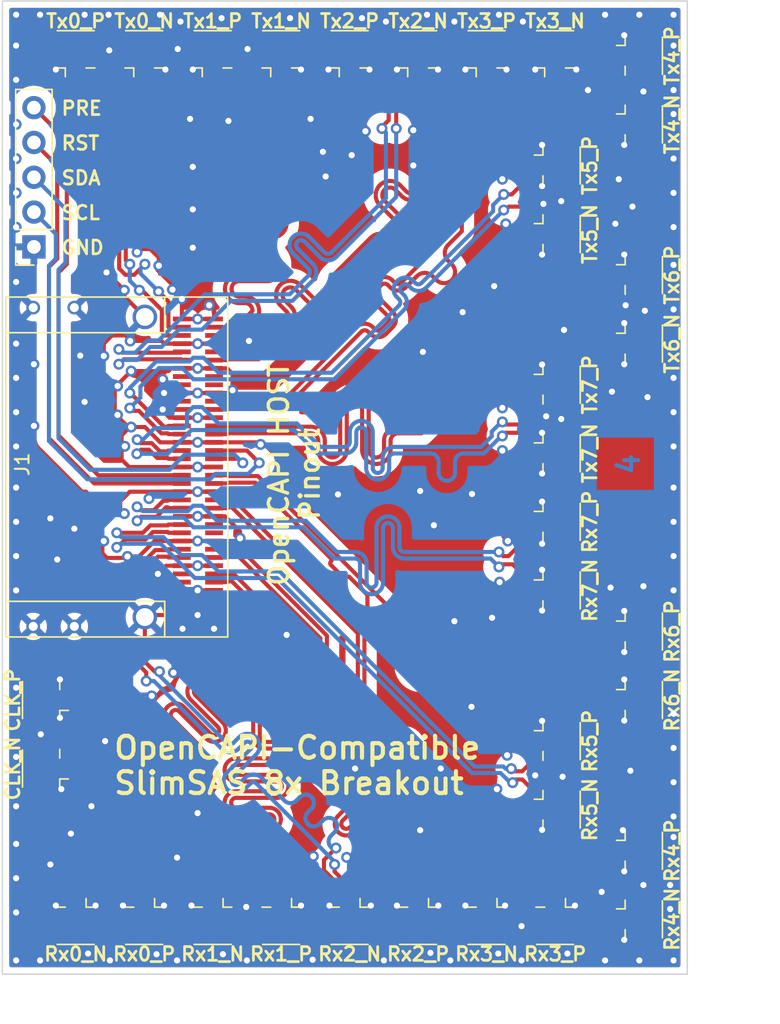
<source format=kicad_pcb>
(kicad_pcb (version 20221018) (generator pcbnew)
  (title_block (title "SlimSAS 8x Breakout") (company "mwrnd") (comment 1 "github.com/mwrnd/SlimSAS8x_Breakout"))
  (layers (0 "F.Cu" signal) (1 "In1.Cu" power) (2 "In2.Cu" power) (31 "B.Cu" signal) (34 "B.Paste" user) (35 "F.Paste" user) (36 "B.SilkS" user "B.Silkscreen") (37 "F.SilkS" user "F.Silkscreen") (38 "B.Mask" user) (39 "F.Mask" user) (44 "Edge.Cuts" user))
  (net 0 "")
  (net 1 "GND")
  (net 6 "INT_RST")
  (net 13 "Tx0_N")
  (net 14 "Tx0_P")
  (net 15 "Tx2_P")
  (net 16 "Tx2_N")
  (net 17 "Tx5_P")
  (net 18 "Tx5_N")
  (net 19 "Tx7_P")
  (net 20 "Tx7_N")
  (net 21 "Rx0_P")
  (net 22 "Rx0_N")
  (net 23 "Rx2_P")
  (net 24 "Rx2_N")
  (net 25 "Rx5_P")
  (net 26 "Rx5_N")
  (net 27 "Tx1_P")
  (net 28 "Tx1_N")
  (net 29 "Tx3_P")
  (net 30 "Tx3_N")
  (net 31 "Tx4_P")
  (net 32 "Tx4_N")
  (net 33 "Tx6_P")
  (net 34 "Tx6_N")
  (net 35 "Rx1_P")
  (net 36 "Rx1_N")
  (net 37 "Rx3_P")
  (net 38 "Rx3_N")
  (net 39 "Rx4_P")
  (net 40 "Rx4_N")
  (net 41 "Rx6_P")
  (net 42 "Rx6_N")
  (net 43 "Rx7_P")
  (net 44 "Rx7_N")
  (net 45 "REFCLK_P")
  (net 46 "REFCLK_N")
  (net 47 "PRE_DETECT")
  (net 48 "SCL")
  (net 49 "SDA")
  (footprint "U.FL_w_Label:U.FL_Hirose_w_Label" (layer "F.Cu") (at 118.35 146 -90)
    (fp_text reference "J5")
    (fp_text value "Rx1_P")
  )
  (footprint "U.FL_w_Label:U.FL_Hirose_w_Label" (layer "F.Cu") (at 138.35 146 -90)
    (fp_text reference "J9")
    (fp_text value "Rx3_P")
  )
  (footprint "U.FL_w_Label:U.FL_Hirose_w_Label" (layer "F.Cu") (at 128.35 83 90)
    (fp_text reference "J24")
    (fp_text value "Tx2_N")
  )
  (footprint "U.FL_w_Label:U.FL_Hirose_w_Label" (layer "F.Cu") (at 113.35 83 90)
    (fp_text reference "J21")
    (fp_text value "Tx1_P")
  )
  (footprint "U.FL_w_Label:U.FL_Hirose_w_Label" (layer "F.Cu") (at 103.35 146 -90)
    (fp_text reference "J4")
    (fp_text value "Rx0_N")
  )
  (footprint "U.FL_w_Label:U.FL_Hirose_w_Label" (layer "F.Cu") (at 118.35 83 90)
    (fp_text reference "J22")
    (fp_text value "Tx1_N")
  )
  (footprint "U.FL_w_Label:U.FL_Hirose_w_Label" (layer "F.Cu") (at 103.35 83 90)
    (fp_text reference "J19")
    (fp_text value "Tx0_P")
  )
  (footprint "U.FL_w_Label:U.FL_Hirose_w_Label" (layer "F.Cu") (at 144.35 141)
    (fp_text reference "J11")
    (fp_text value "Rx4_P")
  )
  (footprint "U.FL_w_Label:U.FL_Hirose_w_Label" (layer "F.Cu") (at 144.35 88)
    (fp_text reference "J28")
    (fp_text value "Tx4_N")
  )
  (footprint "U.FL_w_Label:U.FL_Hirose_w_Label" (layer "F.Cu") (at 101.3 135 180)
    (fp_text reference "J36")
    (fp_text value "CLK_N")
  )
  (footprint "U.FL_w_Label:U.FL_Hirose_w_Label" (layer "F.Cu") (at 128.35 146 -90)
    (fp_text reference "J7")
    (fp_text value "Rx2_P")
  )
  (footprint "U.FL_w_Label:U.FL_Hirose_w_Label" (layer "F.Cu") (at 138.35 133)
    (fp_text reference "J13")
    (fp_text value "Rx5_P")
  )
  (footprint "U.FL_w_Label:U.FL_Hirose_w_Label" (layer "F.Cu") (at 138.35 91)
    (fp_text reference "J29")
    (fp_text value "Tx5_P")
  )
  (footprint "U.FL_w_Label:U.FL_Hirose_w_Label" (layer "F.Cu") (at 108.35 146 -90)
    (fp_text reference "J3")
    (fp_text value "Rx0_P")
  )
  (footprint "U.FL_w_Label:U.FL_Hirose_w_Label" (layer "F.Cu") (at 138.35 122)
    (fp_text reference "J18")
    (fp_text value "Rx7_N")
  )
  (footprint "U.FL_w_Label:U.FL_Hirose_w_Label" (layer "F.Cu") (at 138.35 112)
    (fp_text reference "J34")
    (fp_text value "Tx7_N")
  )
  (footprint "U.FL_w_Label:U.FL_Hirose_w_Label" (layer "F.Cu") (at 108.35 83 90)
    (fp_text reference "J20")
    (fp_text value "Tx0_N")
  )
  (footprint "U.FL_w_Label:U.FL_Hirose_w_Label" (layer "F.Cu") (at 138.35 83 90)
    (fp_text reference "J26")
    (fp_text value "Tx3_N")
  )
  (footprint "U.FL_w_Label:U.FL_Hirose_w_Label" (layer "F.Cu") (at 138.35 138)
    (fp_text reference "J14")
    (fp_text value "Rx5_N")
  )
  (footprint "U.FL_w_Label:U.FL_Hirose_w_Label" (layer "F.Cu") (at 144.35 83)
    (fp_text reference "J27")
    (fp_text value "Tx4_P")
  )
  (footprint "SlimSAS_8x:SlimSAS_8x_RA_U10-A474" (layer "F.Cu") (at 113.45 123.8 90)
    (fp_text reference "J1")
    (fp_text value "OpenCAPI_AAC_Host")
  )
  (footprint "U.FL_w_Label:U.FL_Hirose_w_Label" (layer "F.Cu") (at 133.35 83 90)
    (fp_text reference "J25")
    (fp_text value "Tx3_P")
  )
  (footprint "U.FL_w_Label:U.FL_Hirose_w_Label" (layer "F.Cu") (at 138.35 107)
    (fp_text reference "J33")
    (fp_text value "Tx7_P")
  )
  (footprint "U.FL_w_Label:U.FL_Hirose_w_Label" (layer "F.Cu") (at 144.35 130)
    (fp_text reference "J16")
    (fp_text value "Rx6_N")
  )
  (footprint "U.FL_w_Label:U.FL_Hirose_w_Label" (layer "F.Cu") (at 138.35 96)
    (fp_text reference "J30")
    (fp_text value "Tx5_N")
  )
  (footprint "U.FL_w_Label:U.FL_Hirose_w_Label" (layer "F.Cu") (at 138.35 117)
    (fp_text reference "J17")
    (fp_text value "Rx7_P")
  )
  (footprint "U.FL_w_Label:U.FL_Hirose_w_Label" (layer "F.Cu") (at 144.35 99)
    (fp_text reference "J31")
    (fp_text value "Tx6_P")
  )
  (footprint "U.FL_w_Label:U.FL_Hirose_w_Label" (layer "F.Cu") (at 113.35 146 -90)
    (fp_text reference "J6")
    (fp_text value "Rx1_N")
  )
  (footprint "U.FL_w_Label:U.FL_Hirose_w_Label" (layer "F.Cu") (at 123.35 83 90)
    (fp_text reference "J23")
    (fp_text value "Tx2_P")
  )
  (footprint "U.FL_w_Label:U.FL_Hirose_w_Label" (layer "F.Cu") (at 144.35 146)
    (fp_text reference "J12")
    (fp_text value "Rx4_N")
  )
  (footprint "U.FL_w_Label:U.FL_Hirose_w_Label" (layer "F.Cu") (at 133.35 146 -90)
    (fp_text reference "J10")
    (fp_text value "Rx3_N")
  )
  (footprint "Connector_PinSocket_2.54mm:PinSocket_1x05_P2.54mm_Vertical" (layer "F.Cu") (at 100.3 96.94 180)
    (fp_text reference "J2" hide)
    (fp_text value "Conn_01x05")
  )
  (footprint "U.FL_w_Label:U.FL_Hirose_w_Label" (layer "F.Cu") (at 101.3 130 180)
    (fp_text reference "J35")
    (fp_text value "CLK_P")
  )
  (footprint "U.FL_w_Label:U.FL_Hirose_w_Label" (layer "F.Cu") (at 123.35 146 -90)
    (fp_text reference "J8")
    (fp_text value "Rx2_N")
  )
  (footprint "U.FL_w_Label:U.FL_Hirose_w_Label" (layer "F.Cu") (at 144.35 104)
    (fp_text reference "J32")
    (fp_text value "Tx6_N")
  )
  (footprint "U.FL_w_Label:U.FL_Hirose_w_Label" (layer "F.Cu") (at 144.35 125)
    (fp_text reference "J15")
    (fp_text value "Rx6_P")
  )
  (gr_line (start 148 150) (end 148 79) (stroke (width 0.1)) (layer "Edge.Cuts"))
  (gr_line (start 148 79) (end 98 79) (stroke (width 0.1)) (layer "Edge.Cuts"))
  (gr_line (start 98 150) (end 148 150) (stroke (width 0.1)) (layer "Edge.Cuts"))
  (gr_line (start 98 79) (end 98 150) (stroke (width 0.1)) (layer "Edge.Cuts"))
  (gr_text "1" (at 144.6 118.9 90) (layer "F.Cu") (effects (font (size 1.5 1.5) (thickness 0.3) bold) (justify left bottom)))
  (gr_text "4" (at 144.6 113.7 90) (layer "B.Cu") (effects (font (size 1.5 1.5) (thickness 0.3) bold) (justify left bottom)))
  (gr_text "OpenCAPI HOST\nPinout" (at 121.25 113.5 90) (layer "F.SilkS") (effects (font (size 1.4 1.4) (thickness 0.25) bold) (justify bottom)))
  (gr_text "OpenCAPI-Compatible\nSlimSAS 8x Breakout" (at 106 137) (layer "F.SilkS") (effects (font (size 1.6 1.6) (thickness 0.3) bold) (justify left bottom)))
  (segment (start 98.75 93.25) (end 99 93) (width 0.3) (layer "F.Cu") (net 1))
  (segment (start 105.4 104) (end 105.4 104.9) (width 0.3) (layer "F.Cu") (net 1))
  (segment (start 108.4 125.9) (end 108.75 126.25) (width 0.3) (layer "F.Cu") (net 1))
  (segment (start 138.825 92.475) (end 137.425 92.475) (width 0.3) (layer "F.Cu") (net 1))
  (segment (start 98.75 93.75) (end 98.75 93.25) (width 0.3) (layer "F.Cu") (net 1))
  (segment (start 126.875 83.925) (end 126.8 84) (width 0.3) (layer "F.Cu") (net 1))
  (segment (start 110.15 105.8) (end 109.7 106.25) (width 0.3) (layer "F.Cu") (net 1))
  (segment (start 119.8 84) (end 119.8 86.9) (width 0.3) (layer "F.Cu") (net 1))
  (segment (start 114.25 116.6) (end 115.35 117.7) (width 0.3) (layer "F.Cu") (net 1))
  (segment (start 105.4 118.4) (end 105.3 118.5) (width 0.3) (layer "F.Cu") (net 1))
  (segment (start 99.1 99.7) (end 100.3 98.5) (width 0.3) (layer "F.Cu") (net 1))
  (segment (start 98.75 87.25) (end 98.75 87.75) (width 0.3) (layer "F.Cu") (net 1))
  (segment (start 144.825 85.625) (end 144.8 85.6) (width 0.3) (layer "F.Cu") (net 1))
  (segment (start 115.875 82.525) (end 115.9 82.5) (width 0.3) (layer "F.Cu") (net 1))
  (segment (start 107.830435 97.323505) (end 108.05394 97.1) (width 0.3) (layer "F.Cu") (net 1))
  (segment (start 136.725 89.525) (end 135.5 90.75) (width 0.3) (layer "F.Cu") (net 1))
  (segment (start 121.875 82.525) (end 121.875 83.925) (width 0.3) (layer "F.Cu") (net 1))
  (segment (start 109.7 106.25) (end 109.7 106.6) (width 0.3) (layer "F.Cu") (net 1))
  (segment (start 100.3 98.5) (end 100.3 96.94) (width 0.3) (layer "F.Cu") (net 1))
  (segment (start 106.875 145.075) (end 106.8 145) (width 0.3) (layer "F.Cu") (net 1))
  (segment (start 98.75 89.25) (end 98.75 91.5) (width 0.3) (layer "F.Cu") (net 1))
  (segment (start 113.45 104) (end 115.8 104) (width 0.3) (layer "F.Cu") (net 1))
  (segment (start 113.45 102.2) (end 112.25 102.2) (width 0.3) (layer "F.Cu") (net 1))
  (segment (start 107.306076 110.084853) (end 107.397005 110.084853) (width 0.3) (layer "F.Cu") (net 1))
  (segment (start 129.1 143.2) (end 127.8 143.2) (width 0.3) (layer "F.Cu") (net 1))
  (segment (start 109.825 83.925) (end 109.9 84) (width 0.3) (layer "F.Cu") (net 1))
  (segment (start 106.410482 107.091704) (end 106.2 107.302186) (width 0.3) (layer "F.Cu") (net 1))
  (segment (start 111.875 146.475) (end 111.875 145.075) (width 0.3) (layer "F.Cu") (net 1))
  (segment (start 100.825 132.475) (end 100.8 132.5) (width 0.3) (layer "F.Cu") (net 1))
  (segment (start 138.825 136.525) (end 138.425 136.525) (width 0.3) (layer "F.Cu") (net 1))
  (segment (start 134.75 96.75) (end 134.75 95.25) (width 0.3) (layer "F.Cu") (net 1))
  (segment (start 109.418431 97.718431) (end 109.418431 98.311364) (width 0.3) (layer "F.Cu") (net 1))
  (segment (start 108.403087 110.084853) (end 107.397005 110.084853) (width 0.3) (layer "F.Cu") (net 1))
  (segment (start 106.2 115.1) (end 104.4 115.1) (width 0.3) (layer "F.Cu") (net 1))
  (segment (start 138.225 134.475) (end 137.2 135.5) (width 0.3) (layer "F.Cu") (net 1))
  (segment (start 111.1 123.8) (end 108.55 123.8) (width 0.3) (layer "F.Cu") (net 1))
  (segment (start 105.3 119.3) (end 105.634863 119.634863) (width 0.3) (layer "F.Cu") (net 1))
  (segment (start 138.825 109.475) (end 138.8 109.5) (width 0.3) (layer "F.Cu") (net 1))
  (segment (start 109.75 126.25) (end 109.75 126.2) (width 0.3) (layer "F.Cu") (net 1))
  (segment (start 109.7 108.8) (end 109.7 108.6) (width 0.3) (layer "F.Cu") (net 1))
  (segment (start 109.318234 106.6) (end 109.7 106.6) (width 0.3) (layer "F.Cu") (net 1))
  (segment (start 111.1 102.2) (end 111.1 100.740907) (width 0.3) (layer "F.Cu") (net 1))
  (segment (start 100.825 136.475) (end 102.275 136.475) (width 0.3) (layer "F.Cu") (net 1))
  (segment (start 114.8 106.2) (end 114.4 105.8) (width 0.3) (layer "F.Cu") (net 1))
  (segment (start 112.25 124.7) (end 111.15 125.8) (width 0.3) (layer "F.Cu") (net 1))
  (segment (start 105.725 82.525) (end 105.8 82.6) (width 0.3) (layer "F.Cu") (net 1))
  (segment (start 120.3 142.6) (end 120.3 141.8) (width 0.3) (layer "F.Cu") (net 1))
  (segment (start 111.1 118.4) (end 109.1 118.4) (width 0.3) (layer "F.Cu") (net 1))
  (segment (start 144.825 123.525) (end 143.425 123.525) (width 0.3) (layer "F.Cu") (net 1))
  (segment (start 138.825 118.475) (end 137.525 118.475) (width 0.3) (layer "F.Cu") (net 1))
  (segment (start 134.5 91.75) (end 134.5 92) (width 0.3) (layer "F.Cu") (net 1))
  (segment (start 109.821177 104) (end 109.621177 103.8) (width 0.3) (layer "F.Cu") (net 1))
  (segment (start 119.825 145.025) (end 119.8 145) (width 0.3) (layer "F.Cu") (net 1))
  (segment (start 98.75 85) (end 99 84.75) (width 0.3) (layer "F.Cu") (net 1))
  (segment (start 107.019362 119.634863) (end 107.129255 119.52497) (width 0.3) (layer "F.Cu") (net 1))
  (segment (start 127.8 143.2) (end 126.9 142.3) (width 0.3) (layer "F.Cu") (net 1))
  (segment (start 111.1 104) (end 109.821177 104) (width 0.3) (layer "F.Cu") (net 1))
  (segment (start 104.1 114.8) (end 102.9 114.8) (width 0.3) (layer "F.Cu") (net 1))
  (segment (start 134.1 137.1) (end 136.475 139.475) (width 0.3) (layer "F.Cu") (net 1))
  (segment (start 136.875 83.975) (end 136.9 84) (width 0.3) (layer "F.Cu") (net 1))
  (segment (start 138.825 93.625) (end 138.8 93.6) (width 0.3) (layer "F.Cu") (net 1))
  (segment (start 108.8 97.1) (end 109.418431 97.718431) (width 0.3) (layer "F.Cu") (net 1))
  (segment (start 106.7 112.45) (end 107.25 113) (width 0.3) (layer "F.Cu") (net 1))
  (segment (start 111.1 114.8) (end 112.25 114.8) (width 0.3) (layer "F.Cu") (net 1))
  (segment (start 101.875 145.025) (end 101.9 145) (width 0.3) (layer "F.Cu") (net 1))
  (segment (start 107.97503 119.52497) (end 109.1 118.4) (width 0.3) (layer "F.Cu") (net 1))
  (segment (start 136.275 115.525) (end 134.6 117.2) (width 0.3) (layer "F.Cu") (net 1))
  (segment (start 144.825 142.475) (end 143.425 142.475) (width 0.3) (layer "F.Cu") (net 1))
  (segment (start 107.5 106) (end 107.4 106.1) (width 0.3) (layer "F.Cu") (net 1))
  (segment (start 114.825 146.075) (end 115.8 145.1) (width 0.3) (layer "F.Cu") (net 1))
  (segment (start 137.4 105.525) (end 136.175 105.525) (width 0.3) (layer "F.Cu") (net 1))
  (segment (start 138.825 131.525) (end 137.4 131.525) (width 0.3) (layer "F.Cu") (net 1))
  (segment (start 102.175 128.525) (end 102.2 128.5) (width 0.3) (layer "F.Cu") (net 1))
  (segment (start 98.75 95.25) (end 99 95.5) (width 0.3) (layer "F.Cu") (net 1))
  (segment (start 98.75 87.75) (end 99 88) (width 0.3) (layer "F.Cu") (net 1))
  (segment (start 136.275 123.475) (end 134.2 121.4) (width 0.3) (layer "F.Cu") (net 1))
  (segment (start 143.425 105.475) (end 143.4 105.5) (width 0.3) (layer "F.Cu") (net 1))
  (segment (start 138.425 136.525) (end 137.4 135.5) (width 0.3) (layer "F.Cu") (net 1))
  (segment (start 117.15 111.35) (end 116.85 111.35) (width 0.3) (layer "F.Cu") (net 1))
  (segment (start 134.4 133.583204) (end 134.847859 134.031063) (width 0.3) (layer "F.Cu") (net 1))
  (segment (start 137.4 115.525) (end 136.275 115.525) (width 0.3) (layer "F.Cu") (net 1))
  (segment (start 116.85 111.35) (end 116.7 111.2) (width 0.3) (layer "F.Cu") (net 1))
  (segment (start 134.825 83.975) (end 134.8 84) (width 0.3) (layer "F.Cu") (net 1))
  (segment (start 100.3 105.5) (end 100.3 105.3) (width 0.3) (layer "F.Cu") (net 1))
  (segment (start 106.933124 111.48675) (end 106.7 111.719874) (width 0.3) (layer "F.Cu") (net 1))
  (segment (start 129.8 86.625529) (end 129.8 84) (width 0.3) (layer "F.Cu") (net 1))
  (segment (start 121.4 91.6) (end 121.6 91.8) (width 0.3) (layer "F.Cu") (net 1))
  (segment (start 109.75 126.2) (end 111.15 124.8) (width 0.3) (layer "F.Cu") (net 1))
  (segment (start 114.8 107.4) (end 114.6 107.6) (width 0.3) (layer "F.Cu") (net 1))
  (segment (start 110.32 105.8) (end 110.12 106) (width 0.3) (layer "F.Cu") (net 1))
  (segment (start 113.45 111.2) (end 112.25 111.2) (width 0.3) (layer "F.Cu") (net 1))
  (segment (start 98.75 87.25) (end 98.75 85) (width 0.3) (layer "F.Cu") (net 1))
  (segment (start 144.825 128.525) (end 143.425 128.525) (width 0.3) (layer "F.Cu") (net 1))
  (segment (start 139.825 145.025) (end 139.8 145) (width 0.3) (layer "F.Cu") (net 1))
  (segment (start 111.1 123.8) (end 111.1 124.75) (width 0.3) (layer "F.Cu") (net 1))
  (segment (start 144.825 100.475) (end 144.825 101.525) (width 0.3) (layer "F.Cu") (net 1))
  (segment (start 138.825 108.475) (end 138.825 109.475) (width 0.3) (layer "F.Cu") (net 1))
  (segment (start 135.875 131.525) (end 134.4 133) (width 0.3) (layer "F.Cu") (net 1))
  (segment (start 109.825 145.025) (end 109.8 145) (width 0.3) (layer "F.Cu") (net 1))
  (segment (start 138.825 109.525) (end 138.8 109.5) (width 0.3) (layer "F.Cu") (net 1))
  (segment (start 136.175 113.475) (end 134.5 111.8) (width 0.3) (layer "F.Cu") (net 1))
  (segment (start 138.9 135.6) (end 138.9 134.55) (width 0.3) (layer "F.Cu") (net 1))
  (segment (start 109.825 146.475) (end 109.825 145.025) (width 0.3) (layer "F.Cu") (net 1))
  (segment (start 144.825 81.525) (end 143.425 81.525) (width 0.3) (layer "F.Cu") (net 1))
  (segment (start 144.825 100.475) (end 144.225 100.475) (width 0.3) (layer "F.Cu") (net 1))
  (segment (start 143.425 147.475) (end 144.825 147.475) (width 0.3) (layer "F.Cu") (net 1))
  (segment (start 113.45 113) (end 112.25 113) (width 0.3) (layer "F.Cu") (net 1))
  (segment (start 144.825 89.475) (end 143.425 89.475) (width 0.3) (layer "F.Cu") (net 1))
  (segment (start 113.45 109.4) (end 112.25 109.4) (width 0.3) (layer "F.Cu") (net 1))
  (segment (start 138.525 108.475) (end 137.7 109.3) (width 0.3) (layer "F.Cu") (net 1))
  (segment (start 113.45 101.55) (end 113.45 102.2) (width 0.3) (layer "F.Cu") (net 1))
  (segment (start 105.875 82.525) (end 105.8 82.6) (width 0.3) (layer "F.Cu") (net 1))
  (segment (start 109.825 82.525) (end 109.825 83.925) (width 0.3) (layer "F.Cu") (net 1))
  (segment (start 139.825 82.525) (end 139.825 83.925) (width 0.3) (layer "F.Cu") (net 1))
  (segment (start 144.225 100.475) (end 143.5 101.2) (width 0.3) (layer "F.Cu") (net 1))
  (segment (start 106.410482 107.091704) (end 106.410482 106.989518) (width 0.3) (layer "F.Cu") (net 1))
  (segment (start 126.875 145.075) (end 126.8 145) (width 0.3) (layer "F.Cu") (net 1))
  (segment (start 107.25 113) (end 111.1 113) (width 0.3) (layer "F.Cu") (net 1))
  (segment (start 106.933124 111.48675) (end 106.7 111.253626) (width 0.3) (layer "F.Cu") (net 1))
  (segment (start 113.45 105.8) (end 112.25 105.8) (width 0.3) (layer "F.Cu") (net 1))
  (segment (start 111.1 100.740907) (end 110.414206 100.055113) (width 0.3) (layer "F.Cu") (net 1))
  (segment (start 106 103.4) (end 105.4 104) (width 0.3) (layer "F.Cu") (net 1))
  (segment (start 111.1 124.75) (end 111.15 124.8) (width 0.3) (layer "F.Cu") (net 1))
  (segment (start 111.1 111.2) (end 112.25 111.2) (width 0.3) (layer "F.Cu") (net 1))
  (segment (start 106.2 107.302186) (end 106.2 109) (width 0.3) (layer "F.Cu") (net 1))
  (segment (start 137.4 97.5) (end 136.2 97.5) (width 0.3) (layer "F.Cu") (net 1))
  (segment (start 138.825 120.525) (end 137.425 120.525) (width 0.3) (layer "F.Cu") (net 1))
  (segment (start 144.825 105.475) (end 143.425 105.475) (width 0.3) (layer "F.Cu") (net 1))
  (segment (start 113.45 123.8) (end 112.25 123.8) (width 0.3) (layer "F.Cu") (net 1))
  (segment (start 144.825 143.475) (end 144.8 143.5) (width 0.3) (layer "F.Cu") (net 1))
  (segment (start 144.825 143.525) (end 144.8 143.5) (width 0.3) (layer "F.Cu") (net 1))
  (segment (start 109.2 114.8) (end 108.7 115.3) (width 0.3) (layer "F.Cu") (net 1))
  (segment (start 143.4 147.5) (end 143.425 147.475) (width 0.3) (layer "F.Cu") (net 1))
  (segment (start 115.15 118.4) (end 115.35 118.2) (width 0.3) (layer "F.Cu") (net 1))
  (segment (start 120.3 141.8) (end 120.7 141.4) (width 0.3) (layer "F.Cu") (net 1))
  (segment (start 138.825 108.475) (end 138.525 108.475) (width 0.3) (layer "F.Cu") (net 1))
  (segment (start 129.825 82.525) (end 129.825 83.975) (width 0.3) (layer "F.Cu") (net 1))
  (segment (start 111.875 145.075) (end 111.8 145) (width 0.3) (layer "F.Cu") (net 1))
  (segment (start 98.75 89.25) (end 98.75 88.25) (width 0.3) (layer "F.Cu") (net 1))
  (segment (start 116.7 111.2) (end 113.45 111.2) (width 0.3) (layer "F.Cu") (net 1))
  (segment (start 138.825 123.475) (end 137.4 123.475) (width 0.3) (layer "F.Cu") (net 1))
  (segment (start 124.825 146.475) (end 124.825 145.075) (width 0.3) (layer "F.Cu") (net 1))
  (segment (start 98.75 93.75) (end 98.75 94.5) (width 0.3) (layer "F.Cu") (net 1))
  (segment (start 106.9 100.1) (end 106.9 100.55) (width 0.3) (layer "F.Cu") (net 1))
  (segment (start 128.7 104.6) (end 131.6 101.7) (width 0.3) (layer "F.Cu") (net 1))
  (segment (start 105.3 118.5) (end 105.3 119.3) (width 0.3) (layer "F.Cu") (net 1))
  (segment (start 98.75 91.5) (end 98.75 93.75) (width 0.3) (layer "F.Cu") (net 1))
  (segment (start 119.825 146.475) (end 119.825 145.025) (width 0.3) (layer "F.Cu") (net 1))
  (segment (start 122.5 115) (end 120.8 115) (width 0.3) (layer "F.Cu") (net 1))
  (segment (start 109.35 121.2) (end 109.35 120.8) (width 0.3) (layer "F.Cu") (net 1))
  (segment (start 106.9 100.55) (end 108.4 102.05) (width 0.3) (layer "F.Cu") (net 1))
  (segment (start 108.5 107.4) (end 108.5 107.091704) (width 0.3) (layer "F.Cu") (net 1))
  (segment (start 107.184853 110.084853) (end 107.397005 110.084853) (width 0.3) (layer "F.Cu") (net 1))
  (segment (start 136.875 82.525) (end 136.875 83.975) (width 0.3) (layer "F.Cu") (net 1))
  (segment (start 143.425 89.475) (end 143.4 89.5) (width 0.3) (layer "F.Cu") (net 1))
  (segment (start 129.825 145) (end 129.825 143.925) (width 0.3) (layer "F.Cu") (net 1))
  (segment (start 111.875 83.975) (end 111.9 84) (width 0.3) (layer "F.Cu") (net 1))
  (segment (start 135.5 97.5) (end 134.75 96.75) (width 0.3) (layer "F.Cu") (net 1))
  (segment (start 111.1 102.2) (end 112.25 102.2) (width 0.3) (layer "F.Cu") (net 1))
  (segment (start 129.825 146.475) (end 129.825 145) (width 0.3) (layer "F.Cu") (net 1))
  (segment (start 137.425 92.475) (end 137.4 92.5) (width 0.3) (layer "F.Cu") (net 1))
  (segment (start 137.525 118.475) (end 137.4 118.6) (width 0.3) (layer "F.Cu") (net 1))
  (segment (start 143.425 131.475) (end 143.4 131.5) (width 0.3) (layer "F.Cu") (net 1))
  (segment (start 110.775 82.525) (end 110.8 82.5) (width 0.3) (layer "F.Cu") (net 1))
  (segment (start 134.825 146.475) (end 134.825 145.125) (width 0.3) (layer "F.Cu") (net 1))
  (segment (start 143.425 126.475) (end 143.4 126.5) (width 0.3) (layer "F.Cu") (net 1))
  (segment (start 139.825 83.925) (end 139.9 84) (width 0.3) (layer "F.Cu") (net 1))
  (segment (start 99.1 111) (end 99.1 99.7) (width 0.3) (layer "F.Cu") (net 1))
  (segment (start 124.825 82.525) (end 124.825 83.975) (width 0.3) (layer "F.Cu") (net 1))
  (segment (start 134.1 136.5) (end 134.1 137.1) (width 0.3) (layer "F.Cu") (net 1))
  (segment (start 111.15 125.8) (end 111.15 127.345282) (width 0.3) (layer "F.Cu") (net 1))
  (segment (start 134.6 117.2) (end 134.6 118.1) (width 0.3) (layer "F.Cu") (net 1))
  (segment (start 144.825 144.525) (end 144.825 143.525) (width 0.3) (layer "F.Cu") (net 1))
  (segment (start 113.45 116.6) (end 114.25 116.6) (width 0.3) (layer "F.Cu") (net 1))
  (segment (start 138.825 92.475) (end 138.825 93.575) (width 0.3) (layer "F.Cu") (net 1))
  (segment (start 108.403087 110.084853) (end 109.518234 111.2) (width 0.3) (layer "F.Cu") (net 1))
  (segment (start 143.325 139.525) (end 143.3 139.5) (width 0.3) (layer "F.Cu") (net 1))
  (segment (start 134.8 108.385497) (end 134.5 108.685497) (width 0.3) (layer "F.Cu") (net 1))
  (segment (start 137.4 123.475) (end 136.275 123.475) (width 0.3) (layer "F.Cu") (net 1))
  (segment (start 108.5 107.091704) (end 108.82653 107.091704) (width 0.3) (layer "F.Cu") (net 1))
  (segment (start 111.875 82.525) (end 110.825 82.525) (width 0.3) (layer "F.Cu") (net 1))
  (segment (start 109.621177 103.8) (end 107.334753 103.8) (width 0.3) (layer "F.Cu") (net 1))
  (segment (start 138.225 94.525) (end 137.5 93.8) (width 0.3) (layer "F.Cu") (net 1))
  (segment (start 124.825 145.075) (end 124.9 145) (width 0.3) (layer "F.Cu") (net 1))
  (segment (start 123.952496 142.3) (end 123.133053 141.480557) (width 0.3) (layer "F.Cu") (net 1))
  (segment (start 100.825 131.475) (end 102.025 131.475) (width 0.3) (layer "F.Cu") (net 1))
  (segment (start 138.9 134.55) (end 138.825 134.475) (width 0.3) (layer "F.Cu") (net 1))
  (segment (start 137.4 97.5) (end 135.5 97.5) (width 0.3) (layer "F.Cu") (net 1))
  (segment (start 134.8 106.9) (end 134.8 108.385497) (width 0.3) (layer "F.Cu") (net 1))
  (segment (start 119.825 83.975) (end 119.8 84) (width 0.3) (layer "F.Cu") (net 1))
  (segment (start 109.825 82.525) (end 110.775 82.525) (width 0.3) (layer "F.Cu") (net 1))
  (segment (start 98.75 94.5) (end 98.75 95.25) (width 0.3) (layer "F.Cu") (net 1))
  (segment (start 113.45 118.4) (end 115.15 118.4) (width 0.3) (layer "F.Cu") (net 1))
  (segment (start 100.25 105.45) (end 100.3 105.5) (width 0.3) (layer "F.Cu") (net 1))
  (segment (start 108.75 126.25) (end 109.75 126.25) (width 0.3) (layer "F.Cu") (net 1))
  (segment (start 108.4 123.95) (end 108.4 125.9) (width 0.3) (layer "F.Cu") (net 1))
  (segment (start 138.825 105.525) (end 137.4 105.525) (width 0.3) (layer "F.Cu") (net 1))
  (segment (start 108.82653 107.091704) (end 109.318234 106.6) (width 0.3) (layer "F.Cu") (net 1))
  (segment (start 111.9 84) (end 111.9 87.4) (width 0.3) (layer "F.Cu") (net 1))
  (segment (start 98.75 87.25) (end 98.75 89.25) (width 0.3) (layer "F.Cu") (net 1))
  (segment (start 102.025 131.475) (end 102.2 131.3) (width 0.3) (layer "F.Cu") (net 1))
  (segment (start 115.925 82.525) (end 115.9 82.5) (width 0.3) (layer "F.Cu") (net 1))
  (segment (start 111.1 120.2) (end 112.25 120.2) (width 0.3) (layer "F.Cu") (net 1))
  (segment (start 134.6 118.1) (end 134.9 118.4) (width 0.3) (layer "F.Cu") (net 1))
  (segment (start 98.75 99.25) (end 99 99.5) (width 0.3) (layer "F.Cu") (net 1))
  (segment (start 107.334753 103.8) (end 107.32804 103.806713) (width 0.3) (layer "F.Cu") (net 1))
  (segment (start 105.6 98.8) (end 106.9 100.1) (width 0.3) (layer "F.Cu") (net 1))
  (segment (start 138.825 89.525) (end 136.725 89.525) (width 0.3) (layer "F.Cu") (net 1))
  (segment (start 113.45 122) (end 112.25 122) (width 0.3) (layer "F.Cu") (net 1))
  (segment (start 137.2 135.5) (end 136.9 135.5) (width 0.3) (layer "F.Cu") (net 1))
  (segment (start 139.825 146.475) (end 139.825 145.025) (width 0.3) (layer "F.Cu") (net 1))
  (segment (start 121.8 85.414503) (end 121.8 84) (width 0.3) (layer "F.Cu") (net 1))
  (segment (start 107.97503 119.52497) (end 107.129255 119.52497) (width 0.3) (layer "F.Cu") (net 1))
  (segment (start 111.1 113) (end 112.25 113) (width 0.3) (layer "F.Cu") (net 1))
  (segment (start 138.825 110.525) (end 137.425 110.525) (width 0.3) (layer "F.Cu") (net 1))
  (segment (start 110.2 109.4) (end 109.7 108.9) (width 0.3) (layer "F.Cu") (net 1))
  (segment (start 136.2 97.5) (end 133.9 99.8) (width 0.3) (layer "F.Cu") (net 1))
  (segment (start 110.12 106) (end 107.5 106) (width 0.3) (layer "F.Cu") (net 1))
  (segment (start 137.4 131.525) (end 135.875 131.525) (width 0.3) (layer "F.Cu") (net 1))
  (segment (start 109.314503 98.415292) (end 109.314503 98.614503) (width 0.3) (layer "F.Cu") (net 1))
  (segment (start 104.825 82.525) (end 105.725 82.525) (width 0.3) (layer "F.Cu") (net 1))
  (segment (start 138.825 89.525) (end 137.425 89.525) (width 0.3) (layer "F.Cu") (net 1))
  (segment (start 137.425 89.525) (end 137.4 89.5) (width 0.3) (layer "F.Cu") (net 1))
  (segment (start 126.875 146.475) (end 126.875 145.075) (width 0.3) (layer "F.Cu") (net 1))
  (segment (start 114.4 105.8) (end 113.45 105.8) (width 0.3) (layer "F.Cu") (net 1))
  (segment (start 138.825 139.475) (end 137.4 139.475) (width 0.3) (layer "F.Cu") (net 1))
  (segment (start 120.8 115) (end 117.15 111.35) (width 0.3) (layer "F.Cu") (net 1))
  (segment (start 106.7 111.719874) (end 106.7 112.45) (width 0.3) (layer "F.Cu") (net 1))
  (segment (start 116.875 145.675) (end 116.3 145.1) (width 0.3) (layer "F.Cu") (net 1))
  (segment (start 138.825 94.525) (end 138.225 94.525) (width 0.3) (layer "F.Cu") (net 1))
  (segment (start 143.425 97.525) (end 143.4 97.5) (width 0.3) (layer "F.Cu") (net 1))
  (segment (start 119.825 82.525) (end 119.825 83.975) (width 0.3) (layer "F.Cu") (net 1))
  (segment (start 137.425 110.525) (end 137.4 110.5) (width 0.3) (layer "F.Cu") (net 1))
  (segment (start 129.825 143.925) (end 129.1 143.2) (width 0.3) (layer "F.Cu") (net 1))
  (segment (start 106.6 115.5) (end 106.2 115.1) (width 0.3) (layer "F.Cu") (net 1))
  (segment (start 124.5 88.5) (end 124.5 88.114503) (width 0.3) (layer "F.Cu") (net 1))
  (segment (start 104.825 146.475) (end 104.825 145.025) (width 0.3) (layer "F.Cu") (net 1))
  (segment (start 114.6 107.6) (end 113.45 107.6) (width 0.3) (layer "F.Cu") (net 1))
  (segment (start 108.55 123.8) (end 108.4 123.95) (width 0.3) (layer "F.Cu") (net 1))
  (segment (start 109.95 120.2) (end 109.35 120.8) (width 0.3) (layer "F.Cu") (net 1))
  (segment (start 111.1 105.8) (end 112.25 105.8) (width 0.3) (layer "F.Cu") (net 1))
  (segment (start 115.8 104) (end 116 103.8) (width 0.3) (layer "F.Cu") (net 1))
  (segment (start 106.7 110.690929) (end 107.306076 110.084853) (width 0.3) (layer "F.Cu") (net 1))
  (segment (start 135.5 90.75) (end 134.5 91.75) (width 0.3) (layer "F.Cu") (net 1))
  (segment (start 112.25 123.8) (end 112.25 124.7) (width 0.3) (layer "F.Cu") (net 1))
  (segment (start 111.1 123.8) (end 112.25 123.8) (width 0.3) (layer "F.Cu") (net 1))
  (segment (start 138.825 94.525) (end 138.825 93.625) (width 0.3) (layer "F.Cu") (net 1))
  (segment (start 111.9 87.4) (end 111.7 87.6) (width 0.3) (layer "F.Cu") (net 1))
  (segment (start 111.1 122) (end 110.15 122) (width 0.3) (layer "F.Cu") (net 1))
  (segment (start 134.4 133) (end 134.4 133.583204) (width 0.3) (layer "F.Cu") (net 1))
  (segment (start 137.4 113.475) (end 136.175 113.475) (width 0.3) (layer "F.Cu") (net 1))
  (segment (start 115.35 117.7) (end 115.35 118.2) (width 0.3) (layer "F.Cu") (net 1))
  (segment (start 116.3 145.1) (end 115.8 145.1) (width 0.3) (layer "F.Cu") (net 1))
  (segment (start 143.425 142.475) (end 143.4 142.5) (width 0.3) (layer "F.Cu") (net 1))
  (segment (start 107.3 114.8) (end 111.1 114.8) (width 0.3) (layer "F.Cu") (net 1))
  (segment (start 102.275 136.475) (end 102.3 136.5) (width 0.3) (layer "F.Cu") (net 1))
  (segment (start 143.425 81.525) (end 143.4 81.5) (width 0.3) (layer "F.Cu") (net 1))
  (segment (start 111.15 127.345282) (end 110.488107 128.007175) (width 0.3) (layer "F.Cu") (net 1))
  (segment (start 111.1 116.6) (end 112.25 116.6) (width 0.3) (layer "F.Cu") (net 1))
  (segment (start 113.45 107.6) (end 112.25 107.6) (width 0.3) (layer "F.Cu") (net 1))
  (segment (start 144.825 101.675) (end 144.9 101.6) (width 0.3) (layer "F.Cu") (net 1))
  (segment (start 109.7 108.6) (end 108.5 107.4) (width 0.3) (layer "F.Cu") (net 1))
  (segment (start 143.425 102.525) (end 143.4 102.5) (width 0.3) (layer "F.Cu") (net 1))
  (segment (start 143.425 123.525) (end 143.4 123.5) (width 0.3) (layer "F.Cu") (net 1))
  (segment (start 111.1 114.8) (end 109.2 114.8) (width 0.3) (layer "F.Cu") (net 1))
  (segment (start 138.825 134.475) (end 138.225 134.475) (width 0.3) (layer "F.Cu") (net 1))
  (segment (start 107.2 103.6) (end 107 103.4) (width 0.3) (layer "F.Cu") (net 1))
  (segment (start 101.875 82.525) (end 101.875 83.975) (width 0.3) (layer "F.Cu") (net 1))
  (segment (start 106.7 111.253626) (end 106.7 110.690929) (width 0.3) (layer "F.Cu") (net 1))
  (segment (start 111.15 124.8) (end 111.15 125.8) (width 0.3) (layer "F.Cu") (net 1))
  (segment (start 121.4 90) (end 121.4 91.6) (width 0.3) (layer "F.Cu") (net 1))
  (segment (start 110.825 82.525) (end 110.8 82.5) (width 0.3) (layer "F.Cu") (net 1))
  (segment (start 113.1 101.2) (end 113.45 101.55) (width 0.3) (layer "F.Cu") (net 1))
  (segment (start 138.825 97.475) (end 137.425 97.475) (width 0.3) (layer "F.Cu") (net 1))
  (segment (start 111.1 109.4) (end 110.2 109.4) (width 0.3) (layer "F.Cu") (net 1))
  (segment (start 138.825 113.475) (end 137.4 113.475) (width 0.3) (layer "F.Cu") (net 1))
  (segment (start 138.825 110.525) (end 138.825 109.525) (width 0.3) (layer "F.Cu") (net 1))
  (segment (start 137.4 139.475) (end 136.475 139.475) (width 0.3) (layer "F.Cu") (net 1))
  (segment (start 111.1 120.2) (end 109.95 120.2) (width 0.3) (layer "F.Cu") (net 1))
  (segment (start 111.1 105.8) (end 110.32 105.8) (width 0.3) (layer "F.Cu") (net 1))
  (segment (start 106.410482 106.989518) (end 107.4 106) (width 0.3) (layer "F.Cu") (net 1))
  (segment (start 111.1 118.4) (end 112.25 118.4) (width 0.3) (layer "F.Cu") (net 1))
  (segment (start 144.825 142.475) (end 144.825 143.475) (width 0.3) (layer "F.Cu") (net 1))
  (segment (start 111.1 107.6) (end 109.8 107.6) (width 0.3) (layer "F.Cu") (net 1))
  (segment (start 134.825 82.525) (end 134.825 83.975) (width 0.3) (layer "F.Cu") (net 1))
  (segment (start 136.175 105.525) (end 134.8 106.9) (width 0.3) (layer "F.Cu") (net 1))
  (segment (start 110.414206 99.714206) (end 110.414206 100.055113) (width 0.3) (layer "F.Cu") (net 1))
  (segment (start 100.825 131.475) (end 100.825 132.475) (width 0.3) (layer "F.Cu") (net 1))
  (segment (start 144.825 131.475) (end 143.425 131.475) (width 0.3) (layer "F.Cu") (net 1))
  (segment (start 144.825 84.475) (end 144.825 85.575) (width 0.3) (layer "F.Cu") (net 1))
  (segment (start 106.4 109.2) (end 106.4 109.3) (width 0.3) (layer "F.Cu") (net 1))
  (segment (start 105.634863 119.634863) (end 107.019362 119.634863) (width 0.3) (layer "F.Cu") (net 1))
  (segment (start 137.4 135.5) (end 136.9 135.5) (width 0.3) (layer "F.Cu") (net 1))
  (segment (start 116.875 82.525) (end 115.925 82.525) (width 0.3) (layer "F.Cu") (net 1))
  (segment (start 116.875 146.475) (end 116.875 145.675) (width 0.3) (layer "F.Cu") (net 1))
  (segment (start 131.875 83.925) (end 131.8 84) (width 0.3) (layer "F.Cu") (net 1))
  (segment (start 121.875 146.475) (end 121.875 145) (width 0.3) (layer "F.Cu") (net 1))
  (segment (start 100.825 133.525) (end 100.825 132.525) (width 0.3) (layer "F.Cu") (net 1))
  (segment (start 129.825 83.975) (end 129.8 84) (width 0.3) (layer "F.Cu") (net 1))
  (segment (start 144.825 126.475) (end 143.425 126.475) (width 0.3) (layer "F.Cu") (net 1))
  (segment (start 111.1 105.8) (end 110.15 105.8) (width 0.3) (layer "F.Cu") (net 1))
  (segment (start 106.875 82.525) (end 105.875 82.525) (width 0.3) (layer "F.Cu") (net 1))
  (segment (start 110.15 122) (end 109.35 121.2) (width 0.3) (layer "F.Cu") (net 1))
  (segment (start 98.75 91.5) (end 98.75 90.75) (width 0.3) (layer "F.Cu") (net 1))
  (segment (start 101.875 83.975) (end 101.9 84) (width 0.3) (layer "F.Cu") (net 1))
  (segment (start 113.45 118.4) (end 112.25 118.4) (width 0.3) (layer "F.Cu") (net 1))
  (segment (start 131.875 82.525) (end 131.875 83.925) (width 0.3) (layer "F.Cu") (net 1))
  (segment (start 124.5 88.114503) (end 121.8 85.414503) (width 0.3) (layer "F.Cu") (net 1))
  (segment (start 113.45 123.8) (end 113.45 124.8) (width 0.3) (layer "F.Cu") (net 1))
  (segment (start 113.45 104) (end 112.25 104) (width 0.3) (layer "F.Cu") (net 1))
  (segment (start 138.825 115.525) (end 137.4 115.525) (width 0.3) (layer "F.Cu") (net 1))
  (segment (start 111.1 122) (end 112.25 122) (width 0.3) (layer "F.Cu") (net 1))
  (segment (start 144.825 139.525) (end 143.325 139.525) (width 0.3) (layer "F.Cu") (net 1))
  (segment (start 106.4 109.3) (end 107.184853 110.084853) (width 0.3) (layer "F.Cu") (net 1))
  (segment (start 100.825 128.525) (end 102.175 128.525) (width 0.3) (layer "F.Cu") (net 1))
  (segment (start 98.75 94.5) (end 98.75 99.25) (width 0.3) (layer "F.Cu") (net 1))
  (segment (start 106.875 146.475) (end 106.875 145.075) (width 0.3) (layer "F.Cu") (net 1))
  (segment (start 111.9 91.1) (end 111.9 94.2) (width 0.3) (layer "F.Cu") (net 1))
  (segment (start 144.825 101.525) (end 144.9 101.6) (width 0.3) (layer "F.Cu") (net 1))
  (segment (start 111.1 107.6) (end 112.25 107.6) (width 0.3) (layer "F.Cu") (net 1))
  (segment (start 106.6 115.5) (end 107.3 114.8) (width 0.3) (layer "F.Cu") (net 1))
  (segment (start 111.1 111.2) (end 109.518234 111.2) (width 0.3) (layer "F.Cu") (net 1))
  (segment (start 108.05394 97.1) (end 108.8 97.1) (width 0.3) (layer "F.Cu") (net 1))
  (segment (start 109.418431 98.311364) (end 109.314503 98.415292) (width 0.3) (layer "F.Cu") (net 1))
  (segment (start 138.825 135.675) (end 138.9 135.6) (width 0.3) (layer "F.Cu") (net 1))
  (segment (start 126.875 82.525) (end 126.875 83.925) (width 0.3) (layer "F.Cu") (net 1))
  (segment (start 131.875 146.475) (end 131.875 145.075) (width 0.3) (layer "F.Cu") (net 1))
  (segment (start 106.2 109) (end 106.4 109.2) (width 0.3) (layer "F.Cu") (net 1))
  (segment (start 144.825 85.575) (end 144.8 85.6) (width 0.3) (layer "F.Cu") (net 1))
  (segment (start 134.825 145.125) (end 134.7 145) (width 0.3) (layer "F.Cu") (net 1))
  (segment (start 114.825 146.475) (end 114.825 146.075) (width 0.3) (layer "F.Cu") (net 1))
  (segment (start 144.825 86.525) (end 144.825 85.625) (width 0.3) (layer "F.Cu") (net 1))
  (segment (start 114.8 107.4) (end 114.8 106.2) (width 0.3) (layer "F.Cu") (net 1))
  (segment (start 138.825 136.525) (end 138.825 135.675) (width 0.3) (layer "F.Cu") (net 1))
  (segment (start 143.425 128.525) (end 143.4 128.5) (width 0.3) (layer "F.Cu") (net 1))
  (segment (start 137.425 120.525) (end 137.4 120.5) (width 0.3) (layer "F.Cu") (net 1))
  (segment (start 126.9 142.3) (end 123.952496 142.3) (width 0.3) (layer "F.Cu") (net 1))
  (segment (start 98.75 90.75) (end 99 90.5) (width 0.3) (layer "F.Cu") (net 1))
  (segment (start 128 88.425529) (end 129.8 86.625529) (width 0.3) (layer "F.Cu") (net 1))
  (segment (start 144.825 102.525) (end 143.425 102.525) (width 0.3) (layer "F.Cu") (net 1))
  (segment (start 144.825 97.525) (end 143.425 97.525) (width 0.3) (layer "F.Cu") (net 1))
  (segment (start 119.8 86.9) (end 120.5 87.6) (width 0.3) (layer "F.Cu") (net 1))
  (segment (start 113.45 116.6) (end 112.25 116.6) (width 0.3) (layer "F.Cu") (net 1))
  (segment (start 121.875 83.925) (end 121.8 84) (width 0.3) (layer "F.Cu") (net 1))
  (segment (start 106.6 116.1) (end 106.6 115.5) (width 0.3) (layer "F.Cu") (net 1))
  (segment (start 124.825 83.975) (end 124.8 84) (width 0.3) (layer "F.Cu") (net 1))
  (segment (start 137.425 97.475) (end 137.4 97.5) (width 0.3) (layer "F.Cu") (net 1))
  (segment (start 111.1 109.4) (end 112.25 109.4) (width 0.3) (layer "F.Cu") (net 1))
  (segment (start 100.825 132.525) (end 100.8 132.5) (width 0.3) (layer "F.Cu") (net 1))
  (segment (start 113.45 120.2) (end 112.25 120.2) (width 0.3) (layer "F.Cu") (net 1))
  (segment (start 101.875 146.475) (end 101.875 145.025) (width 0.3) (layer "F.Cu") (net 1))
  (segment (start 121.875 145) (end 121.875 144.175) (width 0.3) (layer "F.Cu") (net 1))
  (segment (start 104.4 115.1) (end 104.1 114.8) (width 0.3) (layer "F.Cu") (net 1))
  (segment (start 111.1 104) (end 112.25 104) (width 0.3) (layer "F.Cu") (net 1))
  (segment (start 104.825 145.025) (end 104.8 145) (width 0.3) (layer "F.Cu") (net 1))
  (segment (start 109.314503 98.614503) (end 110.414206 99.714206) (width 0.3) (layer "F.Cu") (net 1))
  (segment (start 144.825 102.525) (end 144.825 101.675) (width 0.3) (layer "F.Cu") (net 1))
  (segment (start 98.75 88.25) (end 99 88) (width 0.3) (layer "F.Cu") (net 1))
  (segment (start 111.875 82.525) (end 111.875 83.975) (width 0.3) (layer "F.Cu") (net 1))
  (segment (start 100.3 105.3) (end 99 104) (width 0.3) (layer "F.Cu") (net 1))
  (segment (start 102.9 114.8) (end 99.1 111) (width 0.3) (layer "F.Cu") (net 1))
  (segment (start 106.9 116.4) (end 106.6 116.1) (width 0.3) (layer "F.Cu") (net 1))
  (segment (start 107 103.4) (end 106 103.4) (width 0.3) (layer "F.Cu") (net 1))
  (segment (start 107.2 104) (end 107.2 103.6) (width 0.3) (layer "F.Cu") (net 1))
  (segment (start 114.825 82.525) (end 115.875 82.525) (width 0.3) (layer "F.Cu") (net 1))
  (segment (start 138.825 93.575) (end 138.8 93.6) (width 0.3) (layer "F.Cu") (net 1))
  (segment (start 113.45 114.8) (end 112.25 114.8) (width 0.3) (layer "F.Cu") (net 1))
  (segment (start 121.875 144.175) (end 120.3 142.6) (width 0.3) (layer "F.Cu") (net 1))
  (segment (start 131.875 145.075) (end 131.8 145) (width 0.3) (layer "F.Cu") (net 1))
  (via (at 115.85 149) (size 0.8) (drill 0.45) (layers "F.Cu" "B.Cu") (net 1))
  (via (at 114.1 148.55) (size 0.8) (drill 0.45) (layers "F.Cu" "B.Cu") (net 1))
  (via (at 144.5 149) (size 0.8) (drill 0.45) (layers "F.Cu" "B.Cu") (net 1))
  (via (at 100.3 105.5) (size 0.8) (drill 0.45) (layers "F.Cu" "B.Cu") (net 1))
  (via (at 125.85 149) (size 0.8) (drill 0.45) (layers "F.Cu" "B.Cu") (net 1))
  (via (at 112.25 123.8) (size 0.8) (drill 0.45) (layers "F.Cu" "B.Cu") (net 1))
  (via (at 109.7 108.8) (size 0.8) (drill 0.45) (layers "F.Cu" "B.Cu") (net 1))
  (via (at 130.7 149) (size 0.8) (drill 0.45) (layers "F.Cu" "B.Cu") (net 1))
  (via (at 112.25 102.2) (size 0.8) (drill 0.45) (layers "F.Cu" "B.Cu") (net 1))
  (via (at 116 103.8) (size 0.8) (drill 0.45) (layers "F.Cu" "B.Cu") (net 1))
  (via (at 137.4 123.475) (size 0.8) (drill 0.45) (layers "F.Cu" "B.Cu") (net 1))
  (via (at 137.4 110.5) (size 0.8) (drill 0.45) (layers "F.Cu" "B.Cu") (net 1))
  (via (at 143.4 105.5) (size 0.8) (drill 0.45) (layers "F.Cu" "B.Cu") (net 1))
  (via (at 99 106.5) (size 0.8) (drill 0.45) (layers "F.Cu" "B.Cu") (net 1))
  (via (at 144.5 80) (size 0.8) (drill 0.45) (layers "F.Cu" "B.Cu") (net 1))
  (via (at 133.75 124) (size 0.8) (drill 0.45) (layers "F.Cu" "B.Cu") (net 1))
  (via (at 134.5 92) (size 0.8) (drill 0.45) (layers "F.Cu" "B.Cu") (net 1))
  (via (at 126.8 84) (size 0.8) (drill 0.45) (layers "F.Cu" "B.Cu") (net 1))
  (via (at 112.25 114.8) (size 0.8) (drill 0.45) (layers "F.Cu" "B.Cu") (net 1))
  (via (at 109.7 106.6) (size 0.8) (drill 0.45) (layers "F.Cu" "B.Cu") (net 1))
  (via (at 124.25 80.25) (size 0.8) (drill 0.45) (layers "F.Cu" "B.Cu") (net 1))
  (via (at 99 82.25) (size 0.8) (drill 0.45) (layers "F.Cu" "B.Cu") (net 1))
  (via (at 147 80) (size 0.8) (drill 0.45) (layers "F.Cu" "B.Cu") (net 1))
  (via (at 129 80) (size 0.8) (drill 0.45) (layers "F.Cu" "B.Cu") (net 1))
  (via (at 101.9 84) (size 0.8) (drill 0.45) (layers "F.Cu" "B.Cu") (net 1))
  (via (at 144 94) (size 0.8) (drill 0.45) (layers "F.Cu" "B.Cu") (net 1))
  (via (at 99 114.5) (size 0.8) (drill 0.45) (layers "F.Cu" "B.Cu") (net 1))
  (via (at 115.35 118.2) (size 0.8) (drill 0.45) (layers "F.Cu" "B.Cu") (net 1))
  (via (at 126.8 145) (size 0.8) (drill 0.45) (layers "F.Cu" "B.Cu") (net 1))
  (via (at 128.7 104.6) (size 0.8) (drill 0.45) (layers "F.Cu" "B.Cu") (net 1))
  (via (at 147 90.5) (size 0.8) (drill 0.45) (layers "F.Cu" "B.Cu") (net 1))
  (via (at 121.4 90) (size 0.8) (drill 0.45) (layers "F.Cu" "B.Cu") (net 1))
  (via (at 114 80.25) (size 0.8) (drill 0.45) (layers "F.Cu" "B.Cu") (net 1))
  (via (at 144.8 143.5) (size 0.8) (drill 0.45) (layers "F.Cu" "B.Cu") (net 1))
  (via (at 140.75 85.5) (size 0.8) (drill 0.45) (layers "F.Cu" "B.Cu") (net 1))
  (via (at 105.4 104.9) (size 0.8) (drill 0.45) (layers "F.Cu" "B.Cu") (net 1))
  (via (at 111.9 84) (size 0.8) (drill 0.45) (layers "F.Cu" "B.Cu") (net 1))
  (via (at 137.4 115.525) (size 0.8) (drill 0.45) (layers "F.Cu" "B.Cu") (net 1))
  (via (at 136 80.5) (size 0.8) (drill 0.45) (layers "F.Cu" "B.Cu") (net 1))
  (via (at 99 143) (size 0.8) (drill 0.45) (layers "F.Cu" "B.Cu") (net 1))
  (via (at 105.5 133) (size 0.8) (drill 0.45) (layers "F.Cu" "B.Cu") (net 1))
  (via (at 142.75 95.25) (size 0.8) (drill 0.45) (layers "F.Cu" "B.Cu") (net 1))
  (via (at 111 80.5) (size 0.8) (drill 0.45) (layers "F.Cu" "B.Cu") (net 1))
  (via (at 120.65 148.95) (size 0.8) (drill 0.45) (layers "F.Cu" "B.Cu") (net 1))
  (via (at 147 106.5) (size 0.8) (drill 0.45) (layers "F.Cu" "B.Cu") (net 1))
  (via (at 110.414206 100.055113) (size 0.8) (drill 0.45) (layers "F.Cu" "B.Cu") (net 1))
  (via (at 124.8 84) (size 0.8) (drill 0.45) (layers "F.Cu" "B.Cu") (net 1))
  (via (at 110.75 149) (size 0.8) (drill 0.45) (layers "F.Cu" "B.Cu") (net 1))
  (via (at 107.830435 97.323505) (size 0.8) (drill 0.45) (layers "F.Cu" "B.Cu") (net 1))
  (via (at 109.5 80) (size 0.8) (drill 0.45) (layers "F.Cu" "B.Cu") (net 1))
  (via (at 99 111.5) (size 0.8) (drill 0.45) (layers "F.Cu" "B.Cu") (net 1))
  (via (at 134.8 84) (size 0.8) (drill 0.45) (layers "F.Cu" "B.Cu") (net 1))
  (via (at 99 134.15) (size 0.8) (drill 0.45) (layers "F.Cu" "B.Cu") (net 1))
  (via (at 112.25 104) (size 0.8) (drill 0.45) (layers "F.Cu" "B.Cu") (net 1))
  (via (at 112.25 105.8) (size 0.8) (drill 0.45) (layers "F.Cu" "B.Cu") (net 1))
  (via (at 136.9 84) (size 0.8) (drill 0.45) (layers "F.Cu" "B.Cu") (net 1))
  (via (at 101.5 116.75) (size 0.8) (drill 0.45) (layers "F.Cu" "B.Cu") (net 1))
  (via (at 146.75 145.25) (size 0.8) (drill 0.45) (layers "F.Cu" "B.Cu") (net 1))
  (via (at 111.7 87.6) (size 0.8) (drill 0.45) (layers "F.Cu" "B.Cu") (net 1))
  (via (at 134.7 145) (size 0.8) (drill 0.45) (layers "F.Cu" "B.Cu") (net 1))
  (via (at 104.8 145) (size 0.8) (drill 0.45) (layers "F.Cu" "B.Cu") (net 1))
  (via (at 147 136) (size 0.8) (drill 0.45) (layers "F.Cu" "B.Cu") (net 1))
  (via (at 102 119.75) (size 0.8) (drill 0.45) (layers "F.Cu" "B.Cu") (net 1))
  (via (at 116.85 111.35) (size 0.8) (drill 0.45) (layers "F.Cu" "B.Cu") (net 1))
  (via (at 131.8 145) (size 0.8) (drill 0.45) (layers "F.Cu" "B.Cu") (net 1))
  (via (at 134.2 148.5) (size 0.8) (drill 0.45) (layers "F.Cu" "B.Cu") (net 1))
  (via (at 137.4 120.5) (size 0.8) (drill 0.45) (layers "F.Cu" "B.Cu") (net 1))
  (via (at 106.8 145) (size 0.8) (drill 0.45) (layers "F.Cu" "B.Cu") (net 1))
  (via (at 147 140) (size 0.8) (drill 0.45) (layers "F.Cu" "B.Cu") (net 1))
  (via (at 147 109) (size 0.8) (drill 0.45) (layers "F.Cu" "B.Cu") (net 1))
  (via (at 101.5 142) (size 0.8) (drill 0.45) (layers "F.Cu" "B.Cu") (net 1))
  (via (at 142 80) (size 0.8) (drill 0.45) (layers "F.Cu" "B.Cu") (net 1))
  (via (at 119 80.25) (size 0.8) (drill 0.45) (layers "F.Cu" "B.Cu") (net 1))
  (via (at 111.9 94.2) (size 0.8) (drill 0.45) (layers "F.Cu" "B.Cu") (net 1))
  (via (at 112.25 118.4) (size 0.8) (drill 0.45) (layers "F.Cu" "B.Cu") (net 1))
  (via (at 128.5 114.75) (size 0.8) (drill 0.45) (layers "F.Cu" "B.Cu") (net 1))
  (via (at 141.75 144) (size 0.8) (drill 0.45) (layers "F.Cu" "B.Cu") (net 1))
  (via (at 100.75 149) (size 0.8) (drill 0.45) (layers "F.Cu" "B.Cu") (net 1))
  (via (at 138.8 93.6) (size 0.8) (drill 0.45) (layers "F.Cu" "B.Cu") (net 1))
  (via (at 112.25 120.2) (size 0.8) (drill 0.45) (layers "F.Cu" "B.Cu") (net 1))
  (via (at 105.85 149) (size 0.8) (drill 0.45) (layers "F.Cu" "B.Cu") (net 1))
  (via (at 130 135) (size 0.8) (drill 0.45) (layers "F.Cu" "B.Cu") (net 1))
  (via (at 107.32804 103.806713) (size 0.8) (drill 0.45) (layers "F.Cu" "B.Cu") (net 1))
  (via (at 143.849169 135.159575) (size 0.8) (drill 0.45) (layers "F.Cu" "B.Cu") (net 1))
  (via (at 107.4 106) (size 0.8) (drill 0.45) (layers "F.Cu" "B.Cu") (net 1))
  (via (at 106.9 100.1) (size 0.8) (drill 0.45) (layers "F.Cu" "B.Cu") (net 1))
  (via (at 129.5 117.25) (size 0.8) (drill 0.45) (layers "F.Cu" "B.Cu") (net 1))
  (via (at 99 122) (size 0.8) (drill 0.45) (layers "F.Cu" "B.Cu") (net 1))
  (via (at 108.7 115.3) (size 0.8) (drill 0.45) (layers "F.Cu" "B.Cu") (net 1))
  (via (at 147 87.25) (size 0.8) (drill 0.45) (layers "F.Cu" "B.Cu") (net 1))
  (via (at 131.6 101.7) (size 0.8) (drill 0.45) (layers "F.Cu" "B.Cu") (net 1))
  (via (at 111.9 91.1) (size 0.8) (drill 0.45) (layers "F.Cu" "B.Cu") (net 1))
  (via (at 144.8 85.6) (size 0.8) (drill 0.45) (layers "F.Cu" "B.Cu") (net 1))
  (via (at 109.9 84) (size 0.8) (drill 0.45) (layers "F.Cu" "B.Cu") (net 1))
  (via (at 139.25 148.5) (size 0.8) (drill 0.45) (layers "F.Cu" "B.Cu") (net 1))
  (via (at 147 111.5) (size 0.8) (drill 0.45) (layers "F.Cu" "B.Cu") (net 1))
  (via (at 143.4 89.5) (size 0.8) (drill 0.45) (layers "F.Cu" "B.Cu") (net 1))
  (via (at 128 88.425529) (size 0.8) (drill 0.45) (layers "F.Cu" "B.Cu") (net 1))
  (via (at 111.15 124.8) (size 0.8) (drill 0.45) (layers "F.Cu" "B.Cu") (net 1))
  (via (at 99 95.5) (size 0.8) (drill 0.45) (layers "F.Cu" "B.Cu") (net 1))
  (via (at 120.7 141.4) (size 0.8) (drill 0.45) (layers "F.Cu" "B.Cu") (net 1))
  (via (at 113.45 124.8) (size 0.8) (drill 0.45) (layers "F.Cu" "B.Cu") (net 1))
  (via (at 109.8 107.6) (size 0.8) (drill 0.45) (layers "F.Cu" "B.Cu") (net 1))
  (via (at 121.8 84) (size 0.8) (drill 0.45) (layers "F.Cu" "B.Cu") (net 1))
  (via (at 143.4 123.5) (size 0.8) (drill 0.45) (layers "F.Cu" "B.Cu") (net 1))
  (via (at 134.5 108.685497) (size 0.8) (drill 0.45) (layers "F.Cu" "B.Cu") (net 1))
  (via (at 109.25 148.55) (size 0.8) (drill 0.45) (layers "F.Cu" "B.Cu") (net 1))
  (via (at 147 82.25) (size 0.8) (drill 0.45) (layers "F.Cu" "B.Cu") (net 1))
  (via (at 119.8 84) (size 0.8) (drill 0.45) (layers "F.Cu" "B.Cu") (net 1))
  (via (at 137.4 131.525) (size 0.8) (drill 0.45) (layers "F.Cu" "B.Cu") (net 1))
  (via (at 119.8 145) (size 0.8) (drill 0.45) (layers "F.Cu" "B.Cu") (net 1))
  (via (at 147 98.25) (size 0.8) (drill 0.45) (layers "F.Cu" "B.Cu") (net 1))
  (via (at 123.75 135) (size 0.8) (drill 0.45) (layers "F.Cu" "B.Cu") (net 1))
  (via (at 111.8 145) (size 0.8) (drill 0.45) (layers "F.Cu" "B.Cu") (net 1))
  (via (at 147 131) (size 0.8) (drill 0.45) (layers "F.Cu" "B.Cu") (net 1))
  (via (at 110.8 82.5) (size 0.8) (drill 0.45) (layers "F.Cu" "B.Cu") (net 1))
  (via (at 104 108.25) (size 0.8) (drill 0.45) (layers "F.Cu" "B.Cu") (net 1))
  (via (at 147 119.5) (size 0.8) (drill 0.45) (layers "F.Cu" "B.Cu") (net 1))
  (via (at 115.8 145.1) (size 0.8) (drill 0.45) (layers "F.Cu" "B.Cu") (net 1))
  (via (at 142 149) (size 0.8) (drill 0.45) (layers "F.Cu" "B.Cu") (net 1))
  (via (at 128 91) (size 0.8) (drill 0.45) (layers "F.Cu" "B.Cu") (net 1))
  (via (at 99 117) (size 0.8) (drill 0.45) (layers "F.Cu" "B.Cu") (net 1))
  (via (at 106.9 116.4) (size 0.8) (drill 0.45) (layers "F.Cu" "B.Cu") (net 1))
  (via (at 118.75 125.25) (size 0.8) (drill 0.45) (layers "F.Cu" "B.Cu") (net 1))
  (via (at 145.1 107.9) (size 0.8) (drill 0.45) (layers "F.Cu" "B.Cu") (net 1))
  (via (at 99 109) (size 0.8) (drill 0.45) (layers "F.Cu" "B.Cu") (net 1))
  (via (at 123.5 90.25) (size 0.8) (drill 0.45) (layers "F.Cu" "B.Cu") (net 1))
  (via (at 129.25 148.45) (size 0.8) (drill 0.45) (layers "F.Cu" "B.Cu") (net 1))
  (via (at 147 149) (size 0.8) (drill 0.45) (layers "F.Cu" "B.Cu") (net 1))
  (via (at 112.25 138.25) (size 0.8) (drill 0.45) (layers "F.Cu" "B.Cu") (net 1))
  (via (at 110.488107 128.007175) (size 0.8) (drill 0.45) (layers "F.Cu" "B.Cu") (net 1))
  (via (at 105.8 82.6) (size 0.8) (drill 0.45) (layers "F.Cu" "B.Cu") (net 1))
  (via (at 104.25 148.5) (size 0.8) (drill 0.45) (layers "F.Cu" "B.Cu") (net 1))
  (via (at 135.9 149) (size 0.8) (drill 0.45) (layers "F.Cu" "B.Cu") (net 1))
  (via (at 121.6 91.8) (size 0.8) (drill 0.45) (layers "F.Cu" "B.Cu") (net 1))
  (via (at 146.75 143.5) (size 0.8) (drill 0.45) (layers "F.Cu" "B.Cu") (net 1))
  (via (at 147 138.5) (size 0.8) (drill 0.45) (layers "F.Cu" "B.Cu") (net 1))
  (via (at 100.75 80) (size 0.8) (drill 0.45) (layers "F.Cu" "B.Cu") (net 1))
  (via (at 102.2 131.3) (size 0.8) (drill 0.45) (layers "F.Cu" "B.Cu") (net 1))
  (via (at 109.35 120.8) (size 0.8) (drill 0.45) (layers "F.Cu" "B.Cu") (net 1))
  (via (at 134.5 111.8) (size 0.8) (drill 0.45) (layers "F.Cu" "B.Cu") (net 1))
  (via (at 143.5 101.2) (size 0.8) (drill 0.45) (layers "F.Cu" "B.Cu") (net 1))
  (via (at 111.9 97) (size 0.8) (drill 0.45) (layers "F.Cu" "B.Cu") (net 1))
  (via (at 147 114.5) (size 0.8) (drill 0.45) (layers "F.Cu" "B.Cu") (net 1))
  (via (at 107.397005 110.084853) (size 0.8) (drill 0.45) (layers "F.Cu" "B.Cu") (net 1))
  (via (at 99 129.1) (size 0.8) (drill 0.45) (layers "F.Cu" "B.Cu") (net 1))
  (via (at 120.5 87.6) (size 0.8) (drill 0.45) (layers "F.Cu" "B.Cu") (net 1))
  (via (at 103.683664 104.876) (size 0.8) (drill 0.45) (layers "F.Cu" "B.Cu") (net 1))
  (via (at 143.4 131.5) (size 0.8) (drill 0.45) (layers "F.Cu" "B.Cu") (net 1))
  (via (at 137.4 105.525) (size 0.8) (drill 0.45) (layers "F.Cu" "B.Cu") (net 1))
  (via (at 122.5 115) (size 0.8) (drill 0.45) (layers "F.Cu" "B.Cu") (net 1))
  (via (at 99 137.75) (size 0.8) (drill 0.45) (layers "F.Cu" "B.Cu") (net 1))
  (via (at 131.8 84) (size 0.8) (drill 0.45) (layers "F.Cu" "B.Cu") (net 1))
  (via (at 106.933124 111.48675) (size 0.8) (drill 0.45) (layers "F.Cu" "B.Cu") (net 1))
  (via (at 139.9 84) (size 0.8) (drill 0.45) (layers "F.Cu" "B.Cu") (net 1))
  (via (at 139.8 145) (size 0.8) (drill 0.45) (layers "F.Cu" "B.Cu") (net 1))
  (via (at 112.25 116.6) (size 0.8) (drill 0.45) (layers "F.Cu" "B.Cu") (net 1))
  (via (at 101.9 145) (size 0.8) (drill 0.45) (layers "F.Cu" "B.Cu") (net 1))
  (via (at 137.4 113.475) (size 0.8) (drill 0.45) (layers "F.Cu" "B.Cu") (net 1))
  (via (at 99 99.5) (size 0.8) (drill 0.45) (layers "F.Cu" "B.Cu") (net 1))
  (via (at 143.4 142.5) (size 0.8) (drill 0.45) (layers "F.Cu" "B.Cu") (net 1))
  (via (at 99 149) (size 0.8) (drill 0.45) (layers "F.Cu" "B.Cu") (net 1))
  (via (at 104 80) (size 0.8) (drill 0.45) (layers "F.Cu" "B.Cu") (net 1))
  (via (at 134.1 136.5) (size 0.8) (drill 0.45) (layers "F.Cu" "B.Cu") (net 1))
  (via (at 134.3 121.4) (size 0.8) (drill 0.45) (layers "F.Cu" "B.Cu") (net 1))
  (via (at 142.5 107.5) (size 0.8) (drill 0.45) (layers "F.Cu" "B.Cu") (net 1))
  (via (at 132.283649 114.967313) (size 0.8) (drill 0.45) (layers "F.Cu" "B.Cu") (net 1))
  (via (at 137.4 118.6) (size 0.8) (drill 0.45) (layers "F.Cu" "B.Cu") (net 1))
  (via (at 147 133.5) (size 0.8) (drill 0.45) (layers "F.Cu" "B.Cu") (net 1))
  (via (at 128.5 139.5) (size 0.8) (drill 0.45) (layers "F.Cu" "B.Cu") (net 1))
  (via (at 99 119.5) (size 0.8) (drill 0.45) (layers "F.Cu" "B.Cu") (net 1))
  (via (at 147 101.5) (size 0.8) (drill 0.45) (layers "F.Cu" "B.Cu") (net 1))
  (via (at 107.129255 119.52497) (size 0.8) (drill 0.45) (layers "F.Cu" "B.Cu") (net 1))
  (via (at 105.6 98.8) (size 0.8) (drill 0.45) (layers "F.Cu" "B.Cu") (net 1))
  (via (at 147 122) (size 0.8) (drill 0.45) (layers "F.Cu" "B.Cu") (net 1))
  (via (at 102.3 136.5) (size 0.8) (drill 0.45) (layers "F.Cu" "B.Cu") (net 1))
  (via (at 114.8 107.4) (size 0.8) (drill 0.45) (layers "F.Cu" "B.Cu") (net 1))
  (via (at 103 139.75) (size 0.8) (drill 0.45) (layers "F.Cu" "B.Cu") (net 1))
  (via (at 143.4 97.5) (size 0.8) (drill 0.45) (layers "F.Cu" "B.Cu") (net 1))
  (via (at 144.8 121.7) (size 0.8) (drill 0.45) (layers "F.Cu" "B.Cu") (net 1))
  (via (at 137.4 139.475) (size 0.8) (drill 0.45) (layers "F.Cu" "B.Cu") (net 1))
  (via (at 131 80.5) (size 0.8) (drill 0.45) (layers "F.Cu" "B.Cu") (net 1))
  (via (at 99 88) (size 0.8) (drill 0.45) (layers "F.Cu" "B.Cu") (net 1))
  (via (at 99 145.5) (size 0.8) (drill 0.45) (layers "F.Cu" "B.Cu") (net 1))
  (via (at 114.5 87.75) (size 0.8) (drill 0.45) (layers "F.Cu" "B.Cu") (net 1))
  (via (at 108.9 129.7) (size 0.8) (drill 0.45) (layers "F.Cu" "B.Cu") (net 1))
  (via (at 104.5 137.75) (size 0.8) (drill 0.45) (layers "F.Cu" "B.Cu") (net 1))
  (via (at 134.25 80) (size 0.8) (drill 0.45) (layers "F.Cu" "B.Cu") (net 1))
  (via (at 142.4 121.8) (size 0.8) (drill 0.45) (layers "F.Cu" "B.Cu") (net 1))
  (via (at 143.4 147.5) (size 0.8) (drill 0.45) (layers "F.Cu" "B.Cu") (net 1))
  (via (at 143.4 81.5) (size 0.8) (drill 0.45) (layers "F.Cu" "B.Cu") (net 1))
  (via (at 137.4 89.5) (size 0.8) (drill 0.45) (layers "F.Cu" "B.Cu") (net 1))
  (via (at 106.4 109.2) (size 0.8) (drill 0.45) (layers "F.Cu" "B.Cu") (net 1))
  (via (at 121.875 145) (size 0.8) (drill 0.45) (layers "F.Cu" "B.Cu") (net 1))
  (via (at 109.8 145) (size 0.8) (drill 0.45) (layers "F.Cu" "B.Cu") (net 1))
  (via (at 105.75 80) (size 0.8) (drill 0.45) (layers "F.Cu" "B.Cu") (net 1))
  (via (at 123.133053 141.480557) (size 0.8) (drill 0.45) (layers "F.Cu" "B.Cu") (net 1))
  (via (at 143.4 102.5) (size 0.8) (drill 0.45) (layers "F.Cu" "B.Cu") (net 1))
  (via (at 147 95.5) (size 0.8) (drill 0.45) (layers "F.Cu" "B.Cu") (net 1))
  (via (at 143.3 139.5) (size 0.8) (drill 0.45) (layers "F.Cu" "B.Cu") (net 1))
  (via (at 137.4 97.5) (size 0.8) (drill 0.45) (layers "F.Cu" "B.Cu") (net 1))
  (via (at 112.25 109.4) (size 0.8) (drill 0.45) (layers "F.Cu" "B.Cu") (net 1))
  (via (at 99 93) (size 0.8) (drill 0.45) (layers "F.Cu" "B.Cu") (net 1))
  (via (at 134.751975 95.263168) (size 0.8) (drill 0.45) (layers "F.Cu" "B.Cu") (net 1))
  (via (at 134.847859 134.031063) (size 0.8) (drill 0.45) (layers "F.Cu" "B.Cu") (net 1))
  (via (at 100.3 110) (size 0.8) (drill 0.45) (layers "F.Cu" "B.Cu") (net 1))
  (via (at 129.8 84) (size 0.8) (drill 0.45) (layers "F.Cu" "B.Cu") (net 1))
  (via (at 112.25 107.6) (size 0.8) (drill 0.45) (layers "F.Cu" "B.Cu") (net 1))
  (via (at 105.4 118.4) (size 0.8) (drill 0.45) (layers "F.Cu" "B.Cu") (net 1))
  (via (at 124.9 145) (size 0.8) (drill 0.45) (layers "F.Cu" "B.Cu") (net 1))
  (via (at 147 117) (size 0.8) (drill 0.45) (layers "F.Cu" "B.Cu") (net 1))
  (via (at 103.25 117.5) (size 0.8) (drill 0.45) (layers "F.Cu" "B.Cu") (net 1))
  (via (at 144.9 101.6) (size 0.8) (drill 0.45) (layers "F.Cu" "B.Cu") (net 1))
  (via (at 143.4 126.5) (size 0.8) (drill 0.45) (layers "F.Cu" "B.Cu") (net 1))
  (via (at 99 104) (size 0.8) (drill 0.45) (layers "F.Cu" "B.Cu") (net 1))
  (via (at 124.5 88.5) (size 0.8) (drill 0.45) (layers "F.Cu" "B.Cu") (net 1))
  (via (at 111.1 100.740907) (size 0.8) (drill 0.45) (layers "F.Cu" "B.Cu") (net 1))
  (via (at 137.5 93.8) (size 0.8) (drill 0.45) (layers "F.Cu" "B.Cu") (net 1))
  (via (at 129.825 145) (size 0.8) (drill 0.45) (layers "F.Cu" "B.Cu") (net 1))
  (via (at 133.9 99.8) (size 0.8) (drill 0.45) (layers "F.Cu" "B.Cu") (net 1))
  (via (at 99 140.5) (size 0.8) (drill 0.45) (layers "F.Cu" "B.Cu") (net 1))
  (via (at 143.4 128.5) (size 0.8) (drill 0.45) (layers "F.Cu" "B.Cu") (net 1))
  (via (at 99 80) (size 0.8) (drill 0.45) (layers "F.Cu" "B.Cu") (net 1))
  (via (at 115.9 82.5) (size 0.8) (drill 0.45) (layers "F.Cu" "B.Cu") (net 1))
  (via (at 138.8 109.5) (size 0.8) (drill 0.45) (layers "F.Cu" "B.Cu") (net 1))
  (via (at 102.2 128.5) (size 0.8) (drill 0.45) (layers "F.Cu" "B.Cu") (net 1))
  (via (at 126 80.5) (size 0.8) (drill 0.45) (layers "F.Cu" "B.Cu") (net 1))
  (via (at 143 92) (size 0.8) (drill 0.45) (layers "F.Cu" "B.Cu") (net 1))
  (via (at 136.9 135.5) (size 0.8) (drill 0.45) (layers "F.Cu" "B.Cu") (net 1))
  (via (at 106.410482 107.091704) (size 0.8) (drill 0.45) (layers "F.Cu" "B.Cu") (net 1))
  (via (at 112.25 113) (size 0.8) (drill 0.45) (layers "F.Cu" "B.Cu") (net 1))
  (via (at 99 84.75) (size 0.8) (drill 0.45) (layers "F.Cu" "B.Cu") (net 1))
  (via (at 132.25 130.5) (size 0.8) (drill 0.45) (layers "F.Cu" "B.Cu") (net 1))
  (via (at 112.25 122) (size 0.8) (drill 0.45) (layers "F.Cu" "B.Cu") (net 1))
  (via (at 138.9 135.6) (size 0.8) (drill 0.45) (layers "F.Cu" "B.Cu") (net 1))
  (via (at 147 85.5) (size 0.8) (drill 0.45) (layers "F.Cu" "B.Cu") (net 1))
  (via (at 99 90.5) (size 0.8) (drill 0.45) (layers "F.Cu" "B.Cu") (net 1))
  (via (at 137.4 92.5) (size 0.8) (drill 0.45) (layers "F.Cu" "B.Cu") (net 1))
  (via (at 134.9 118.4) (size 0.8) (drill 0.45) (layers "F.Cu" "B.Cu") (net 1))
  (via (at 112.25 111.2) (size 0.8) (drill 0.45) (layers "F.Cu" "B.Cu") (net 1))
  (via (at 139 103) (size 0.8) (drill 0.45) (layers "F.Cu" "B.Cu") (net 1))
  (via (at 135.9 146.5) (size 0.8) (drill 0.45) (layers "F.Cu" "B.Cu") (net 1))
  (via (at 147 93) (size 0.8) (drill 0.45) (layers "F.Cu" "B.Cu") (net 1))
  (via (at 109.418431 98.311364) (size 0.8) (drill 0.45) (layers "F.Cu" "B.Cu") (net 1))
  (via (at 131 124.25) (size 0.8) (drill 0.45) (layers "F.Cu" "B.Cu") (net 1))
  (via (at 110.75 141.5) (size 0.8) (drill 0.45) (layers "F.Cu" "B.Cu") (net 1))
  (via (at 137.7 109.3) (size 0.8) (drill 0.45) (layers "F.Cu" "B.Cu") (net 1))
  (via (at 113.1 101.2) (size 0.8) (drill 0.45) (layers "F.Cu" "B.Cu") (net 1))
  (via (at 100.8 132.5) (size 0.8) (drill 0.45) (layers "F.Cu" "B.Cu") (net 1))
  (segment (start 110.65 121.9) (end 112.15 121.9) (width 0.3) (layer "B.Cu") (net 1))
  (segment (start 115.35 118.2) (end 115.15 118.4) (width 0.3) (layer "B.Cu") (net 1))
  (segment (start 108.07497 119.52497) (end 109.35 120.8) (width 0.3) (layer "B.Cu") (net 1))
  (segment (start 106.9 116.4) (end 106.3 116.4) (width 0.3) (layer "B.Cu") (net 1))
  (segment (start 111.7 87.6) (end 111.7 90.9) (width 0.3) (layer "B.Cu") (net 1))
  (segment (start 109.35 120.8) (end 109.55 120.8) (width 0.3) (layer "B.Cu") (net 1))
  (segment (start 108 129.6) (end 108.8 129.6) (width 0.3) (layer "B.Cu") (net 1))
  (segment (start 98.75 99.25) (end 99 99.5) (width 0.3) (layer "B.Cu") (net 1))
  (segment (start 108.8 129.6) (end 108.9 129.7) (width 0.3) (layer "B.Cu") (net 1))
  (segment (start 100.3 105.5) (end 100.3 110) (width 0.3) (layer "B.Cu") (net 1))
  (segment (start 120.5 87.6) (end 120.5 89.1) (width 0.3) (layer "B.Cu") (net 1))
  (segment (start 98.75 85.25) (end 98.75 99.25) (width 0.3) (layer "B.Cu") (net 1))
  (segment (start 123.3 142.5) (end 123.3 141.647504) (width 0.3) (layer "B.Cu") (net 1))
  (segment (start 105.4 106.15) (end 106.341704 107.091704) (width 0.3) (layer "B.Cu") (net 1))
  (segment (start 107.4 129) (end 108 129.6) (width 0.3) (layer "B.Cu") (net 1))
  (segment (start 108.7 126.9) (end 107.4 128.2) (width 0.3) (layer "B.Cu") (net 1))
  (segment (start 109.55 120.8) (end 110.65 121.9) (width 0.3) (layer "B.Cu") (net 1))
  (segment (start 110.488107 127.388107) (end 110 126.9) (width 0.3) (layer "B.Cu") (net 1))
  (segment (start 120.5 89.1) (end 121.4 90) (width 0.3) (layer "B.Cu") (net 1))
  (segment (start 110.488107 128.007175) (end 110.488107 127.388107) (width 0.3) (layer "B.Cu") (net 1))
  (segment (start 134.75 95.261193) (end 134.751975 95.263168) (width 0.3) (layer "B.Cu") (net 1))
  (segment (start 107.129255 119.52497) (end 108.07497 119.52497) (width 0.3) (layer "B.Cu") (net 1))
  (segment (start 105.3 118.3) (end 105.4 118.4) (width 0.3) (layer "B.Cu") (net 1))
  (segment (start 122.7 143.1) (end 123.3 142.5) (width 0.3) (layer "B.Cu") (net 1))
  (segment (start 134.75 95.25) (end 134.75 95.261193) (width 0.3) (layer "B.Cu") (net 1))
  (segment (start 101.9 84) (end 100 84) (width 0.3) (layer "B.Cu") (net 1))
  (segment (start 120.7 141.4) (end 120.7 141.9) (width 0.3) (layer "B.Cu") (net 1))
  (segment (start 133.9 99.8) (end 133.5 99.8) (width 0.3) (layer "B.Cu") (net 1))
  (segment (start 123.3 141.647504) (end 123.133053 141.480557) (width 0.3) (layer "B.Cu") (net 1))
  (segment (start 120.7 141.9) (end 121.9 143.1) (width 0.3) (layer "B.Cu") (net 1))
  (segment (start 105.3 117.4) (end 105.3 118.3) (width 0.3) (layer "B.Cu") (net 1))
  (segment (start 133.5 99.8) (end 131.6 101.7) (width 0.3) (layer "B.Cu") (net 1))
  (segment (start 112.15 121.9) (end 112.25 122) (width 0.3) (layer "B.Cu") (net 1))
  (segment (start 111.15 124.8) (end 113.45 124.8) (width 0.3) (layer "B.Cu") (net 1))
  (segment (start 110 126.9) (end 108.7 126.9) (width 0.3) (layer "B.Cu") (net 1))
  (segment (start 115.15 118.4) (end 112.25 118.4) (width 0.3) (layer "B.Cu") (net 1))
  (segment (start 121.9 143.1) (end 122.7 143.1) (width 0.3) (layer "B.Cu") (net 1))
  (segment (start 111.7 90.9) (end 111.9 91.1) (width 0.3) (layer "B.Cu") (net 1))
  (segment (start 111.9 94.2) (end 111.9 97) (width 0.3) (layer "B.Cu") (net 1))
  (segment (start 105.4 104.9) (end 105.4 106.15) (width 0.3) (layer "B.Cu") (net 1))
  (segment (start 106.3 116.4) (end 105.3 117.4) (width 0.3) (layer "B.Cu") (net 1))
  (segment (start 106.341704 107.091704) (end 106.410482 107.091704) (width 0.3) (layer "B.Cu") (net 1))
  (segment (start 100 84) (end 98.75 85.25) (width 0.3) (layer "B.Cu") (net 1))
  (segment (start 107.4 128.2) (end 107.4 129) (width 0.3) (layer "B.Cu") (net 1))
  (segment (start 101.4 110.9) (end 104.7 114.2) (width 0.3) (layer "F.Cu") (net 6))
  (segment (start 104.7 114.2) (end 111.1 114.2) (width 0.3) (layer "F.Cu") (net 6))
  (segment (start 102 91.02) (end 102 97.8) (width 0.3) (layer "F.Cu") (net 6))
  (segment (start 102 97.8) (end 101.4 98.4) (width 0.3) (layer "F.Cu") (net 6))
  (segment (start 101.4 98.4) (end 101.4 110.9) (width 0.3) (layer "F.Cu") (net 6))
  (segment (start 100.3 89.32) (end 102 91.02) (width 0.3) (layer "F.Cu") (net 6))
  (segment (start 104.656552 90.04) (end 108.873448 90.04) (width 0.3) (layer "F.Cu") (net 13))
  (segment (start 108 100.1) (end 108.189483 100.1) (width 0.3) (layer "F.Cu") (net 13))
  (segment (start 104.656552 90.76) (end 108.87344 90.76) (width 0.3) (layer "F.Cu") (net 13))
  (segment (start 107.005 93.1) (end 107.005 92.8) (width 0.3) (layer "F.Cu") (net 13))
  (segment (start 107.005 86.8) (end 107.005 85.395) (width 0.3) (layer "F.Cu") (net 13))
  (segment (start 107.365 92.44) (end 108.87344 92.44) (width 0.3) (layer "F.Cu") (net 13))
  (segment (start 104.65655 87.64) (end 106.165 87.64) (width 0.3) (layer "F.Cu") (net 13))
  (segment (start 109.9 103.4) (end 111.1 103.4) (width 0.3) (layer "F.Cu") (net 13))
  (segment (start 107.005 85.395) (end 108.35 84.05) (width 0.3) (layer "F.Cu") (net 13))
  (segment (start 108.614086 93.7) (end 107.605 93.7) (width 0.3) (layer "F.Cu") (net 13))
  (segment (start 107.605 94.9) (end 108.614086 94.9) (width 0.3) (layer "F.Cu") (net 13))
  (segment (start 107.3 98.2) (end 107.005 97.905) (width 0.3) (layer "F.Cu") (net 13))
  (segment (start 108.189483 100.1) (end 109.64 101.550517) (width 0.3) (layer "F.Cu") (net 13))
  (segment (start 104.65655 88.36) (end 108.873448 88.36) (width 0.3) (layer "F.Cu") (net 13))
  (segment (start 109.64 103.14) (end 109.9 103.4) (width 0.3) (layer "F.Cu") (net 13))
  (segment (start 107.005 97.905) (end 107.005 95.5) (width 0.3) (layer "F.Cu") (net 13))
  (segment (start 109.64 101.550517) (end 109.64 103.14) (width 0.3) (layer "F.Cu") (net 13))
  (via (at 107.3 98.2) (size 0.8) (drill 0.45) (layers "F.Cu" "B.Cu") (net 13))
  (via (at 108 100.1) (size 0.8) (drill 0.45) (layers "F.Cu" "B.Cu") (net 13))
  (arc (start 109.214086 94.3) (mid 109.03835 93.875736) (end 108.614086 93.7) (width 0.3) (layer "F.Cu") (net 13))
  (arc (start 109.71344 91.6) (mid 109.46741 91.00603) (end 108.87344 90.76) (width 0.3) (layer "F.Cu") (net 13))
  (arc (start 107.005 92.8) (mid 107.110442 92.545442) (end 107.365 92.44) (width 0.3) (layer "F.Cu") (net 13))
  (arc (start 108.614086 94.9) (mid 109.03835 94.724264) (end 109.214086 94.3) (width 0.3) (layer "F.Cu") (net 13))
  (arc (start 104.65655 88.36) (mid 104.401992 88.254558) (end 104.29655 88) (width 0.3) (layer "F.Cu") (net 13))
  (arc (start 107.605 93.7) (mid 107.180736 93.524264) (end 107.005 93.1) (width 0.3) (layer "F.Cu") (net 13))
  (arc (start 109.713448 89.2) (mid 109.467418 88.60603) (end 108.873448 88.36) (width 0.3) (layer "F.Cu") (net 13))
  (arc (start 104.29655 88) (mid 104.401992 87.745442) (end 104.65655 87.64) (width 0.3) (layer "F.Cu") (net 13))
  (arc (start 108.873448 90.04) (mid 109.467418 89.79397) (end 109.713448 89.2) (width 0.3) (layer "F.Cu") (net 13))
  (arc (start 104.296552 90.4) (mid 104.401994 90.145442) (end 104.656552 90.04) (width 0.3) (layer "F.Cu") (net 13))
  (arc (start 108.87344 92.44) (mid 109.46741 92.19397) (end 109.71344 91.6) (width 0.3) (layer "F.Cu") (net 13))
  (arc (start 104.656552 90.76) (mid 104.401994 90.654558) (end 104.296552 90.4) (width 0.3) (layer "F.Cu") (net 13))
  (arc (start 106.165 87.64) (mid 106.75897 87.39397) (end 107.005 86.8) (width 0.3) (layer "F.Cu") (net 13))
  (arc (start 107.005 95.5) (mid 107.180736 95.075736) (end 107.605 94.9) (width 0.3) (layer "F.Cu") (net 13))
  (segment (start 107.3 98.2) (end 107.3 99.4) (width 0.3) (layer "B.Cu") (net 13))
  (segment (start 107.3 99.4) (end 108 100.1) (width 0.3) (layer "B.Cu") (net 13))
  (segment (start 104.65655 87.16) (end 106.165 87.16) (width 0.3) (layer "F.Cu") (net 14))
  (segment (start 104.65655 88.84) (end 108.873448 88.84) (width 0.3) (layer "F.Cu") (net 14))
  (segment (start 106.525 86.8) (end 106.525 85.325) (width 0.3) (layer "F.Cu") (net 14))
  (segment (start 108.4 98.2) (end 107.625 98.975) (width 0.3) (layer "F.Cu") (net 14))
  (segment (start 105.7 84.5) (end 103.8 84.5) (width 0.3) (layer "F.Cu") (net 14))
  (segment (start 103.8 84.5) (end 103.35 84.05) (width 0.3) (layer "F.Cu") (net 14))
  (segment (start 107.625 98.975) (end 106.978984 98.975) (width 0.3) (layer "F.Cu") (net 14))
  (segment (start 106.525 98.521016) (end 106.525 92.8) (width 0.3) (layer "F.Cu") (net 14))
  (segment (start 110.12 100.92) (end 110.12 102.77) (width 0.3) (layer "F.Cu") (net 14))
  (segment (start 110.12 102.77) (end 110.15 102.8) (width 0.3) (layer "F.Cu") (net 14))
  (segment (start 104.656552 89.56) (end 108.873448 89.56) (width 0.3) (layer "F.Cu") (net 14))
  (segment (start 110.15 102.8) (end 111.1 102.8) (width 0.3) (layer "F.Cu") (net 14))
  (segment (start 106.525 85.325) (end 105.7 84.5) (width 0.3) (layer "F.Cu") (net 14))
  (segment (start 104.656552 91.24) (end 108.87344 91.24) (width 0.3) (layer "F.Cu") (net 14))
  (segment (start 106.978984 98.975) (end 106.525 98.521016) (width 0.3) (layer "F.Cu") (net 14))
  (segment (start 109.4 100.2) (end 110.12 100.92) (width 0.3) (layer "F.Cu") (net 14))
  (segment (start 107.365 91.96) (end 108.87344 91.96) (width 0.3) (layer "F.Cu") (net 14))
  (via (at 108.4 98.2) (size 0.8) (drill 0.45) (layers "F.Cu" "B.Cu") (net 14))
  (via (at 109.4 100.2) (size 0.8) (drill 0.45) (layers "F.Cu" "B.Cu") (net 14))
  (arc (start 103.816552 90.4) (mid 104.062582 89.80603) (end 104.656552 89.56) (width 0.3) (layer "F.Cu") (net 14))
  (arc (start 106.165 87.16) (mid 106.419558 87.054558) (end 106.525 86.8) (width 0.3) (layer "F.Cu") (net 14))
  (arc (start 109.233448 89.2) (mid 109.128006 88.945442) (end 108.873448 88.84) (width 0.3) (layer "F.Cu") (net 14))
  (arc (start 108.87344 91.96) (mid 109.127998 91.854558) (end 109.23344 91.6) (width 0.3) (layer "F.Cu") (net 14))
  (arc (start 103.81655 88) (mid 104.06258 87.40603) (end 104.65655 87.16) (width 0.3) (layer "F.Cu") (net 14))
  (arc (start 106.525 92.8) (mid 106.77103 92.20603) (end 107.365 91.96) (width 0.3) (layer "F.Cu") (net 14))
  (arc (start 104.656552 91.24) (mid 104.062582 90.99397) (end 103.816552 90.4) (width 0.3) (layer "F.Cu") (net 14))
  (arc (start 109.23344 91.6) (mid 109.127998 91.345442) (end 108.87344 91.24) (width 0.3) (layer "F.Cu") (net 14))
  (arc (start 108.873448 89.56) (mid 109.128006 89.454558) (end 109.233448 89.2) (width 0.3) (layer "F.Cu") (net 14))
  (arc (start 104.65655 88.84) (mid 104.06258 88.59397) (end 103.81655 88) (width 0.3) (layer "F.Cu") (net 14))
  (segment (start 108.085 98.515) (end 108.085 98.885) (width 0.3) (layer "B.Cu") (net 14))
  (segment (start 108.4 98.2) (end 108.085 98.515) (width 0.3) (layer "B.Cu") (net 14))
  (segment (start 108.085 98.885) (end 109.4 100.2) (width 0.3) (layer "B.Cu") (net 14))
  (segment (start 111.040001 104.659999) (end 106.749999 104.659999) (width 0.3) (layer "F.Cu") (net 15))
  (segment (start 126.2 86) (end 124.975 84.775) (width 0.3) (layer "F.Cu") (net 15))
  (segment (start 111.1 104.6) (end 111.040001 104.659999) (width 0.3) (layer "F.Cu") (net 15))
  (segment (start 126.2 87.693984) (end 126.2 86) (width 0.3) (layer "F.Cu") (net 15))
  (segment (start 125.71 88.183984) (end 126.2 87.693984) (width 0.3) (layer "F.Cu") (net 15))
  (segment (start 106.749999 104.659999) (end 106.5 104.41) (width 0.3) (layer "F.Cu") (net 15))
  (segment (start 124.975 84.775) (end 124.075 84.775) (width 0.3) (layer "F.Cu") (net 15))
  (segment (start 124.075 84.775) (end 123.35 84.05) (width 0.3) (layer "F.Cu") (net 15))
  (segment (start 125.71 88.3) (end 125.71 88.183984) (width 0.3) (layer "F.Cu") (net 15))
  (via (at 106.5 104.41) (size 0.8) (drill 0.45) (layers "F.Cu" "B.Cu") (net 15))
  (via (at 125.71 88.3) (size 0.8) (drill 0.45) (layers "F.Cu" "B.Cu") (net 15))
  (segment (start 106.866015 104.659999) (end 107.700589 104.659999) (width 0.3) (layer "B.Cu") (net 15))
  (segment (start 106.821016 104.615) (end 106.866015 104.659999) (width 0.3) (layer "B.Cu") (net 15))
  (segment (start 109.416992 103.76) (end 112.776992 100.4) (width 0.3) (layer "B.Cu") (net 15))
  (segment (start 112.776992 100.4) (end 118.972077 100.4) (width 0.3) (layer "B.Cu") (net 15))
  (segment (start 106.705 104.615) (end 106.821016 104.615) (width 0.3) (layer "B.Cu") (net 15))
  (segment (start 119.208429 96.211369) (end 119.208428 96.211371) (width 0.3) (layer "B.Cu") (net 15))
  (segment (start 122.033096 97.338983) (end 126 93.372077) (width 0.3) (layer "B.Cu") (net 15))
  (segment (start 107.700589 104.659999) (end 108.600588 103.76) (width 0.3) (layer "B.Cu") (net 15))
  (segment (start 126 88.59) (end 125.71 88.3) (width 0.3) (layer "B.Cu") (net 15))
  (segment (start 120.336041 98.526921) (end 119.208429 97.399309) (width 0.3) (layer "B.Cu") (net 15))
  (segment (start 120.396368 96.211371) (end 121.523981 97.338984) (width 0.3) (layer "B.Cu") (net 15))
  (segment (start 122.033099 97.338983) (end 122.033096 97.338983) (width 0.3) (layer "B.Cu") (net 15))
  (segment (start 122.033098 97.338985) (end 122.033099 97.338983) (width 0.3) (layer "B.Cu") (net 15))
  (segment (start 118.972077 100.4) (end 120.33604 99.036039) (width 0.3) (layer "B.Cu") (net 15))
  (segment (start 126 93.372077) (end 126 88.59) (width 0.3) (layer "B.Cu") (net 15))
  (segment (start 106.5 104.41) (end 106.705 104.615) (width 0.3) (layer "B.Cu") (net 15))
  (segment (start 108.600588 103.76) (end 109.416992 103.76) (width 0.3) (layer "B.Cu") (net 15))
  (segment (start 120.33604 98.526921) (end 120.336041 98.526921) (width 0.3) (layer "B.Cu") (net 15))
  (arc (start 119.208428 96.211371) (mid 119.802398 95.965341) (end 120.396368 96.211371) (width 0.3) (layer "B.Cu") (net 15))
  (arc (start 119.208429 97.399309) (mid 118.962399 96.805339) (end 119.208429 96.211369) (width 0.3) (layer "B.Cu") (net 15))
  (arc (start 121.523981 97.338984) (mid 121.778539 97.444426) (end 122.033098 97.338985) (width 0.3) (layer "B.Cu") (net 15))
  (arc (start 120.33604 99.036039) (mid 120.441483 98.781479) (end 120.33604 98.526921) (width 0.3) (layer "B.Cu") (net 15))
  (segment (start 128.35 84.25) (end 128.35 84.05) (width 0.3) (layer "F.Cu") (net 16))
  (segment (start 111.040001 105.140001) (end 111.1 105.2) (width 0.3) (layer "F.Cu") (net 16))
  (segment (start 106.859999 105.140001) (end 111.040001 105.140001) (width 0.3) (layer "F.Cu") (net 16))
  (segment (start 106.5 105.5) (end 106.859999 105.140001) (width 0.3) (layer "F.Cu") (net 16))
  (segment (start 126.75 85.85) (end 128.35 84.25) (width 0.3) (layer "F.Cu") (net 16))
  (segment (start 126.75 88.3) (end 126.75 85.85) (width 0.3) (layer "F.Cu") (net 16))
  (via (at 126.75 88.3) (size 0.8) (drill 0.45) (layers "F.Cu" "B.Cu") (net 16))
  (via (at 106.5 105.5) (size 0.8) (drill 0.45) (layers "F.Cu" "B.Cu") (net 16))
  (segment (start 107.854412 105.185) (end 108.799412 104.24) (width 0.3) (layer "B.Cu") (net 16))
  (segment (start 114.666016 100.88) (end 119.1709 100.88) (width 0.3) (layer "B.Cu") (net 16))
  (segment (start 120.675452 98.18751) (end 119.54784 97.059898) (width 0.3) (layer "B.Cu") (net 16))
  (segment (start 122.372508 97.678395) (end 126.75 93.3009) (width 0.3) (layer "B.Cu") (net 16))
  (segment (start 112.571016 102.975) (end 114.666016 100.88) (width 0.3) (layer "B.Cu") (net 16))
  (segment (start 119.1709 100.88) (end 120.675451 99.37545) (width 0.3) (layer "B.Cu") (net 16))
  (segment (start 106.815 105.185) (end 107.854412 105.185) (width 0.3) (layer "B.Cu") (net 16))
  (segment (start 120.675451 98.18751) (end 120.675452 98.18751) (width 0.3) (layer "B.Cu") (net 16))
  (segment (start 126.75 93.3009) (end 126.75 88.3) (width 0.3) (layer "B.Cu") (net 16))
  (segment (start 110.880814 102.975) (end 112.571016 102.975) (width 0.3) (layer "B.Cu") (net 16))
  (segment (start 108.799412 104.24) (end 109.615814 104.24) (width 0.3) (layer "B.Cu") (net 16))
  (segment (start 106.5 105.5) (end 106.815 105.185) (width 0.3) (layer "B.Cu") (net 16))
  (segment (start 119.547839 96.550781) (end 119.547839 96.550782) (width 0.3) (layer "B.Cu") (net 16))
  (segment (start 120.056957 96.550781) (end 121.18457 97.678394) (width 0.3) (layer "B.Cu") (net 16))
  (segment (start 120.056957 96.550782) (end 120.056957 96.550781) (width 0.3) (layer "B.Cu") (net 16))
  (segment (start 122.37251 97.678394) (end 122.372508 97.678395) (width 0.3) (layer "B.Cu") (net 16))
  (segment (start 109.615814 104.24) (end 110.880814 102.975) (width 0.3) (layer "B.Cu") (net 16))
  (arc (start 120.675451 99.37545) (mid 120.921481 98.78148) (end 120.675451 98.18751) (width 0.3) (layer "B.Cu") (net 16))
  (arc (start 119.547839 96.550782) (mid 119.802399 96.445339) (end 120.056957 96.550782) (width 0.3) (layer "B.Cu") (net 16))
  (arc (start 121.18457 97.678394) (mid 121.77854 97.924424) (end 122.37251 97.678394) (width 0.3) (layer "B.Cu") (net 16))
  (arc (start 119.54784 97.059898) (mid 119.442398 96.80534) (end 119.547839 96.550781) (width 0.3) (layer "B.Cu") (net 16))
  (segment (start 137.3 91) (end 135.19 93.11) (width 0.3) (layer "F.Cu") (net 17))
  (segment (start 135.19 93.11) (end 134.6 93.11) (width 0.3) (layer "F.Cu") (net 17))
  (segment (start 110.124999 110) (end 111.1 110) (width 0.3) (layer "F.Cu") (net 17))
  (segment (start 107.33941 107.6) (end 109.799412 110.06) (width 0.3) (layer "F.Cu") (net 17))
  (segment (start 109.799412 110.06) (end 110.064999 110.06) (width 0.3) (layer "F.Cu") (net 17))
  (segment (start 110.064999 110.06) (end 110.124999 110) (width 0.3) (layer "F.Cu") (net 17))
  (segment (start 107.3 107.6) (end 107.33941 107.6) (width 0.3) (layer "F.Cu") (net 17))
  (via (at 134.6 93.11) (size 0.8) (drill 0.45) (layers "F.Cu" "B.Cu") (net 17))
  (via (at 107.3 107.6) (size 0.8) (drill 0.45) (layers "F.Cu" "B.Cu") (net 17))
  (segment (start 126.960591 100.765925) (end 126.790886 100.59622) (width 0.3) (layer "B.Cu") (net 17))
  (segment (start 128.593198 99.577987) (end 128.657648 99.513533) (width 0.3) (layer "B.Cu") (net 17))
  (segment (start 128.657648 99.513533) (end 133.825 94.346178) (width 0.3) (layer "B.Cu") (net 17))
  (segment (start 111.653984 105.3) (end 111.928984 105.025) (width 0.3) (layer "B.Cu") (net 17))
  (segment (start 112.685935 105.025) (end 113.780935 106.12) (width 0.3) (layer "B.Cu") (net 17))
  (segment (start 111.928984 105.025) (end 112.685935 105.025) (width 0.3) (layer "B.Cu") (net 17))
  (segment (start 127.978826 99.408282) (end 127.978826 99.408281) (width 0.3) (layer "B.Cu") (net 17))
  (segment (start 133.825 93.885) (end 134.6 93.11) (width 0.3) (layer "B.Cu") (net 17))
  (segment (start 127.978826 99.408281) (end 128.148532 99.577987) (width 0.3) (layer "B.Cu") (net 17))
  (segment (start 109.225162 105.3) (end 111.653984 105.3) (width 0.3) (layer "B.Cu") (net 17))
  (segment (start 107.3 107.6) (end 107.3 107.225162) (width 0.3) (layer "B.Cu") (net 17))
  (segment (start 126.960589 101.210589) (end 126.960591 101.210591) (width 0.3) (layer "B.Cu") (net 17))
  (segment (start 113.780935 106.12) (end 122.051178 106.12) (width 0.3) (layer "B.Cu") (net 17))
  (segment (start 126.790887 99.472734) (end 126.85534 99.408282) (width 0.3) (layer "B.Cu") (net 17))
  (segment (start 107.3 107.225162) (end 109.225162 105.3) (width 0.3) (layer "B.Cu") (net 17))
  (segment (start 126.790885 99.472735) (end 126.790887 99.472734) (width 0.3) (layer "B.Cu") (net 17))
  (segment (start 122.051178 106.12) (end 126.960589 101.210589) (width 0.3) (layer "B.Cu") (net 17))
  (segment (start 133.825 94.346178) (end 133.825 93.885) (width 0.3) (layer "B.Cu") (net 17))
  (arc (start 128.148532 99.577987) (mid 128.370865 99.67008) (end 128.593198 99.577987) (width 0.3) (layer "B.Cu") (net 17))
  (arc (start 126.85534 99.408282) (mid 127.417084 99.175599) (end 127.978826 99.408282) (width 0.3) (layer "B.Cu") (net 17))
  (arc (start 126.960591 101.210591) (mid 127.052684 100.988258) (end 126.960591 100.765925) (width 0.3) (layer "B.Cu") (net 17))
  (arc (start 126.790886 100.59622) (mid 126.558204 100.034478) (end 126.790885 99.472735) (width 0.3) (layer "B.Cu") (net 17))
  (segment (start 136.9 95.6) (end 137.3 96) (width 0.3) (layer "F.Cu") (net 18))
  (segment (start 110.124999 110.6) (end 111.1 110.6) (width 0.3) (layer "F.Cu") (net 18))
  (segment (start 109.600588 110.54) (end 110.064999 110.54) (width 0.3) (layer "F.Cu") (net 18))
  (segment (start 134.728822 94.25) (end 134.978822 94) (width 0.3) (layer "F.Cu") (net 18))
  (segment (start 107.3 108.7) (end 107.499412 108.899412) (width 0.3) (layer "F.Cu") (net 18))
  (segment (start 110.064999 110.54) (end 110.124999 110.6) (width 0.3) (layer "F.Cu") (net 18))
  (segment (start 136.2 94) (end 136.9 94.7) (width 0.3) (layer "F.Cu") (net 18))
  (segment (start 134.978822 94) (end 136.2 94) (width 0.3) (layer "F.Cu") (net 18))
  (segment (start 107.96 108.899412) (end 109.600588 110.54) (width 0.3) (layer "F.Cu") (net 18))
  (segment (start 107.499412 108.899412) (end 107.96 108.899412) (width 0.3) (layer "F.Cu") (net 18))
  (segment (start 134.6 94.25) (end 134.728822 94.25) (width 0.3) (layer "F.Cu") (net 18))
  (segment (start 136.9 94.7) (end 136.9 95.6) (width 0.3) (layer "F.Cu") (net 18))
  (via (at 107.3 108.7) (size 0.8) (drill 0.45) (layers "F.Cu" "B.Cu") (net 18))
  (via (at 134.6 94.25) (size 0.8) (drill 0.45) (layers "F.Cu" "B.Cu") (net 18))
  (segment (start 127.3 100.426516) (end 127.300001 100.426514) (width 0.3) (layer "B.Cu") (net 18))
  (segment (start 127.639415 99.747691) (end 127.809121 99.917397) (width 0.3) (layer "B.Cu") (net 18))
  (segment (start 111.133984 105.78) (end 111.953984 106.6) (width 0.3) (layer "B.Cu") (net 18))
  (segment (start 108.075 107.925) (end 108.075 107.128984) (width 0.3) (layer "B.Cu") (net 18))
  (segment (start 128.932606 99.917398) (end 128.932607 99.917396) (width 0.3) (layer "B.Cu") (net 18))
  (segment (start 109.423984 105.78) (end 111.133984 105.78) (width 0.3) (layer "B.Cu") (net 18))
  (segment (start 107.3 108.7) (end 108.075 107.925) (width 0.3) (layer "B.Cu") (net 18))
  (segment (start 128.932607 99.917396) (end 134.6 94.25) (width 0.3) (layer "B.Cu") (net 18))
  (segment (start 127.130296 99.812143) (end 127.194749 99.747691) (width 0.3) (layer "B.Cu") (net 18))
  (segment (start 108.075 107.128984) (end 109.423984 105.78) (width 0.3) (layer "B.Cu") (net 18))
  (segment (start 111.953984 106.6) (end 122.25 106.6) (width 0.3) (layer "B.Cu") (net 18))
  (segment (start 127.300001 100.426514) (end 127.130296 100.256809) (width 0.3) (layer "B.Cu") (net 18))
  (segment (start 122.25 106.6) (end 127.3 101.55) (width 0.3) (layer "B.Cu") (net 18))
  (arc (start 127.809121 99.917397) (mid 128.370863 100.150079) (end 128.932606 99.917398) (width 0.3) (layer "B.Cu") (net 18))
  (arc (start 127.3 101.55) (mid 127.532682 100.988257) (end 127.3 100.426516) (width 0.3) (layer "B.Cu") (net 18))
  (arc (start 127.130296 100.256809) (mid 127.038203 100.034476) (end 127.130296 99.812143) (width 0.3) (layer "B.Cu") (net 18))
  (arc (start 127.194749 99.747691) (mid 127.417082 99.655598) (end 127.639415 99.747691) (width 0.3) (layer "B.Cu") (net 18))
  (segment (start 136.9 108.8) (end 135.8 109.9) (width 0.3) (layer "F.Cu") (net 19))
  (segment (start 134.69 109.9) (end 134.5 109.71) (width 0.3) (layer "F.Cu") (net 19))
  (segment (start 108.898339 111.258927) (end 108.089375 111.258927) (width 0.3) (layer "F.Cu") (net 19))
  (segment (start 108.089375 111.258927) (end 107.839376 111.008928) (width 0.3) (layer "F.Cu") (net 19))
  (segment (start 136.9 107.4) (end 136.9 108.8) (width 0.3) (layer "F.Cu") (net 19))
  (segment (start 137.3 107) (end 136.9 107.4) (width 0.3) (layer "F.Cu") (net 19))
  (segment (start 110.064999 111.86) (end 109.499412 111.86) (width 0.3) (layer "F.Cu") (net 19))
  (segment (start 135.8 109.9) (end 134.69 109.9) (width 0.3) (layer "F.Cu") (net 19))
  (segment (start 110.124999 111.8) (end 110.064999 111.86) (width 0.3) (layer "F.Cu") (net 19))
  (segment (start 109.499412 111.86) (end 108.898339 111.258927) (width 0.3) (layer "F.Cu") (net 19))
  (segment (start 111.1 111.8) (end 110.124999 111.8) (width 0.3) (layer "F.Cu") (net 19))
  (via (at 107.839376 111.008928) (size 0.8) (drill 0.45) (layers "F.Cu" "B.Cu") (net 19))
  (via (at 134.5 109.71) (size 0.8) (drill 0.45) (layers "F.Cu" "B.Cu") (net 19))
  (segment (start 133.725 110.413487) (end 134.428487 109.71) (width 0.3) (layer "B.Cu") (net 19))
  (segment (start 125.76 113.075426) (end 125.76 112.372183) (width 0.3) (layer "B.Cu") (net 19))
  (segment (start 111.260627 110.16) (end 111.475 109.945627) (width 0.3) (layer "B.Cu") (net 19))
  (segment (start 119.498822 109.82) (end 121.211005 111.532183) (width 0.3) (layer "B.Cu") (net 19))
  (segment (start 108.25657 111.008928) (end 109.105497 110.16) (width 0.3) (layer "B.Cu") (net 19))
  (segment (start 111.475 109.945627) (end 111.475 109.078984) (width 0.3) (layer "B.Cu") (net 19))
  (segment (start 121.211005 111.532183) (end 123 111.532183) (width 0.3) (layer "B.Cu") (net 19))
  (segment (start 109.105497 110.16) (end 111.260627 110.16) (width 0.3) (layer "B.Cu") (net 19))
  (segment (start 132.951985 111.532183) (end 133.725 110.759168) (width 0.3) (layer "B.Cu") (net 19))
  (segment (start 107.839376 111.008928) (end 108.25657 111.008928) (width 0.3) (layer "B.Cu") (net 19))
  (segment (start 123.36 111.172183) (end 123.36 110.468957) (width 0.3) (layer "B.Cu") (net 19))
  (segment (start 133.725 110.759168) (end 133.725 110.413487) (width 0.3) (layer "B.Cu") (net 19))
  (segment (start 134.428487 109.71) (end 134.5 109.71) (width 0.3) (layer "B.Cu") (net 19))
  (segment (start 111.928984 108.625) (end 112.571016 108.625) (width 0.3) (layer "B.Cu") (net 19))
  (segment (start 125.04 111.172183) (end 125.04 113.075426) (width 0.3) (layer "B.Cu") (net 19))
  (segment (start 112.571016 108.625) (end 113.766016 109.82) (width 0.3) (layer "B.Cu") (net 19))
  (segment (start 113.766016 109.82) (end 119.498822 109.82) (width 0.3) (layer "B.Cu") (net 19))
  (segment (start 126.6 111.532183) (end 132.951985 111.532183) (width 0.3) (layer "B.Cu") (net 19))
  (segment (start 125.04 110.468957) (end 125.04 111.172183) (width 0.3) (layer "B.Cu") (net 19))
  (segment (start 111.475 109.078984) (end 111.928984 108.625) (width 0.3) (layer "B.Cu") (net 19))
  (arc (start 125.04 113.075426) (mid 125.145442 113.329984) (end 125.4 113.435426) (width 0.3) (layer "B.Cu") (net 19))
  (arc (start 125.76 112.372183) (mid 126.00603 111.778213) (end 126.6 111.532183) (width 0.3) (layer "B.Cu") (net 19))
  (arc (start 123 111.532183) (mid 123.254558 111.426741) (end 123.36 111.172183) (width 0.3) (layer "B.Cu") (net 19))
  (arc (start 125.4 113.435426) (mid 125.654558 113.329984) (end 125.76 113.075426) (width 0.3) (layer "B.Cu") (net 19))
  (arc (start 123.36 110.468957) (mid 123.60603 109.874987) (end 124.2 109.628957) (width 0.3) (layer "B.Cu") (net 19))
  (arc (start 124.2 109.628957) (mid 124.79397 109.874987) (end 125.04 110.468957) (width 0.3) (layer "B.Cu") (net 19))
  (segment (start 134.734503 110.5) (end 135.9 110.5) (width 0.3) (layer "F.Cu") (net 20))
  (segment (start 107.815171 112.035805) (end 108.112047 111.738929) (width 0.3) (layer "F.Cu") (net 20))
  (segment (start 137.3 111.9) (end 137.3 112) (width 0.3) (layer "F.Cu") (net 20))
  (segment (start 110.064999 112.34) (end 110.124999 112.4) (width 0.3) (layer "F.Cu") (net 20))
  (segment (start 109.300588 112.34) (end 110.064999 112.34) (width 0.3) (layer "F.Cu") (net 20))
  (segment (start 108.112047 111.738929) (end 108.699517 111.738929) (width 0.3) (layer "F.Cu") (net 20))
  (segment (start 110.124999 112.4) (end 111.1 112.4) (width 0.3) (layer "F.Cu") (net 20))
  (segment (start 134.5 110.734503) (end 134.734503 110.5) (width 0.3) (layer "F.Cu") (net 20))
  (segment (start 135.9 110.5) (end 137.3 111.9) (width 0.3) (layer "F.Cu") (net 20))
  (segment (start 108.699517 111.738929) (end 109.300588 112.34) (width 0.3) (layer "F.Cu") (net 20))
  (via (at 107.815171 112.035805) (size 0.8) (drill 0.45) (layers "F.Cu" "B.Cu") (net 20))
  (via (at 134.5 110.734503) (size 0.8) (drill 0.45) (layers "F.Cu" "B.Cu") (net 20))
  (segment (start 132.9 112.012183) (end 133.150807 112.012183) (width 0.3) (layer "B.Cu") (net 20))
  (segment (start 107.815171 112.035805) (end 110.063645 112.035805) (width 0.3) (layer "B.Cu") (net 20))
  (segment (start 129.85 112.612183) (end 129.85 113.404378) (width 0.3) (layer "B.Cu") (net 20))
  (segment (start 119.3 110.3) (end 121.012183 112.012183) (width 0.3) (layer "B.Cu") (net 20))
  (segment (start 134.428487 110.734503) (end 134.5 110.734503) (width 0.3) (layer "B.Cu") (net 20))
  (segment (start 124.56 110.468957) (end 124.56 111.172183) (width 0.3) (layer "B.Cu") (net 20))
  (segment (start 126.6 112.012183) (end 129.25 112.012183) (width 0.3) (layer "B.Cu") (net 20))
  (segment (start 131.05 113.404378) (end 131.05 112.612183) (width 0.3) (layer "B.Cu") (net 20))
  (segment (start 133.150807 112.012183) (end 134.428487 110.734503) (width 0.3) (layer "B.Cu") (net 20))
  (segment (start 124.56 111.172183) (end 124.56 113.075426) (width 0.3) (layer "B.Cu") (net 20))
  (segment (start 111.79945 110.3) (end 119.3 110.3) (width 0.3) (layer "B.Cu") (net 20))
  (segment (start 126.24 113.075426) (end 126.24 112.372183) (width 0.3) (layer "B.Cu") (net 20))
  (segment (start 123.84 111.172183) (end 123.84 110.468957) (width 0.3) (layer "B.Cu") (net 20))
  (segment (start 121.012183 112.012183) (end 123 112.012183) (width 0.3) (layer "B.Cu") (net 20))
  (segment (start 110.063645 112.035805) (end 111.79945 110.3) (width 0.3) (layer "B.Cu") (net 20))
  (segment (start 131.65 112.012183) (end 132.9 112.012183) (width 0.3) (layer "B.Cu") (net 20))
  (arc (start 123.84 110.468957) (mid 123.945442 110.214399) (end 124.2 110.108957) (width 0.3) (layer "B.Cu") (net 20))
  (arc (start 126.24 112.372183) (mid 126.345442 112.117625) (end 126.6 112.012183) (width 0.3) (layer "B.Cu") (net 20))
  (arc (start 131.05 112.612183) (mid 131.225736 112.187919) (end 131.65 112.012183) (width 0.3) (layer "B.Cu") (net 20))
  (arc (start 129.85 113.404378) (mid 130.025736 113.828642) (end 130.45 114.004378) (width 0.3) (layer "B.Cu") (net 20))
  (arc (start 123 112.012183) (mid 123.59397 111.766153) (end 123.84 111.172183) (width 0.3) (layer "B.Cu") (net 20))
  (arc (start 125.4 113.915426) (mid 125.99397 113.669396) (end 126.24 113.075426) (width 0.3) (layer "B.Cu") (net 20))
  (arc (start 130.45 114.004378) (mid 130.874264 113.828642) (end 131.05 113.404378) (width 0.3) (layer "B.Cu") (net 20))
  (arc (start 124.2 110.108957) (mid 124.454558 110.214399) (end 124.56 110.468957) (width 0.3) (layer "B.Cu") (net 20))
  (arc (start 129.25 112.012183) (mid 129.674264 112.187919) (end 129.85 112.612183) (width 0.3) (layer "B.Cu") (net 20))
  (arc (start 124.56 113.075426) (mid 124.80603 113.669396) (end 125.4 113.915426) (width 0.3) (layer "B.Cu") (net 20))
  (segment (start 115.39 128.66) (end 114.35 129.7) (width 0.3) (layer "F.Cu") (net 21))
  (segment (start 108.410306 135.6397) (end 108.410305 135.639698) (width 0.3) (layer "F.Cu") (net 21))
  (segment (start 111.178395 134.504559) (end 109.206051 132.532215) (width 0.3) (layer "F.Cu") (net 21))
  (segment (start 111.178396 134.504558) (end 111.178395 134.504559) (width 0.3) (layer "F.Cu") (net 21))
  (segment (start 110.39399 131.344274) (end 112.366334 133.316618) (width 0.3) (layer "F.Cu") (net 21))
  (segment (start 113.162061 129.7) (end 112.600111 129.13805) (width 0.3) (layer "F.Cu") (net 21))
  (segment (start 114.28941 122.6) (end 115.39 123.70059) (width 0.3) (layer "F.Cu") (net 21))
  (segment (start 112.090994 129.138049) (end 112.090994 129.13805) (width 0.3) (layer "F.Cu") (net 21))
  (segment (start 108.696935 132.532215) (end 108.696935 132.532214) (width 0.3) (layer "F.Cu") (net 21))
  (segment (start 107.95 144.55) (end 108.35 144.95) (width 0.3) (layer "F.Cu") (net 21))
  (segment (start 112.090994 129.647166) (end 112.090993 129.647166) (width 0.3) (layer "F.Cu") (net 21))
  (segment (start 112.875459 132.807509) (end 112.875458 132.80751) (width 0.3) (layer "F.Cu") (net 21))
  (segment (start 108.410305 135.639698) (end 107.95 136.1) (width 0.3) (layer "F.Cu") (net 21))
  (segment (start 108.696934 133.04133) (end 110.10736 134.451759) (width 0.3) (layer "F.Cu") (net 21))
  (segment (start 110.10736 134.451759) (end 110.669283 135.013679) (width 0.3) (layer "F.Cu") (net 21))
  (segment (start 113.45 122.6) (end 114.28941 122.6) (width 0.3) (layer "F.Cu") (net 21))
  (segment (start 112.875458 132.80751) (end 110.903107 130.835159) (width 0.3) (layer "F.Cu") (net 21))
  (segment (start 109.481345 136.201619) (end 109.481344 136.20162) (width 0.3) (layer "F.Cu") (net 21))
  (segment (start 108.696935 133.04133) (end 108.696934 133.04133) (width 0.3) (layer "F.Cu") (net 21))
  (segment (start 115.39 123.70059) (end 115.39 128.66) (width 0.3) (layer "F.Cu") (net 21))
  (segment (start 109.481344 136.20162) (end 108.919423 135.639699) (width 0.3) (layer "F.Cu") (net 21))
  (segment (start 107.95 136.1) (end 107.95 144.55) (width 0.3) (layer "F.Cu") (net 21))
  (segment (start 110.393991 131.344274) (end 110.39399 131.344274) (width 0.3) (layer "F.Cu") (net 21))
  (segment (start 113.16206 129.7) (end 113.162061 129.7) (width 0.3) (layer "F.Cu") (net 21))
  (segment (start 110.393991 130.835159) (end 110.393991 130.835158) (width 0.3) (layer "F.Cu") (net 21))
  (segment (start 112.090993 129.647166) (end 114.063397 131.619569) (width 0.3) (layer "F.Cu") (net 21))
  (arc (start 114.35 129.7) (mid 113.75603 129.94603) (end 113.16206 129.7) (width 0.3) (layer "F.Cu") (net 21))
  (arc (start 114.063397 132.807509) (mid 113.469427 133.05354) (end 112.875459 132.807509) (width 0.3) (layer "F.Cu") (net 21))
  (arc (start 112.090994 129.13805) (mid 111.985553 129.392608) (end 112.090994 129.647166) (width 0.3) (layer "F.Cu") (net 21))
  (arc (start 114.063397 131.619569) (mid 114.309427 132.213539) (end 114.063397 132.807509) (width 0.3) (layer "F.Cu") (net 21))
  (arc (start 109.206051 132.532215) (mid 108.951493 132.426774) (end 108.696935 132.532215) (width 0.3) (layer "F.Cu") (net 21))
  (arc (start 112.366334 133.316618) (mid 112.612364 133.910588) (end 112.366334 134.504558) (width 0.3) (layer "F.Cu") (net 21))
  (arc (start 110.393991 130.835158) (mid 110.28855 131.089716) (end 110.393991 131.344274) (width 0.3) (layer "F.Cu") (net 21))
  (arc (start 108.919423 135.639699) (mid 108.664864 135.534258) (end 108.410306 135.6397) (width 0.3) (layer "F.Cu") (net 21))
  (arc (start 110.903107 130.835159) (mid 110.648549 130.729718) (end 110.393991 130.835159) (width 0.3) (layer "F.Cu") (net 21))
  (arc (start 112.366334 134.504558) (mid 111.772364 134.750589) (end 111.178396 134.504558) (width 0.3) (layer "F.Cu") (net 21))
  (arc (start 110.669283 135.013679) (mid 110.915313 135.607649) (end 110.669283 136.201619) (width 0.3) (layer "F.Cu") (net 21))
  (arc (start 110.669283 136.201619) (mid 110.075313 136.44765) (end 109.481345 136.201619) (width 0.3) (layer "F.Cu") (net 21))
  (arc (start 108.696935 132.532214) (mid 108.591494 132.786772) (end 108.696935 133.04133) (width 0.3) (layer "F.Cu") (net 21))
  (arc (start 112.600111 129.13805) (mid 112.345553 129.032608) (end 112.090994 129.138049) (width 0.3) (layer "F.Cu") (net 21))
  (segment (start 111.751582 129.986577) (end 111.751581 129.986578) (width 0.3) (layer "F.Cu") (net 22))
  (segment (start 114.91 128.461178) (end 114.010589 129.360589) (width 0.3) (layer "F.Cu") (net 22))
  (segment (start 110.32987 135.862209) (end 110.329872 135.862208) (width 0.3) (layer "F.Cu") (net 22))
  (segment (start 113.45 123.2) (end 113.925 123.2) (width 0.3) (layer "F.Cu") (net 22))
  (segment (start 111.751581 129.986578) (end 113.723985 131.958982) (width 0.3) (layer "F.Cu") (net 22))
  (segment (start 113.985 123.14) (end 114.150588 123.14) (width 0.3) (layer "F.Cu") (net 22))
  (segment (start 111.517806 134.165149) (end 109.545463 132.192803) (width 0.3) (layer "F.Cu") (net 22))
  (segment (start 108.357523 133.380741) (end 108.357522 133.380742) (width 0.3) (layer "F.Cu") (net 22))
  (segment (start 113.501472 129.360589) (end 112.939522 128.798639) (width 0.3) (layer "F.Cu") (net 22))
  (segment (start 113.925 123.2) (end 113.985 123.14) (width 0.3) (layer "F.Cu") (net 22))
  (segment (start 103.5 144.95) (end 103.35 144.95) (width 0.3) (layer "F.Cu") (net 22))
  (segment (start 113.21487 132.468098) (end 113.214869 132.4681) (width 0.3) (layer "F.Cu") (net 22))
  (segment (start 113.214869 132.4681) (end 111.242519 130.495747) (width 0.3) (layer "F.Cu") (net 22))
  (segment (start 109.820755 135.86221) (end 109.258834 135.300287) (width 0.3) (layer "F.Cu") (net 22))
  (segment (start 112.026921 134.165148) (end 112.026923 134.165147) (width 0.3) (layer "F.Cu") (net 22))
  (segment (start 110.054579 131.683685) (end 110.054578 131.683686) (width 0.3) (layer "F.Cu") (net 22))
  (segment (start 110.054578 131.683686) (end 112.026922 133.656031) (width 0.3) (layer "F.Cu") (net 22))
  (segment (start 109.820756 135.862208) (end 109.820755 135.86221) (width 0.3) (layer "F.Cu") (net 22))
  (segment (start 114.91 123.899412) (end 114.91 128.461178) (width 0.3) (layer "F.Cu") (net 22))
  (segment (start 111.517807 134.165147) (end 111.517806 134.165149) (width 0.3) (layer "F.Cu") (net 22))
  (segment (start 108.357522 133.380742) (end 110.329871 135.353092) (width 0.3) (layer "F.Cu") (net 22))
  (segment (start 113.501471 129.360589) (end 113.501472 129.360589) (width 0.3) (layer "F.Cu") (net 22))
  (segment (start 108.070894 135.300286) (end 107.47 135.901177) (width 0.3) (layer "F.Cu") (net 22))
  (segment (start 113.723984 132.468099) (end 113.723986 132.468098) (width 0.3) (layer "F.Cu") (net 22))
  (segment (start 114.150588 123.14) (end 114.91 123.899412) (width 0.3) (layer "F.Cu") (net 22))
  (segment (start 107.47 135.901177) (end 107.47 140.98) (width 0.3) (layer "F.Cu") (net 22))
  (segment (start 107.47 140.98) (end 103.5 144.95) (width 0.3) (layer "F.Cu") (net 22))
  (segment (start 111.751583 128.798638) (end 111.751582 128.798639) (width 0.3) (layer "F.Cu") (net 22))
  (arc (start 113.723986 132.468098) (mid 113.469427 132.57354) (end 113.21487 132.468098) (width 0.3) (layer "F.Cu") (net 22))
  (arc (start 108.357523 132.192803) (mid 108.111493 132.786772) (end 108.357523 133.380741) (width 0.3) (layer "F.Cu") (net 22))
  (arc (start 113.723985 131.958982) (mid 113.829426 132.213541) (end 113.723984 132.468099) (width 0.3) (layer "F.Cu") (net 22))
  (arc (start 111.242519 130.495747) (mid 110.648549 130.249717) (end 110.054579 130.495747) (width 0.3) (layer "F.Cu") (net 22))
  (arc (start 110.329872 135.862208) (mid 110.075313 135.96765) (end 109.820756 135.862208) (width 0.3) (layer "F.Cu") (net 22))
  (arc (start 112.026922 133.656031) (mid 112.132363 133.91059) (end 112.026921 134.165148) (width 0.3) (layer "F.Cu") (net 22))
  (arc (start 109.258834 135.300287) (mid 108.664864 135.054257) (end 108.070894 135.300287) (width 0.3) (layer "F.Cu") (net 22))
  (arc (start 111.751582 128.798639) (mid 111.505552 129.392608) (end 111.751582 129.986577) (width 0.3) (layer "F.Cu") (net 22))
  (arc (start 112.939522 128.798639) (mid 112.345553 128.552608) (end 111.751583 128.798638) (width 0.3) (layer "F.Cu") (net 22))
  (arc (start 114.010589 129.360589) (mid 113.75603 129.466031) (end 113.501471 129.360589) (width 0.3) (layer "F.Cu") (net 22))
  (arc (start 109.545463 132.192803) (mid 108.951493 131.946773) (end 108.357523 132.192803) (width 0.3) (layer "F.Cu") (net 22))
  (arc (start 112.026923 134.165147) (mid 111.772364 134.270589) (end 111.517807 134.165147) (width 0.3) (layer "F.Cu") (net 22))
  (arc (start 110.054579 130.495747) (mid 109.808549 131.089716) (end 110.054579 131.683685) (width 0.3) (layer "F.Cu") (net 22))
  (arc (start 110.329871 135.353092) (mid 110.435312 135.607651) (end 110.32987 135.862209) (width 0.3) (layer "F.Cu") (net 22))
  (segment (start 127.1 143.7) (end 128.35 144.95) (width 0.3) (layer "F.Cu") (net 23))
  (segment (start 122.25 142.521178) (end 123.428822 143.7) (width 0.3) (layer "F.Cu") (net 23))
  (segment (start 110.064999 122.66) (end 110.124999 122.6) (width 0.3) (layer "F.Cu") (net 23))
  (segment (start 108.5 128.616985) (end 108.5 127.989412) (width 0.3) (layer "F.Cu") (net 23))
  (segment (start 122.25 142) (end 122.25 142.521178) (width 0.3) (layer "F.Cu") (net 23))
  (segment (start 109.149412 121.86) (end 109.949412 122.66) (width 0.3) (layer "F.Cu") (net 23))
  (segment (start 107.350588 121.86) (end 109.149412 121.86) (width 0.3) (layer "F.Cu") (net 23))
  (segment (start 123.428822 143.7) (end 127.1 143.7) (width 0.3) (layer "F.Cu") (net 23))
  (segment (start 106.11 125.599412) (end 106.11 123.100588) (width 0.3) (layer "F.Cu") (net 23))
  (segment (start 109.949412 122.66) (end 110.064999 122.66) (width 0.3) (layer "F.Cu") (net 23))
  (segment (start 108.5 127.989412) (end 106.11 125.599412) (width 0.3) (layer "F.Cu") (net 23))
  (segment (start 110.124999 122.6) (end 111.1 122.6) (width 0.3) (layer "F.Cu") (net 23))
  (segment (start 106.11 123.100588) (end 107.350588 121.86) (width 0.3) (layer "F.Cu") (net 23))
  (via (at 122.25 142) (size 0.8) (drill 0.45) (layers "F.Cu" "B.Cu") (net 23))
  (via (at 108.5 128.616985) (size 0.8) (drill 0.45) (layers "F.Cu" "B.Cu") (net 23))
  (segment (start 115.674191 136.521494) (end 116.098578 136.097106) (width 0.3) (layer "B.Cu") (net 23))
  (segment (start 114.422613 136.521493) (end 114.422614 136.521494) (width 0.3) (layer "B.Cu") (net 23))
  (segment (start 115.250054 133.551525) (end 115.250052 133.551524) (width 0.3) (layer "B.Cu") (net 23))
  (segment (start 115.674191 136.521493) (end 115.674191 136.521494) (width 0.3) (layer "B.Cu") (net 23))
  (segment (start 116.119918 133.572615) (end 114.422614 135.269916) (width 0.3) (layer "B.Cu") (net 23))
  (segment (start 108.5 128.616985) (end 109.063936 128.616985) (width 0.3) (layer "B.Cu") (net 23))
  (segment (start 109.063936 128.616985) (end 113.998474 133.551523) (width 0.3) (layer "B.Cu") (net 23))
  (segment (start 116.119919 133.127138) (end 116.119918 133.127137) (width 0.3) (layer "B.Cu") (net 23))
  (segment (start 116.119917 133.572616) (end 116.119918 133.572615) (width 0.3) (layer "B.Cu") (net 23))
  (segment (start 122.25 141.80305) (end 122.25 142) (width 0.3) (layer "B.Cu") (net 23))
  (segment (start 116.544057 136.097107) (end 116.544056 136.097106) (width 0.3) (layer "B.Cu") (net 23))
  (segment (start 115.250052 133.551524) (end 115.67444 133.127137) (width 0.3) (layer "B.Cu") (net 23))
  (segment (start 116.544056 136.097106) (end 122.25 141.80305) (width 0.3) (layer "B.Cu") (net 23))
  (arc (start 116.119918 133.127137) (mid 116.212178 133.349876) (end 116.119917 133.572616) (width 0.3) (layer "B.Cu") (net 23))
  (arc (start 116.098578 136.097106) (mid 116.321318 136.004845) (end 116.544057 136.097107) (width 0.3) (layer "B.Cu") (net 23))
  (arc (start 113.998474 133.551523) (mid 114.624264 133.810734) (end 115.250054 133.551525) (width 0.3) (layer "B.Cu") (net 23))
  (arc (start 114.422614 136.521494) (mid 115.048403 136.780704) (end 115.674191 136.521493) (width 0.3) (layer "B.Cu") (net 23))
  (arc (start 114.422614 135.269916) (mid 114.163403 135.895704) (end 114.422613 136.521493) (width 0.3) (layer "B.Cu") (net 23))
  (arc (start 115.67444 133.127137) (mid 115.897179 133.034875) (end 116.119919 133.127138) (width 0.3) (layer "B.Cu") (net 23))
  (segment (start 106.59 123.299412) (end 106.59 125.400588) (width 0.3) (layer "F.Cu") (net 24))
  (segment (start 123.35 144.3) (end 123.35 144.95) (width 0.3) (layer "F.Cu") (net 24))
  (segment (start 110.124999 123.2) (end 110.064999 123.14) (width 0.3) (layer "F.Cu") (net 24))
  (segment (start 110.064999 123.14) (end 109.750588 123.14) (width 0.3) (layer "F.Cu") (net 24))
  (segment (start 121.475 142.425) (end 123.35 144.3) (width 0.3) (layer "F.Cu") (net 24))
  (segment (start 109.113431 127.924019) (end 109.466985 127.924019) (width 0.3) (layer "F.Cu") (net 24))
  (segment (start 111.1 123.2) (end 110.124999 123.2) (width 0.3) (layer "F.Cu") (net 24))
  (segment (start 109.750588 123.14) (end 108.950588 122.34) (width 0.3) (layer "F.Cu") (net 24))
  (segment (start 122.35 140.8) (end 121.475 141.675) (width 0.3) (layer "F.Cu") (net 24))
  (segment (start 106.59 125.400588) (end 109.113431 127.924019) (width 0.3) (layer "F.Cu") (net 24))
  (segment (start 108.950588 122.34) (end 107.549412 122.34) (width 0.3) (layer "F.Cu") (net 24))
  (segment (start 121.475 141.675) (end 121.475 142.425) (width 0.3) (layer "F.Cu") (net 24))
  (segment (start 107.549412 122.34) (end 106.59 123.299412) (width 0.3) (layer "F.Cu") (net 24))
  (via (at 109.466985 127.924019) (size 0.8) (drill 0.45) (layers "F.Cu" "B.Cu") (net 24))
  (via (at 122.35 140.8) (size 0.8) (drill 0.45) (layers "F.Cu" "B.Cu") (net 24))
  (segment (start 109.466985 127.924019) (end 109.466985 128.213935) (width 0.3) (layer "B.Cu") (net 24))
  (segment (start 120.29858 139.04553) (end 120.298581 139.045531) (width 0.3) (layer "B.Cu") (net 24))
  (segment (start 114.847005 133.148476) (end 114.847003 133.148475) (width 0.3) (layer "B.Cu") (net 24))
  (segment (start 115.271141 136.118444) (end 115.695528 135.694056) (width 0.3) (layer "B.Cu") (net 24))
  (segment (start 114.825662 136.118444) (end 114.825663 136.118444) (width 0.3) (layer "B.Cu") (net 24))
  (segment (start 121.14711 139.04553) (end 121.147109 139.045531) (width 0.3) (layer "B.Cu") (net 24))
  (segment (start 114.847003 133.148475) (end 115.271391 132.724088) (width 0.3) (layer "B.Cu") (net 24))
  (segment (start 119.450053 137.348475) (end 119.72227 137.076259) (width 0.3) (layer "B.Cu") (net 24))
  (segment (start 116.522966 133.975664) (end 116.522968 133.975665) (width 0.3) (layer "B.Cu") (net 24))
  (segment (start 122.267826 139.621871) (end 122.267827 139.62187) (width 0.3) (layer "B.Cu") (net 24))
  (segment (start 122.267827 139.62187) (end 121.995636 139.894058) (width 0.3) (layer "B.Cu") (net 24))
  (segment (start 109.466985 128.213935) (end 114.401523 133.148474) (width 0.3) (layer "B.Cu") (net 24))
  (segment (start 121.147109 139.045531) (end 121.419299 138.773342) (width 0.3) (layer "B.Cu") (net 24))
  (segment (start 116.947105 135.694056) (end 118.601525 137.348475) (width 0.3) (layer "B.Cu") (net 24))
  (segment (start 116.522968 132.724089) (end 116.522967 132.724087) (width 0.3) (layer "B.Cu") (net 24))
  (segment (start 121.995636 140.742586) (end 121.995637 140.742587) (width 0.3) (layer "B.Cu") (net 24))
  (segment (start 120.570798 137.924787) (end 120.29858 138.197002) (width 0.3) (layer "B.Cu") (net 24))
  (segment (start 121.995637 140.742587) (end 122.05305 140.8) (width 0.3) (layer "B.Cu") (net 24))
  (segment (start 120.570797 137.924788) (end 120.570798 137.924787) (width 0.3) (layer "B.Cu") (net 24))
  (segment (start 122.05305 140.8) (end 122.35 140.8) (width 0.3) (layer "B.Cu") (net 24))
  (segment (start 116.947105 135.694057) (end 116.947105 135.694056) (width 0.3) (layer "B.Cu") (net 24))
  (segment (start 116.522968 133.975665) (end 114.825663 135.672965) (width 0.3) (layer "B.Cu") (net 24))
  (segment (start 115.271142 136.118443) (end 115.271141 136.118444) (width 0.3) (layer "B.Cu") (net 24))
  (segment (start 119.450054 137.348474) (end 119.450053 137.348475) (width 0.3) (layer "B.Cu") (net 24))
  (arc (start 120.570798 137.076259) (mid 120.746533 137.500523) (end 120.570797 137.924788) (width 0.3) (layer "B.Cu") (net 24))
  (arc (start 115.271391 132.724088) (mid 115.897179 132.464877) (end 116.522968 132.724089) (width 0.3) (layer "B.Cu") (net 24))
  (arc (start 121.995636 139.894058) (mid 121.8199 140.318322) (end 121.995636 140.742586) (width 0.3) (layer "B.Cu") (net 24))
  (arc (start 120.29858 138.197002) (mid 120.122844 138.621266) (end 120.29858 139.04553) (width 0.3) (layer "B.Cu") (net 24))
  (arc (start 118.601525 137.348475) (mid 119.025791 137.524212) (end 119.450054 137.348474) (width 0.3) (layer "B.Cu") (net 24))
  (arc (start 122.267827 138.773342) (mid 122.443562 139.197606) (end 122.267826 139.621871) (width 0.3) (layer "B.Cu") (net 24))
  (arc (start 114.825663 136.118444) (mid 115.048403 136.210705) (end 115.271142 136.118443) (width 0.3) (layer "B.Cu") (net 24))
  (arc (start 116.522967 132.724087) (mid 116.782178 133.349877) (end 116.522966 133.975664) (width 0.3) (layer "B.Cu") (net 24))
  (arc (start 114.401523 133.148474) (mid 114.624265 133.240738) (end 114.847005 133.148476) (width 0.3) (layer "B.Cu") (net 24))
  (arc (start 115.695528 135.694056) (mid 116.321317 135.434846) (end 116.947105 135.694057) (width 0.3) (layer "B.Cu") (net 24))
  (arc (start 119.72227 137.076259) (mid 120.146534 136.900523) (end 120.570798 137.076259) (width 0.3) (layer "B.Cu") (net 24))
  (arc (start 114.825663 135.672965) (mid 114.733401 135.895704) (end 114.825662 136.118444) (width 0.3) (layer "B.Cu") (net 24))
  (arc (start 121.419299 138.773342) (mid 121.843563 138.597606) (end 122.267827 138.773342) (width 0.3) (layer "B.Cu") (net 24))
  (arc (start 120.298581 139.045531) (mid 120.722847 139.221268) (end 121.14711 139.04553) (width 0.3) (layer "B.Cu") (net 24))
  (segment (start 135.34 135.2) (end 135.15 135.01) (width 0.3) (layer "F.Cu") (net 25))
  (segment (start 110.064999 117.26) (end 110.124999 117.2) (width 0.3) (layer "F.Cu") (net 25))
  (segment (start 137.3 133) (end 137.3 133.85) (width 0.3) (layer "F.Cu") (net 25))
  (segment (start 108.255294 117.8) (end 108.795294 117.26) (width 0.3) (layer "F.Cu") (net 25))
  (segment (start 135.95 135.2) (end 135.34 135.2) (width 0.3) (layer "F.Cu") (net 25))
  (segment (start 108.795294 117.26) (end 110.064999 117.26) (width 0.3) (layer "F.Cu") (net 25))
  (segment (start 110.124999 117.2) (end 111.1 117.2) (width 0.3) (layer "F.Cu") (net 25))
  (segment (start 106.35 117.8) (end 108.255294 117.8) (width 0.3) (layer "F.Cu") (net 25))
  (segment (start 137.3 133.85) (end 135.95 135.2) (width 0.3) (layer "F.Cu") (net 25))
  (via (at 135.15 135.01) (size 0.8) (drill 0.45) (layers "F.Cu" "B.Cu") (net 25))
  (via (at 106.35 117.8) (size 0.8) (drill 0.45) (layers "F.Cu" "B.Cu") (net 25))
  (segment (start 134.573823 134.851016) (end 132.479838 134.851016) (width 0.3) (layer "B.Cu") (net 25))
  (segment (start 111.053822 119.425) (end 109.748822 118.12) (width 0.3) (layer "B.Cu") (net 25))
  (segment (start 118.248822 120.62) (end 113.766016 120.62) (width 0.3) (layer "B.Cu") (net 25))
  (segment (start 109.748822 118.12) (end 106.67 118.12) (width 0.3) (layer "B.Cu") (net 25))
  (segment (start 112.571016 119.425) (end 111.053822 119.425) (width 0.3) (layer "B.Cu") (net 25))
  (segment (start 135.15 135.01) (end 134.732807 135.01) (width 0.3) (layer "B.Cu") (net 25))
  (segment (start 106.67 118.12) (end 106.35 117.8) (width 0.3) (layer "B.Cu") (net 25))
  (segment (start 132.479838 134.851016) (end 118.248822 120.62) (width 0.3) (layer "B.Cu") (net 25))
  (segment (start 113.766016 120.62) (end 112.571016 119.425) (width 0.3) (layer "B.Cu") (net 25))
  (segment (start 134.732807 135.01) (end 134.573823 134.851016) (width 0.3) (layer "B.Cu") (net 25))
  (segment (start 135.482277 135.8) (end 135.95 135.8) (width 0.3) (layer "F.Cu") (net 26))
  (segment (start 106.966016 118.28) (end 108.454116 118.28) (width 0.3) (layer "F.Cu") (net 26))
  (segment (start 110.124999 117.8) (end 111.1 117.8) (width 0.3) (layer "F.Cu") (net 26))
  (segment (start 110.064999 117.74) (end 110.124999 117.8) (width 0.3) (layer "F.Cu") (net 26))
  (segment (start 106.35 118.859863) (end 106.386153 118.859863) (width 0.3) (layer "F.Cu") (net 26))
  (segment (start 108.454116 118.28) (end 108.994116 117.74) (width 0.3) (layer "F.Cu") (net 26))
  (segment (start 137.3 137.15) (end 137.3 138) (width 0.3) (layer "F.Cu") (net 26))
  (segment (start 108.994116 117.74) (end 110.064999 117.74) (width 0.3) (layer "F.Cu") (net 26))
  (segment (start 135.252961 136.029316) (end 135.482277 135.8) (width 0.3) (layer "F.Cu") (net 26))
  (segment (start 135.95 135.8) (end 137.3 137.15) (width 0.3) (layer "F.Cu") (net 26))
  (segment (start 106.386153 118.859863) (end 106.966016 118.28) (width 0.3) (layer "F.Cu") (net 26))
  (via (at 106.35 118.859863) (size 0.8) (drill 0.45) (layers "F.Cu" "B.Cu") (net 26))
  (via (at 135.252961 136.029316) (size 0.8) (drill 0.45) (layers "F.Cu" "B.Cu") (net 26))
  (segment (start 118.05 121.1) (end 112.05 121.1) (width 0.3) (layer "B.Cu") (net 26))
  (segment (start 106.609863 118.6) (end 106.35 118.859863) (width 0.3) (layer "B.Cu") (net 26))
  (segment (start 112.05 121.1) (end 109.55 118.6) (width 0.3) (layer "B.Cu") (net 26))
  (segment (start 135.252961 136.029316) (end 135.0733 136.029316) (width 0.3) (layer "B.Cu") (net 26))
  (segment (start 109.55 118.6) (end 106.609863 118.6) (width 0.3) (layer "B.Cu") (net 26))
  (segment (start 134.375 135.331016) (end 132.281016 135.331016) (width 0.3) (layer "B.Cu") (net 26))
  (segment (start 132.281016 135.331016) (end 118.05 121.1) (width 0.3) (layer "B.Cu") (net 26))
  (segment (start 135.0733 136.029316) (end 134.375 135.331016) (width 0.3) (layer "B.Cu") (net 26))
  (segment (start 116.26 87.200588) (end 116.26 85.46) (width 0.3) (layer "F.Cu") (net 27))
  (segment (start 115.288658 89.360588) (end 117.711324 89.360588) (width 0.3) (layer "F.Cu") (net 27))
  (segment (start 115.288658 95.760588) (end 117.711342 95.760588) (width 0.3) (layer "F.Cu") (net 27))
  (segment (start 115.288658 97.840588) (end 117.34442 97.840588) (width 0.3) (layer "F.Cu") (net 27))
  (segment (start 113.45 102.8) (end 114.425001 102.8) (width 0.3) (layer "F.Cu") (net 27))
  (segment (start 116.26 85.46) (end 115.2 84.4) (width 0.3) (layer "F.Cu") (net 27))
  (segment (start 115.288658 91.440588) (end 117.711342 91.440588) (width 0.3) (layer "F.Cu") (net 27))
  (segment (start 115.288658 92.560588) (end 117.711342 92.560588) (width 0.3) (layer "F.Cu") (net 27))
  (segment (start 115.2 84.4) (end 113.7 84.4) (width 0.3) (layer "F.Cu") (net 27))
  (segment (start 114.485001 102.86) (end 115.000588 102.86) (width 0.3) (layer "F.Cu") (net 27))
  (segment (start 115.288658 98.960588) (end 117.34442 98.960588) (width 0.3) (layer "F.Cu") (net 27))
  (segment (start 115.288658 94.640588) (end 117.711342 94.640588) (width 0.3) (layer "F.Cu") (net 27))
  (segment (start 115.000588 102.86) (end 116.26 101.600588) (width 0.3) (layer "F.Cu") (net 27))
  (segment (start 117.711324 88.240588) (end 117.3 88.240588) (width 0.3) (layer "F.Cu") (net 27))
  (segment (start 114.425001 102.8) (end 114.485001 102.86) (width 0.3) (layer "F.Cu") (net 27))
  (segment (start 113.7 84.4) (end 113.35 84.05) (width 0.3) (layer "F.Cu") (net 27))
  (segment (start 117.70884 98.596168) (end 117.70884 98.205008) (width 0.3) (layer "F.Cu") (net 27))
  (segment (start 115.7 101.040588) (end 115.288658 101.040588) (width 0.3) (layer "F.Cu") (net 27))
  (arc (start 114.248658 93.600588) (mid 114.553267 92.865197) (end 115.288658 92.560588) (width 0.3) (layer "F.Cu") (net 27))
  (arc (start 117.34442 98.960588) (mid 117.602104 98.853852) (end 117.70884 98.596168) (width 0.3) (layer "F.Cu") (net 27))
  (arc (start 115.288658 91.440588) (mid 114.553267 91.135979) (end 114.248658 90.400588) (width 0.3) (layer "F.Cu") (net 27))
  (arc (start 118.271324 88.800588) (mid 118.107304 88.404608) (end 117.711324 88.240588) (width 0.3) (layer "F.Cu") (net 27))
  (arc (start 118.271342 95.200588) (mid 118.107322 94.804608) (end 117.711342 94.640588) (width 0.3) (layer "F.Cu") (net 27))
  (arc (start 115.288658 101.040588) (mid 114.553267 100.735979) (end 114.248658 100.000588) (width 0.3) (layer "F.Cu") (net 27))
  (arc (start 115.288658 97.840588) (mid 114.553267 97.535979) (end 114.248658 96.800588) (width 0.3) (layer "F.Cu") (net 27))
  (arc (start 115.288658 94.640588) (mid 114.553267 94.335979) (end 114.248658 93.600588) (width 0.3) (layer "F.Cu") (net 27))
  (arc (start 114.248658 90.400588) (mid 114.553267 89.665197) (end 115.288658 89.360588) (width 0.3) (layer "F.Cu") (net 27))
  (arc (start 116.26 101.600588) (mid 116.09598 101.204608) (end 115.7 101.040588) (width 0.3) (layer "F.Cu") (net 27))
  (arc (start 117.3 88.240588) (mid 116.564609 87.935979) (end 116.26 87.200588) (width 0.3) (layer "F.Cu") (net 27))
  (arc (start 117.70884 98.205008) (mid 117.602104 97.947324) (end 117.34442 97.840588) (width 0.3) (layer "F.Cu") (net 27))
  (arc (start 114.248658 100.000588) (mid 114.553267 99.265197) (end 115.288658 98.960588) (width 0.3) (layer "F.Cu") (net 27))
  (arc (start 118.271342 92.000588) (mid 118.107322 91.604608) (end 117.711342 91.440588) (width 0.3) (layer "F.Cu") (net 27))
  (arc (start 117.711342 92.560588) (mid 118.107322 92.396568) (end 118.271342 92.000588) (width 0.3) (layer "F.Cu") (net 27))
  (arc (start 117.711342 95.760588) (mid 118.107322 95.596568) (end 118.271342 95.200588) (width 0.3) (layer "F.Cu") (net 27))
  (arc (start 114.248658 96.800588) (mid 114.553267 96.065197) (end 115.288658 95.760588) (width 0.3) (layer "F.Cu") (net 27))
  (arc (start 117.711324 89.360588) (mid 118.107304 89.196568) (end 118.271324 88.800588) (width 0.3) (layer "F.Cu") (net 27))
  (segment (start 117.711324 87.760588) (end 117.3 87.760588) (width 0.3) (layer "F.Cu") (net 28))
  (segment (start 115.288658 99.440588) (end 117.34442 99.440588) (width 0.3) (layer "F.Cu") (net 28))
  (segment (start 118.25 84.05) (end 118.35 84.05) (width 0.3) (layer "F.Cu") (net 28))
  (segment (start 113.45 103.4) (end 114.425001 103.4) (width 0.3) (layer "F.Cu") (net 28))
  (segment (start 115.288658 89.840588) (end 117.711324 89.840588) (width 0.3) (layer "F.Cu") (net 28))
  (segment (start 117.34442 97.360588) (end 115.288658 97.360588) (width 0.3) (layer "F.Cu") (net 28))
  (segment (start 117.7 84.6) (end 118.25 84.05) (width 0.3) (layer "F.Cu") (net 28))
  (segment (start 116.74 87.200588) (end 116.74 84.76) (width 0.3) (layer "F.Cu") (net 28))
  (segment (start 118.18884 98.596168) (end 118.18884 98.205008) (width 0.3) (layer "F.Cu") (net 28))
  (segment (start 116.74 84.76) (end 116.9 84.6) (width 0.3) (layer "F.Cu") (net 28))
  (segment (start 115.288658 93.040588) (end 117.711342 93.040588) (width 0.3) (layer "F.Cu") (net 28))
  (segment (start 115.7 100.560588) (end 115.288658 100.560588) (width 0.3) (layer "F.Cu") (net 28))
  (segment (start 114.485001 103.34) (end 115.199412 103.34) (width 0.3) (layer "F.Cu") (net 28))
  (segment (start 114.425001 103.4) (end 114.485001 103.34) (width 0.3) (layer "F.Cu") (net 28))
  (segment (start 115.199412 103.34) (end 116.74 101.799412) (width 0.3) (layer "F.Cu") (net 28))
  (segment (start 117.711342 94.160588) (end 115.288658 94.160588) (width 0.3) (layer "F.Cu") (net 28))
  (segment (start 116.9 84.6) (end 117.7 84.6) (width 0.3) (layer "F.Cu") (net 28))
  (segment (start 115.288658 96.240588) (end 117.711342 96.240588) (width 0.3) (layer "F.Cu") (net 28))
  (segment (start 116.74 101.799412) (end 116.74 101.600588) (width 0.3) (layer "F.Cu") (net 28))
  (segment (start 117.711342 90.960588) (end 115.288658 90.960588) (width 0.3) (layer "F.Cu") (net 28))
  (arc (start 117.711342 93.040588) (mid 118.446733 92.735979) (end 118.751342 92.000588) (width 0.3) (layer "F.Cu") (net 28))
  (arc (start 117.3 87.760588) (mid 116.90402 87.596568) (end 116.74 87.200588) (width 0.3) (layer "F.Cu") (net 28))
  (arc (start 116.74 101.600588) (mid 116.435391 100.865197) (end 115.7 100.560588) (width 0.3) (layer "F.Cu") (net 28))
  (arc (start 118.751342 92.000588) (mid 118.446733 91.265197) (end 117.711342 90.960588) (width 0.3) (layer "F.Cu") (net 28))
  (arc (start 115.288658 94.160588) (mid 114.892678 93.996568) (end 114.728658 93.600588) (width 0.3) (layer "F.Cu") (net 28))
  (arc (start 118.751324 88.800588) (mid 118.446715 88.065197) (end 117.711324 87.760588) (width 0.3) (layer "F.Cu") (net 28))
  (arc (start 114.728658 90.400588) (mid 114.892678 90.004608) (end 115.288658 89.840588) (width 0.3) (layer "F.Cu") (net 28))
  (arc (start 115.288658 100.560588) (mid 114.892678 100.396568) (end 114.728658 100.000588) (width 0.3) (layer "F.Cu") (net 28))
  (arc (start 114.728658 100.000588) (mid 114.892678 99.604608) (end 115.288658 99.440588) (width 0.3) (layer "F.Cu") (net 28))
  (arc (start 117.711342 96.240588) (mid 118.446733 95.935979) (end 118.751342 95.200588) (width 0.3) (layer "F.Cu") (net 28))
  (arc (start 114.728658 96.800588) (mid 114.892678 96.404608) (end 115.288658 96.240588) (width 0.3) (layer "F.Cu") (net 28))
  (arc (start 115.288658 90.960588) (mid 114.892678 90.796568) (end 114.728658 90.400588) (width 0.3) (layer "F.Cu") (net 28))
  (arc (start 118.18884 98.205008) (mid 117.941515 97.607913) (end 117.34442 97.360588) (width 0.3) (layer "F.Cu") (net 28))
  (arc (start 117.711324 89.840588) (mid 118.446715 89.535979) (end 118.751324 88.800588) (width 0.3) (layer "F.Cu") (net 28))
  (arc (start 117.34442 99.440588) (mid 117.941515 99.193263) (end 118.18884 98.596168) (width 0.3) (layer "F.Cu") (net 28))
  (arc (start 118.751342 95.200588) (mid 118.446733 94.465197) (end 117.711342 94.160588) (width 0.3) (layer "F.Cu") (net 28))
  (arc (start 114.728658 93.600588) (mid 114.892678 93.204608) (end 115.288658 93.040588) (width 0.3) (layer "F.Cu") (net 28))
  (arc (start 115.288658 97.360588) (mid 114.892678 97.196568) (end 114.728658 96.800588) (width 0.3) (layer "F.Cu") (net 28))
  (segment (start 114.425001 104.6) (end 114.485001 104.66) (width 0.3) (layer "F.Cu") (net 29))
  (segment (start 127.482449 92.886183) (end 127.029901 92.433635) (width 0.3) (layer "F.Cu") (net 29))
  (segment (start 113.45 104.6) (end 114.425001 104.6) (width 0.3) (layer "F.Cu") (net 29))
  (segment (start 121.783136 101.749614) (end 119.750383 99.71686) (width 0.3) (layer "F.Cu") (net 29))
  (segment (start 130.461666 89.567554) (end 130.178823 89.284711) (width 0.3) (layer "F.Cu") (net 29))
  (segment (start 122.575099 100.95765) (end 122.575099 100.957651) (width 0.3) (layer "F.Cu") (net 29))
  (segment (start 119.750383 99.71686) (end 119.750382 99.71686) (width 0.3) (layer "F.Cu") (net 29))
  (segment (start 127.029901 92.433635) (end 127.029903 92.433634) (width 0.3) (layer "F.Cu") (net 29))
  (segment (start 118.730294 102.430294) (end 118.730296 102.430296) (width 0.3) (layer "F.Cu") (net 29))
  (segment (start 127.595583 96.732842) (end 127.595583 96.732843) (width 0.3) (layer "F.Cu") (net 29))
  (segment (start 114.485001 104.66) (end 116.500588 104.66) (width 0.3) (layer "F.Cu") (net 29))
  (segment (start 129.047453 89.28471) (end 129.047451 89.284711) (width 0.3) (layer "F.Cu") (net 29))
  (segment (start 118.730296 101.638334) (end 118.279602 101.18764) (width 0.3) (layer "F.Cu") (net 29))
  (segment (start 122.575099 101.749613) (end 122.575098 101.749614) (width 0.3) (layer "F.Cu") (net 29))
  (segment (start 122.124408 100.506959) (end 122.575099 100.95765) (width 0.3) (layer "F.Cu") (net 29))
  (segment (start 125.559119 93.904416) (end 127.595583 95.94088) (width 0.3) (layer "F.Cu") (net 29))
  (segment (start 122.124408 99.03618) (end 122.124409 99.03618) (width 0.3) (layer "F.Cu") (net 29))
  (segment (start 128.274411 92.886182) (end 128.27441 92.886184) (width 0.3) (layer "F.Cu") (net 29))
  (segment (start 126.803622 96.732842) (end 126.351075 96.280295) (width 0.3) (layer "F.Cu") (net 29))
  (segment (start 133.7 87.460588) (end 131.593037 89.567555) (width 0.3) (layer "F.Cu") (net 29))
  (segment (start 129.330294 91.830294) (end 128.274411 92.886182) (width 0.3) (layer "F.Cu") (net 29))
  (segment (start 132.9 84.5) (end 132.9 85.8) (width 0.3) (layer "F.Cu") (net 29))
  (segment (start 129.047452 90.416082) (end 129.330294 90.698924) (width 0.3) (layer "F.Cu") (net 29))
  (segment (start 133.35 84.05) (end 132.9 84.5) (width 0.3) (layer "F.Cu") (net 29))
  (segment (start 116.500588 104.66) (end 118.730294 102.430294) (width 0.3) (layer "F.Cu") (net 29))
  (segment (start 133.7 86.6) (end 133.7 87.460588) (width 0.3) (layer "F.Cu") (net 29))
  (segment (start 130.178823 89.284711) (end 130.178825 89.28471) (width 0.3) (layer "F.Cu") (net 29))
  (segment (start 132.9 85.8) (end 133.7 86.6) (width 0.3) (layer "F.Cu") (net 29))
  (segment (start 124.880295 96.280295) (end 122.124408 99.03618) (width 0.3) (layer "F.Cu") (net 29))
  (arc (start 118.730296 102.430296) (mid 118.894317 102.034315) (end 118.730296 101.638334) (width 0.3) (layer "F.Cu") (net 29))
  (arc (start 119.750382 99.71686) (mid 119.014992 99.412252) (end 118.279603 99.716861) (width 0.3) (layer "F.Cu") (net 29))
  (arc (start 125.559121 92.433634) (mid 125.254511 93.169025) (end 125.559119 93.904416) (width 0.3) (layer "F.Cu") (net 29))
  (arc (start 127.029903 92.433634) (mid 126.294512 92.129025) (end 125.559121 92.433634) (width 0.3) (layer "F.Cu") (net 29))
  (arc (start 122.124409 99.03618) (mid 121.8198 99.771569) (end 122.124408 100.506959) (width 0.3) (layer "F.Cu") (net 29))
  (arc (start 126.351075 96.280295) (mid 125.615685 95.975686) (end 124.880295 96.280295) (width 0.3) (layer "F.Cu") (net 29))
  (arc (start 122.575099 100.957651) (mid 122.73912 101.353632) (end 122.575099 101.749613) (width 0.3) (layer "F.Cu") (net 29))
  (arc (start 130.178825 89.28471) (mid 129.613138 89.050396) (end 129.047453 89.28471) (width 0.3) (layer "F.Cu") (net 29))
  (arc (start 131.593037 89.567555) (mid 131.027351 89.801869) (end 130.461666 89.567554) (width 0.3) (layer "F.Cu") (net 29))
  (arc (start 122.575098 101.749614) (mid 122.179117 101.913635) (end 121.783136 101.749614) (width 0.3) (layer "F.Cu") (net 29))
  (arc (start 127.595583 95.94088) (mid 127.759604 96.336861) (end 127.595583 96.732842) (width 0.3) (layer "F.Cu") (net 29))
  (arc (start 128.27441 92.886184) (mid 127.87843 93.050203) (end 127.482449 92.886183) (width 0.3) (layer "F.Cu") (net 29))
  (arc (start 129.330294 90.698924) (mid 129.564609 91.264608) (end 129.330294 91.830294) (width 0.3) (layer "F.Cu") (net 29))
  (arc (start 118.279602 101.18764) (mid 117.974994 100.45225) (end 118.279603 99.716861) (width 0.3) (layer "F.Cu") (net 29))
  (arc (start 127.595583 96.732843) (mid 127.199602 96.896863) (end 126.803622 96.732842) (width 0.3) (layer "F.Cu") (net 29))
  (arc (start 129.047451 89.284711) (mid 128.813137 89.850397) (end 129.047452 90.416082) (width 0.3) (layer "F.Cu") (net 29))
  (segment (start 122.463817 99.375588) (end 122.463816 99.375589) (width 0.3) (layer "F.Cu") (net 30))
  (segment (start 122.463818 99.37559) (end 125.219704 96.619704) (width 0.3) (layer "F.Cu") (net 30))
  (segment (start 126.011666 96.619704) (end 126.011665 96.619704) (width 0.3) (layer "F.Cu") (net 30))
  (segment (start 125.89853 92.773043) (end 125.898529 92.773045) (width 0.3) (layer "F.Cu") (net 30))
  (segment (start 122.463816 99.375589) (end 122.463818 99.37559) (width 0.3) (layer "F.Cu") (net 30))
  (segment (start 119.410975 100.056268) (end 119.410975 100.056269) (width 0.3) (layer "F.Cu") (net 30))
  (segment (start 137.5 84.9) (end 138.35 84.05) (width 0.3) (layer "F.Cu") (net 30))
  (segment (start 134.18 86.72) (end 136 84.9) (width 0.3) (layer "F.Cu") (net 30))
  (segment (start 127.934992 97.072251) (end 127.934993 97.072251) (width 0.3) (layer "F.Cu") (net 30))
  (segment (start 113.45 105.2) (end 114.425001 105.2) (width 0.3) (layer "F.Cu") (net 30))
  (segment (start 127.934993 95.60147) (end 125.89853 93.565005) (width 0.3) (layer "F.Cu") (net 30))
  (segment (start 114.485001 105.14) (end 116.699411 105.14) (width 0.3) (layer "F.Cu") (net 30))
  (segment (start 127.934993 95.601469) (end 127.934993 95.60147) (width 0.3) (layer "F.Cu") (net 30))
  (segment (start 128.613819 93.225593) (end 128.613821 93.225592) (width 0.3) (layer "F.Cu") (net 30))
  (segment (start 122.914507 102.089022) (end 122.914507 102.089021) (width 0.3) (layer "F.Cu") (net 30))
  (segment (start 116.699411 105.14) (end 119.069705 102.769705) (width 0.3) (layer "F.Cu") (net 30))
  (segment (start 134.18 87.65941) (end 134.18 86.72) (width 0.3) (layer "F.Cu") (net 30))
  (segment (start 128.613821 93.225592) (end 134.18 87.65941) (width 0.3) (layer "F.Cu") (net 30))
  (segment (start 114.425001 105.2) (end 114.485001 105.14) (width 0.3) (layer "F.Cu") (net 30))
  (segment (start 122.914506 102.089022) (end 122.914507 102.089022) (width 0.3) (layer "F.Cu") (net 30))
  (segment (start 126.690491 92.773045) (end 127.143039 93.225593) (width 0.3) (layer "F.Cu") (net 30))
  (segment (start 122.914507 100.618242) (end 122.463816 100.167551) (width 0.3) (layer "F.Cu") (net 30))
  (segment (start 118.619011 100.056269) (end 118.619013 100.056268) (width 0.3) (layer "F.Cu") (net 30))
  (segment (start 119.410975 100.056269) (end 121.443728 102.089022) (width 0.3) (layer "F.Cu") (net 30))
  (segment (start 136 84.9) (end 137.5 84.9) (width 0.3) (layer "F.Cu") (net 30))
  (segment (start 119.069705 101.298925) (end 118.619011 100.848231) (width 0.3) (layer "F.Cu") (net 30))
  (segment (start 126.011665 96.619704) (end 126.464212 97.072251) (width 0.3) (layer "F.Cu") (net 30))
  (segment (start 122.914508 100.618242) (end 122.914507 100.618242) (width 0.3) (layer "F.Cu") (net 30))
  (arc (start 127.934993 97.072251) (mid 128.239602 96.33686) (end 127.934993 95.601469) (width 0.3) (layer "F.Cu") (net 30))
  (arc (start 121.443728 102.089022) (mid 122.179117 102.39363) (end 122.914506 102.089022) (width 0.3) (layer "F.Cu") (net 30))
  (arc (start 119.069705 102.769705) (mid 119.374315 102.034314) (end 119.069705 101.298925) (width 0.3) (layer "F.Cu") (net 30))
  (arc (start 125.89853 93.565005) (mid 125.734509 93.169024) (end 125.89853 92.773043) (width 0.3) (layer "F.Cu") (net 30))
  (arc (start 122.914507 102.089021) (mid 123.219116 101.353632) (end 122.914508 100.618242) (width 0.3) (layer "F.Cu") (net 30))
  (arc (start 126.464212 97.072251) (mid 127.199602 97.37686) (end 127.934992 97.072251) (width 0.3) (layer "F.Cu") (net 30))
  (arc (start 118.619013 100.056268) (mid 119.014994 99.892247) (end 119.410975 100.056268) (width 0.3) (layer "F.Cu") (net 30))
  (arc (start 125.219704 96.619704) (mid 125.615685 96.455683) (end 126.011666 96.619704) (width 0.3) (layer "F.Cu") (net 30))
  (arc (start 118.619011 100.848231) (mid 118.45499 100.45225) (end 118.619011 100.056269) (width 0.3) (layer "F.Cu") (net 30))
  (arc (start 125.898529 92.773045) (mid 126.29451 92.609024) (end 126.690491 92.773045) (width 0.3) (layer "F.Cu") (net 30))
  (arc (start 127.143039 93.225593) (mid 127.87843 93.530201) (end 128.613819 93.225593) (width 0.3) (layer "F.Cu") (net 30))
  (arc (start 122.463816 100.167551) (mid 122.299796 99.771569) (end 122.463817 99.375588) (width 0.3) (layer "F.Cu") (net 30))
  (segment (start 126.150563 101.99586) (end 126.150564 101.995861) (width 0.3) (layer "F.Cu") (net 31))
  (segment (start 142.9 83.4) (end 143.3 83) (width 0.3) (layer "F.Cu") (net 31))
  (segment (start 126.150564 101.995861) (end 125.004137 100.849436) (width 0.3) (layer "F.Cu") (net 31))
  (segment (start 127.112233 99.54836) (end 127.274408 99.386181) (width 0.3) (layer "F.Cu") (net 31))
  (segment (start 125.66403 102.95) (end 126.150564 102.463465) (width 0.3) (layer "F.Cu") (net 31))
  (segment (start 142.9 86.4) (end 142.9 83.4) (width 0.3) (layer "F.Cu") (net 31))
  (segment (start 126.474922 99.378653) (end 126.644629 99.54836) (width 0.3) (layer "F.Cu") (net 31))
  (segment (start 114.425001 108.2) (end 114.485001 108.26) (width 0.3) (layer "F.Cu") (net 31))
  (segment (start 125.004139 99.703008) (end 125.328494 99.378654) (width 0.3) (layer "F.Cu") (net 31))
  (segment (start 142.28 87.02) (end 142.9 86.4) (width 0.3) (layer "F.Cu") (net 31))
  (segment (start 114.485001 108.26) (end 118.400588 108.26) (width 0.3) (layer "F.Cu") (net 31))
  (segment (start 113.45 108.2) (end 114.425001 108.2) (width 0.3) (layer "F.Cu") (net 31))
  (segment (start 131.06 92.400588) (end 136.44059 87.02) (width 0.3) (layer "F.Cu") (net 31))
  (segment (start 126.47492 99.378654) (end 126.474922 99.378653) (width 0.3) (layer "F.Cu") (net 31))
  (segment (start 136.44059 87.02) (end 142.28 87.02) (width 0.3) (layer "F.Cu") (net 31))
  (segment (start 125.02672 102.780294) (end 125.196426 102.95) (width 0.3) (layer "F.Cu") (net 31))
  (segment (start 131.06 95.600588) (end 131.06 92.400588) (width 0.3) (layer "F.Cu") (net 31))
  (segment (start 118.400588 108.26) (end 123.880294 102.780294) (width 0.3) (layer "F.Cu") (net 31))
  (segment (start 127.274408 99.386181) (end 131.06 95.600588) (width 0.3) (layer "F.Cu") (net 31))
  (arc (start 123.880294 102.780294) (mid 124.453507 102.542861) (end 125.02672 102.780294) (width 0.3) (layer "F.Cu") (net 31))
  (arc (start 125.328494 99.378654) (mid 125.901707 99.141221) (end 126.47492 99.378654) (width 0.3) (layer "F.Cu") (net 31))
  (arc (start 125.196426 102.95) (mid 125.430228 103.046844) (end 125.66403 102.95) (width 0.3) (layer "F.Cu") (net 31))
  (arc (start 126.644629 99.54836) (mid 126.878431 99.645204) (end 127.112233 99.54836) (width 0.3) (layer "F.Cu") (net 31))
  (arc (start 125.004137 100.849436) (mid 124.766704 100.276223) (end 125.004139 99.703008) (width 0.3) (layer "F.Cu") (net 31))
  (arc (start 126.150564 102.463465) (mid 126.247408 102.229662) (end 126.150563 101.99586) (width 0.3) (layer "F.Cu") (net 31))
  (segment (start 126.003441 103.289411) (end 126.489975 102.802876) (width 0.3) (layer "F.Cu") (net 32))
  (segment (start 113.45 108.8) (end 114.425001 108.8) (width 0.3) (layer "F.Cu") (net 32))
  (segment (start 124.687309 103.119705) (end 124.857015 103.289411) (width 0.3) (layer "F.Cu") (net 32))
  (segment (start 129.401076 99.069706) (end 129.683918 99.352548) (width 0.3) (layer "F.Cu") (net 32))
  (segment (start 126.135509 99.718065) (end 126.305216 99.887772) (width 0.3) (layer "F.Cu") (net 32))
  (segment (start 127.451642 99.887772) (end 128.269706 99.069706) (width 0.3) (layer "F.Cu") (net 32))
  (segment (start 114.485001 108.74) (end 118.599412 108.74) (width 0.3) (layer "F.Cu") (net 32))
  (segment (start 126.489974 101.656449) (end 126.489975 101.65645) (width 0.3) (layer "F.Cu") (net 32))
  (segment (start 118.599412 108.74) (end 124.219705 103.119705) (width 0.3) (layer "F.Cu") (net 32))
  (segment (start 126.489975 101.65645) (end 125.34355 100.510023) (width 0.3) (layer "F.Cu") (net 32))
  (segment (start 142.8 87.5) (end 143.3 88) (width 0.3) (layer "F.Cu") (net 32))
  (segment (start 130.815289 99.352549) (end 130.815289 99.352548) (width 0.3) (layer "F.Cu") (net 32))
  (segment (start 136.639412 87.5) (end 142.8 87.5) (width 0.3) (layer "F.Cu") (net 32))
  (segment (start 130.532446 96.806963) (end 131.54 95.799412) (width 0.3) (layer "F.Cu") (net 32))
  (segment (start 130.532445 96.806963) (end 130.532446 96.806963) (width 0.3) (layer "F.Cu") (net 32))
  (segment (start 130.815289 98.221177) (end 130.532446 97.938334) (width 0.3) (layer "F.Cu") (net 32))
  (segment (start 114.425001 108.8) (end 114.485001 108.74) (width 0.3) (layer "F.Cu") (net 32))
  (segment (start 125.34355 100.042419) (end 125.667905 99.718065) (width 0.3) (layer "F.Cu") (net 32))
  (segment (start 130.815289 98.221176) (end 130.815289 98.221177) (width 0.3) (layer "F.Cu") (net 32))
  (segment (start 131.54 95.799412) (end 131.54 92.599412) (width 0.3) (layer "F.Cu") (net 32))
  (segment (start 131.54 92.599412) (end 136.639412 87.5) (width 0.3) (layer "F.Cu") (net 32))
  (arc (start 129.683918 99.352548) (mid 130.249603 99.586863) (end 130.815289 99.352549) (width 0.3) (layer "F.Cu") (net 32))
  (arc (start 124.219705 103.119705) (mid 124.453507 103.022861) (end 124.687309 103.119705) (width 0.3) (layer "F.Cu") (net 32))
  (arc (start 124.857015 103.289411) (mid 125.430228 103.526844) (end 126.003441 103.289411) (width 0.3) (layer "F.Cu") (net 32))
  (arc (start 126.489975 102.802876) (mid 126.727407 102.229662) (end 126.489974 101.656449) (width 0.3) (layer "F.Cu") (net 32))
  (arc (start 126.305216 99.887772) (mid 126.878429 100.125205) (end 127.451642 99.887772) (width 0.3) (layer "F.Cu") (net 32))
  (arc (start 130.532446 97.938334) (mid 130.298131 97.372649) (end 130.532445 96.806963) (width 0.3) (layer "F.Cu") (net 32))
  (arc (start 128.269706 99.069706) (mid 128.835391 98.835392) (end 129.401076 99.069706) (width 0.3) (layer "F.Cu") (net 32))
  (arc (start 125.34355 100.510023) (mid 125.246706 100.276221) (end 125.34355 100.042419) (width 0.3) (layer "F.Cu") (net 32))
  (arc (start 130.815289 99.352548) (mid 131.049604 98.786862) (end 130.815289 98.221176) (width 0.3) (layer "F.Cu") (net 32))
  (arc (start 125.667905 99.718065) (mid 125.901707 99.621221) (end 126.135509 99.718065) (width 0.3) (layer "F.Cu") (net 32))
  (segment (start 121.54 111.1) (end 121.54 111.74) (width 0.3) (layer "F.Cu") (net 33))
  (segment (start 142.9 100.4) (end 142.9 99.6) (width 0.3) (layer "F.Cu") (net 33))
  (segment (start 126.9 110.06) (end 128.400588 110.06) (width 0.3) (layer "F.Cu") (net 33))
  (segment (start 114.485001 110.06) (end 120.5 110.06) (width 0.3) (layer "F.Cu") (net 33))
  (segment (start 132.688446 104.554924) (end 132.688446 104.554925) (width 0.3) (layer "F.Cu") (net 33))
  (segment (start 133.693039 104.767556) (end 133.693037 104.767553) (width 0.3) (layer "F.Cu") (net 33))
  (segment (start 132.688446 104.554925) (end 132.901078 104.767557) (width 0.3) (layer "F.Cu") (net 33))
  (segment (start 128.400588 110.06) (end 131.430294 107.030294) (width 0.3) (layer "F.Cu") (net 33))
  (segment (start 113.45 110) (end 114.425001 110) (width 0.3) (layer "F.Cu") (net 33))
  (segment (start 122.66 111.74) (end 122.66 108.86) (width 0.3) (layer "F.Cu") (net 33))
  (segment (start 143.3 99.2) (end 143.3 99) (width 0.3) (layer "F.Cu") (net 33))
  (segment (start 124.74 108.86) (end 124.74 111.74) (width 0.3) (layer "F.Cu") (net 33))
  (segment (start 142.9 99.6) (end 143.3 99.2) (width 0.3) (layer "F.Cu") (net 33))
  (segment (start 142.510294 100.789706) (end 142.9 100.4) (width 0.3) (layer "F.Cu") (net 33))
  (segment (start 131.430296 106.238334) (end 131.430295 106.238335) (width 0.3) (layer "F.Cu") (net 33))
  (segment (start 114.425001 110) (end 114.485001 110.06) (width 0.3) (layer "F.Cu") (net 33))
  (segment (start 125.86 111.74) (end 125.86 111.1) (width 0.3) (layer "F.Cu") (net 33))
  (segment (start 131.430294 107.030294) (end 131.430296 107.030296) (width 0.3) (layer "F.Cu") (net 33))
  (segment (start 137.670884 100.789706) (end 142.510294 100.789706) (width 0.3) (layer "F.Cu") (net 33))
  (segment (start 133.693037 104.767553) (end 137.670884 100.789706) (width 0.3) (layer "F.Cu") (net 33))
  (segment (start 131.430295 106.238335) (end 131.217664 106.025704) (width 0.3) (layer "F.Cu") (net 33))
  (arc (start 125.86 111.1) (mid 126.164609 110.364609) (end 126.9 110.06) (width 0.3) (layer "F.Cu") (net 33))
  (arc (start 122.1 112.3) (mid 122.49598 112.13598) (end 122.66 111.74) (width 0.3) (layer "F.Cu") (net 33))
  (arc (start 120.5 110.06) (mid 121.235391 110.364609) (end 121.54 111.1) (width 0.3) (layer "F.Cu") (net 33))
  (arc (start 122.66 108.86) (mid 122.964609 108.124609) (end 123.7 107.82) (width 0.3) (layer "F.Cu") (net 33))
  (arc (start 124.74 111.74) (mid 124.90402 112.13598) (end 125.3 112.3) (width 0.3) (layer "F.Cu") (net 33))
  (arc (start 131.430296 107.030296) (mid 131.594317 106.634315) (end 131.430296 106.238334) (width 0.3) (layer "F.Cu") (net 33))
  (arc (start 125.3 112.3) (mid 125.69598 112.13598) (end 125.86 111.74) (width 0.3) (layer "F.Cu") (net 33))
  (arc (start 121.54 111.74) (mid 121.70402 112.13598) (end 122.1 112.3) (width 0.3) (layer "F.Cu") (net 33))
  (arc (start 132.901078 104.767557) (mid 133.297058 104.931576) (end 133.693039 104.767556) (width 0.3) (layer "F.Cu") (net 33))
  (arc (start 131.217664 106.025704) (mid 130.913056 105.290313) (end 131.217664 104.554924) (width 0.3) (layer "F.Cu") (net 33))
  (arc (start 131.217664 104.554924) (mid 131.953057 104.250315) (end 132.688446 104.554924) (width 0.3) (layer "F.Cu") (net 33))
  (arc (start 123.7 107.82) (mid 124.435391 108.124609) (end 124.74 108.86) (width 0.3) (layer "F.Cu") (net 33))
  (segment (start 126.34 111.74) (end 126.34 111.1) (width 0.3) (layer "F.Cu") (net 34))
  (segment (start 114.485001 110.54) (end 120.5 110.54) (width 0.3) (layer "F.Cu") (net 34))
  (segment (start 124.26 108.86) (end 124.26 111.74) (width 0.3) (layer "F.Cu") (net 34))
  (segment (start 114.425001 110.6) (end 114.485001 110.54) (width 0.3) (layer "F.Cu") (net 34))
  (segment (start 131.769705 105.898925) (end 131.557074 105.686294) (width 0.3) (layer "F.Cu") (net 34))
  (segment (start 134.032448 105.106964) (end 137.869706 101.269706) (width 0.3) (layer "F.Cu") (net 34))
  (segment (start 121.06 111.1) (end 121.06 111.74) (width 0.3) (layer "F.Cu") (net 34))
  (segment (start 128.599412 110.54) (end 131.769705 107.369705) (width 0.3) (layer "F.Cu") (net 34))
  (segment (start 113.45 110.6) (end 114.425001 110.6) (width 0.3) (layer "F.Cu") (net 34))
  (segment (start 132.349037 104.894334) (end 132.561669 105.106966) (width 0.3) (layer "F.Cu") (net 34))
  (segment (start 134.03245 105.106965) (end 134.032448 105.106964) (width 0.3) (layer "F.Cu") (net 34))
  (segment (start 123.14 111.74) (end 123.14 108.86) (width 0.3) (layer "F.Cu") (net 34))
  (segment (start 126.9 110.54) (end 128.599412 110.54) (width 0.3) (layer "F.Cu") (net 34))
  (segment (start 140.669706 101.269706) (end 143.3 103.9) (width 0.3) (layer "F.Cu") (net 34))
  (segment (start 137.869706 101.269706) (end 140.669706 101.269706) (width 0.3) (layer "F.Cu") (net 34))
  (segment (start 143.3 103.9) (end 143.3 104) (width 0.3) (layer "F.Cu") (net 34))
  (segment (start 131.557075 104.894333) (end 131.557075 104.894332) (width 0.3) (layer "F.Cu") (net 34))
  (arc (start 121.06 111.74) (mid 121.364609 112.475391) (end 122.1 112.78) (width 0.3) (layer "F.Cu") (net 34))
  (arc (start 131.557075 104.894332) (mid 131.953056 104.730313) (end 132.349037 104.894334) (width 0.3) (layer "F.Cu") (net 34))
  (arc (start 120.5 110.54) (mid 120.89598 110.70402) (end 121.06 111.1) (width 0.3) (layer "F.Cu") (net 34))
  (arc (start 125.3 112.78) (mid 126.035391 112.475391) (end 126.34 111.74) (width 0.3) (layer "F.Cu") (net 34))
  (arc (start 131.557074 105.686294) (mid 131.393055 105.290312) (end 131.557075 104.894333) (width 0.3) (layer "F.Cu") (net 34))
  (arc (start 123.14 108.86) (mid 123.30402 108.46402) (end 123.7 108.3) (width 0.3) (layer "F.Cu") (net 34))
  (arc (start 124.26 111.74) (mid 124.564609 112.475391) (end 125.3 112.78) (width 0.3) (layer "F.Cu") (net 34))
  (arc (start 126.34 111.1) (mid 126.50402 110.70402) (end 126.9 110.54) (width 0.3) (layer "F.Cu") (net 34))
  (arc (start 123.7 108.3) (mid 124.09598 108.46402) (end 124.26 108.86) (width 0.3) (layer "F.Cu") (net 34))
  (arc (start 131.769705 107.369705) (mid 132.074315 106.634316) (end 131.769705 105.898925) (width 0.3) (layer "F.Cu") (net 34))
  (arc (start 122.1 112.78) (mid 122.835391 112.475391) (end 123.14 111.74) (width 0.3) (layer "F.Cu") (net 34))
  (arc (start 132.561669 105.106966) (mid 133.297059 105.411573) (end 134.03245 105.106965) (width 0.3) (layer "F.Cu") (net 34))
  (segment (start 115.061477 137.86) (end 117.488529 137.86) (width 0.3) (layer "F.Cu") (net 35))
  (segment (start 115.061477 135.46) (end 118.038523 135.46) (width 0.3) (layer "F.Cu") (net 35))
  (segment (start 116.79 141.1) (end 116.79 143.44) (width 0.3) (layer "F.Cu") (net 35))
  (segment (start 113.45 120.8) (end 114.425001 120.8) (width 0.3) (layer "F.Cu") (net 35))
  (segment (start 117.15 133.06) (end 118.038523 133.06) (width 0.3) (layer "F.Cu") (net 35))
  (segment (start 115.061496 139.54) (end 117.488529 139.54) (width 0.3) (layer "F.Cu") (net 35))
  (segment (start 115.061477 137.14) (end 118.038523 137.14) (width 0.3) (layer "F.Cu") (net 35))
  (segment (start 114.485001 120.86) (end 114.949412 120.86) (width 0.3) (layer "F.Cu") (net 35))
  (segment (start 115.061477 134.74) (end 118.038523 134.74) (width 0.3) (layer "F.Cu") (net 35))
  (segment (start 116.79 122.700588) (end 116.79 132.7) (width 0.3) (layer "F.Cu") (net 35))
  (segment (start 118.3 144.95) (end 118.35 144.95) (width 0.3) (layer "F.Cu") (net 35))
  (segment (start 114.949412 120.86) (end 116.79 122.700588) (width 0.3) (layer "F.Cu") (net 35))
  (segment (start 116.79 143.44) (end 118.3 144.95) (width 0.3) (layer "F.Cu") (net 35))
  (segment (start 115.061496 140.26) (end 115.95 140.26) (width 0.3) (layer "F.Cu") (net 35))
  (segment (start 114.425001 120.8) (end 114.485001 120.86) (width 0.3) (layer "F.Cu") (net 35))
  (arc (start 115.95 140.26) (mid 116.54397 140.50603) (end 116.79 141.1) (width 0.3) (layer "F.Cu") (net 35))
  (arc (start 118.328529 138.7) (mid 118.082499 139.29397) (end 117.488529 139.54) (width 0.3) (layer "F.Cu") (net 35))
  (arc (start 118.038523 133.06) (mid 118.632493 133.30603) (end 118.878523 133.9) (width 0.3) (layer "F.Cu") (net 35))
  (arc (start 114.701496 139.9) (mid 114.806938 140.154558) (end 115.061496 140.26) (width 0.3) (layer "F.Cu") (net 35))
  (arc (start 114.701477 135.1) (mid 114.806919 135.354558) (end 115.061477 135.46) (width 0.3) (layer "F.Cu") (net 35))
  (arc (start 115.061477 134.74) (mid 114.806919 134.845442) (end 114.701477 135.1) (width 0.3) (layer "F.Cu") (net 35))
  (arc (start 115.061496 139.54) (mid 114.806938 139.645442) (end 114.701496 139.9) (width 0.3) (layer "F.Cu") (net 35))
  (arc (start 117.488529 137.86) (mid 118.082499 138.10603) (end 118.328529 138.7) (width 0.3) (layer "F.Cu") (net 35))
  (arc (start 118.038523 135.46) (mid 118.632493 135.70603) (end 118.878523 136.3) (width 0.3) (layer "F.Cu") (net 35))
  (arc (start 114.701477 137.5) (mid 114.806919 137.754558) (end 115.061477 137.86) (width 0.3) (layer "F.Cu") (net 35))
  (arc (start 116.79 132.7) (mid 116.895442 132.954558) (end 117.15 133.06) (width 0.3) (layer "F.Cu") (net 35))
  (arc (start 118.878523 133.9) (mid 118.632493 134.49397) (end 118.038523 134.74) (width 0.3) (layer "F.Cu") (net 35))
  (arc (start 118.878523 136.3) (mid 118.632493 136.89397) (end 118.038523 137.14) (width 0.3) (layer "F.Cu") (net 35))
  (arc (start 115.061477 137.14) (mid 114.806919 137.245442) (end 114.701477 137.5) (width 0.3) (layer "F.Cu") (net 35))
  (segment (start 115.061477 134.26) (end 118.038523 134.26) (width 0.3) (layer "F.Cu") (net 36))
  (segment (start 115.061496 139.06) (end 117.488529 139.06) (width 0.3) (layer "F.Cu") (net 36))
  (segment (start 115.061496 140.74) (end 115.95 140.74) (width 0.3) (layer "F.Cu") (net 36))
  (segment (start 116.31 143.44) (end 115.25 144.5) (width 0.3) (layer "F.Cu") (net 36))
  (segment (start 116.31 122.899412) (end 116.31 132.7) (width 0.3) (layer "F.Cu") (net 36))
  (segment (start 114.750588 121.34) (end 116.31 122.899412) (width 0.3) (layer "F.Cu") (net 36))
  (segment (start 115.061477 136.66) (end 118.038523 136.66) (width 0.3) (layer "F.Cu") (net 36))
  (segment (start 116.31 141.1) (end 116.31 143.44) (width 0.3) (layer "F.Cu") (net 36))
  (segment (start 115.061477 135.94) (end 118.038523 135.94) (width 0.3) (layer "F.Cu") (net 36))
  (segment (start 113.8 144.5) (end 113.35 144.95) (width 0.3) (layer "F.Cu") (net 36))
  (segment (start 117.15 133.54) (end 118.038523 133.54) (width 0.3) (layer "F.Cu") (net 36))
  (segment (start 115.061477 138.34) (end 117.488529 138.34) (width 0.3) (layer "F.Cu") (net 36))
  (segment (start 115.25 144.5) (end 113.8 144.5) (width 0.3) (layer "F.Cu") (net 36))
  (segment (start 114.425001 121.4) (end 114.485001 121.34) (width 0.3) (layer "F.Cu") (net 36))
  (segment (start 113.45 121.4) (end 114.425001 121.4) (width 0.3) (layer "F.Cu") (net 36))
  (segment (start 114.485001 121.34) (end 114.750588 121.34) (width 0.3) (layer "F.Cu") (net 36))
  (arc (start 114.221496 139.9) (mid 114.467526 140.49397) (end 115.061496 140.74) (width 0.3) (layer "F.Cu") (net 36))
  (arc (start 115.061477 134.26) (mid 114.467507 134.50603) (end 114.221477 135.1) (width 0.3) (layer "F.Cu") (net 36))
  (arc (start 117.488529 138.34) (mid 117.743087 138.445442) (end 117.848529 138.7) (width 0.3) (layer "F.Cu") (net 36))
  (arc (start 118.398523 136.3) (mid 118.293081 136.554558) (end 118.038523 136.66) (width 0.3) (layer "F.Cu") (net 36))
  (arc (start 117.848529 138.7) (mid 117.743087 138.954558) (end 117.488529 139.06) (width 0.3) (layer "F.Cu") (net 36))
  (arc (start 114.221477 137.5) (mid 114.467507 138.09397) (end 115.061477 138.34) (width 0.3) (layer "F.Cu") (net 36))
  (arc (start 118.398523 133.9) (mid 118.293081 134.154558) (end 118.038523 134.26) (width 0.3) (layer "F.Cu") (net 36))
  (arc (start 115.95 140.74) (mid 116.204558 140.845442) (end 116.31 141.1) (width 0.3) (layer "F.Cu") (net 36))
  (arc (start 115.061496 139.06) (mid 114.467526 139.30603) (end 114.221496 139.9) (width 0.3) (layer "F.Cu") (net 36))
  (arc (start 114.221477 135.1) (mid 114.467507 135.69397) (end 115.061477 135.94) (width 0.3) (layer "F.Cu") (net 36))
  (arc (start 118.038523 135.94) (mid 118.293081 136.045442) (end 118.398523 136.3) (width 0.3) (layer "F.Cu") (net 36))
  (arc (start 115.061477 136.66) (mid 114.467507 136.90603) (end 114.221477 137.5) (width 0.3) (layer "F.Cu") (net 36))
  (arc (start 118.038523 133.54) (mid 118.293081 133.645442) (end 118.398523 133.9) (width 0.3) (layer "F.Cu") (net 36))
  (arc (start 116.31 132.7) (mid 116.55603 133.29397) (end 117.15 133.54) (width 0.3) (layer "F.Cu") (net 36))
  (segment (start 127.949412 141.46) (end 132.41 141.46) (width 0.3) (layer "F.Cu") (net 37))
  (segment (start 126.562749 138.4693) (end 126.015286 139.01676) (width 0.3) (layer "F.Cu") (net 37))
  (segment (start 126.56275 138.469299) (end 126.562749 138.4693) (width 0.3) (layer "F.Cu") (net 37))
  (segment (start 123.36065 139.29552) (end 124.657641 137.998524) (width 0.3) (layer "F.Cu") (net 37))
  (segment (start 123.469705 138.168234) (end 123.469705 138.168233) (width 0.3) (layer "F.Cu") (net 37))
  (segment (start 122.851535 139.29552) (end 122.851534 139.29552) (width 0.3) (layer "F.Cu") (net 37))
  (segment (start 123.360651 139.295519) (end 123.36065 139.29552) (width 0.3) (layer "F.Cu") (net 37))
  (segment (start 114.485001 119.06) (end 115.449412 119.06) (width 0.3) (layer "F.Cu") (net 37))
  (segment (start 115.449412 119.06) (end 121.69 125.300588) (width 0.3) (layer "F.Cu") (net 37))
  (segment (start 121.69 125.300588) (end 121.69 135.200588) (width 0.3) (layer "F.Cu") (net 37))
  (segment (start 113.45 119) (end 114.425001 119) (width 0.3) (layer "F.Cu") (net 37))
  (segment (start 126.562748 137.281358) (end 126.562749 137.28136) (width 0.3) (layer "F.Cu") (net 37))
  (segment (start 123.469705 138.168233) (end 122.851534 138.786403) (width 0.3) (layer "F.Cu") (net 37))
  (segment (start 121.69 135.200588) (end 123.469705 136.980294) (width 0.3) (layer "F.Cu") (net 37))
  (segment (start 114.425001 119) (end 114.485001 119.06) (width 0.3) (layer "F.Cu") (net 37))
  (segment (start 126.015287 139.525877) (end 126.015287 139.525878) (width 0.3) (layer "F.Cu") (net 37))
  (segment (start 126.015287 139.525878) (end 127.949412 141.46) (width 0.3) (layer "F.Cu") (net 37))
  (segment (start 135.9 144.95) (end 138.35 144.95) (width 0.3) (layer "F.Cu") (net 37))
  (segment (start 132.41 141.46) (end 135.9 144.95) (width 0.3) (layer "F.Cu") (net 37))
  (segment (start 124.657641 137.998524) (end 125.374809 137.281359) (width 0.3) (layer "F.Cu") (net 37))
  (arc (start 122.851534 139.29552) (mid 123.106093 139.400961) (end 123.360651 139.295519) (width 0.3) (layer "F.Cu") (net 37))
  (arc (start 123.469705 136.980294) (mid 123.715735 137.574264) (end 123.469705 138.168234) (width 0.3) (layer "F.Cu") (net 37))
  (arc (start 126.562749 137.28136) (mid 126.80878 137.875329) (end 126.56275 138.469299) (width 0.3) (layer "F.Cu") (net 37))
  (arc (start 126.015286 139.01676) (mid 125.909845 139.271319) (end 126.015287 139.525877) (width 0.3) (layer "F.Cu") (net 37))
  (arc (start 125.374809 137.281359) (mid 125.968778 137.035328) (end 126.562748 137.281358) (width 0.3) (layer "F.Cu") (net 37))
  (arc (start 122.851534 138.786403) (mid 122.746093 139.040962) (end 122.851535 139.29552) (width 0.3) (layer "F.Cu") (net 37))
  (segment (start 121.21 135.399412) (end 123.130294 137.319705) (width 0.3) (layer "F.Cu") (net 38))
  (segment (start 120.260318 128.6) (end 120.61 128.6) (width 0.3) (layer "F.Cu") (net 38))
  (segment (start 115.250588 119.54) (end 121.21 125.499412) (width 0.3) (layer "F.Cu") (net 38))
  (segment (start 121.21 131.6) (end 121.21 135.399412) (width 0.3) (layer "F.Cu") (net 38))
  (segment (start 113.45 119.6) (end 114.425001 119.6) (width 0.3) (layer "F.Cu") (net 38))
  (segment (start 124.742495 138.592495) (end 124.997055 138.337938) (width 0.3) (layer "F.Cu") (net 38))
  (segment (start 123.700062 139.634931) (end 124.742495 138.592495) (width 0.3) (layer "F.Cu") (net 38))
  (segment (start 120.260318 131) (end 120.61 131) (width 0.3) (layer "F.Cu") (net 38))
  (segment (start 122.512123 139.634932) (end 122.512123 139.634931) (width 0.3) (layer "F.Cu") (net 38))
  (segment (start 114.425001 119.6) (end 114.485001 119.54) (width 0.3) (layer "F.Cu") (net 38))
  (segment (start 132.15 141.94) (end 133.35 143.14) (width 0.3) (layer "F.Cu") (net 38))
  (segment (start 126.223339 138.129888) (end 126.223337 138.129887) (width 0.3) (layer "F.Cu") (net 38))
  (segment (start 120.61 129.8) (end 120.260318 129.8) (width 0.3) (layer "F.Cu") (net 38))
  (segment (start 126.223337 137.620769) (end 126.223338 137.620771) (width 0.3) (layer "F.Cu") (net 38))
  (segment (start 124.997055 138.337938) (end 125.71422 137.62077) (width 0.3) (layer "F.Cu") (net 38))
  (segment (start 123.700062 139.63493) (end 123.700062 139.634931) (width 0.3) (layer "F.Cu") (net 38))
  (segment (start 127.750588 141.94) (end 132.15 141.94) (width 0.3) (layer "F.Cu") (net 38))
  (segment (start 133.35 143.14) (end 133.35 144.95) (width 0.3) (layer "F.Cu") (net 38))
  (segment (start 125.675875 139.865287) (end 127.750588 141.94) (width 0.3) (layer "F.Cu") (net 38))
  (segment (start 125.675877 139.865288) (end 125.675875 139.865287) (width 0.3) (layer "F.Cu") (net 38))
  (segment (start 114.485001 119.54) (end 115.250588 119.54) (width 0.3) (layer "F.Cu") (net 38))
  (segment (start 121.21 125.499412) (end 121.21 126.8) (width 0.3) (layer "F.Cu") (net 38))
  (segment (start 126.223337 138.129887) (end 125.675876 138.677349) (width 0.3) (layer "F.Cu") (net 38))
  (segment (start 120.61 127.4) (end 120.260318 127.4) (width 0.3) (layer "F.Cu") (net 38))
  (segment (start 123.130294 137.828822) (end 122.512123 138.446992) (width 0.3) (layer "F.Cu") (net 38))
  (segment (start 123.130294 137.828823) (end 123.130294 137.828822) (width 0.3) (layer "F.Cu") (net 38))
  (arc (start 121.21 126.8) (mid 121.034264 127.224264) (end 120.61 127.4) (width 0.3) (layer "F.Cu") (net 38))
  (arc (start 122.512123 139.634931) (mid 123.106093 139.880961) (end 123.700062 139.63493) (width 0.3) (layer "F.Cu") (net 38))
  (arc (start 122.512123 138.446992) (mid 122.266093 139.040962) (end 122.512123 139.634932) (width 0.3) (layer "F.Cu") (net 38))
  (arc (start 120.260318 129.8) (mid 119.836054 129.975736) (end 119.660318 130.4) (width 0.3) (layer "F.Cu") (net 38))
  (arc (start 120.260318 127.4) (mid 119.836054 127.575736) (end 119.660318 128) (width 0.3) (layer "F.Cu") (net 38))
  (arc (start 120.61 131) (mid 121.034264 131.175736) (end 121.21 131.6) (width 0.3) (layer "F.Cu") (net 38))
  (arc (start 123.130294 137.319705) (mid 123.235736 137.574264) (end 123.130294 137.828823) (width 0.3) (layer "F.Cu") (net 38))
  (arc (start 125.675876 138.677349) (mid 125.429846 139.271319) (end 125.675877 139.865288) (width 0.3) (layer "F.Cu") (net 38))
  (arc (start 120.61 128.6) (mid 121.034264 128.775736) (end 121.21 129.2) (width 0.3) (layer "F.Cu") (net 38))
  (arc (start 119.660318 130.4) (mid 119.836054 130.824264) (end 120.260318 131) (width 0.3) (layer "F.Cu") (net 38))
  (arc (start 125.71422 137.62077) (mid 125.968778 137.515328) (end 126.223337 137.620769) (width 0.3) (layer "F.Cu") (net 38))
  (arc (start 119.660318 128) (mid 119.836054 128.424264) (end 120.260318 128.6) (width 0.3) (layer "F.Cu") (net 38))
  (arc (start 121.21 129.2) (mid 121.034264 129.624264) (end 120.61 129.8) (width 0.3) (layer "F.Cu") (net 38))
  (arc (start 126.223338 137.620771) (mid 126.32878 137.875329) (end 126.223339 138.129888) (width 0.3) (layer "F.Cu") (net 38))
  (segment (start 142.14 142.16) (end 143.3 141) (width 0.3) (layer "F.Cu") (net 39))
  (segment (start 124.43 124.94059) (end 124.43 132.08) (width 0.3) (layer "F.Cu") (net 39))
  (segment (start 114.949412 115.46) (end 124.43 124.94059) (width 0.3) (layer "F.Cu") (net 39))
  (segment (start 127.762305 133.83328) (end 127.397055 134.198527) (width 0.3) (layer "F.Cu") (net 39))
  (segment (start 127.762304 133.833281) (end 127.762305 133.83328) (width 0.3) (layer "F.Cu") (net 39))
  (segment (start 124.43 132.08) (end 125.7 133.35) (width 0.3) (layer "F.Cu") (net 39))
  (segment (start 113.45 115.4) (end 114.425001 115.4) (width 0.3) (layer "F.Cu") (net 39))
  (segment (start 114.425001 115.4) (end 114.485001 115.46) (width 0.3) (layer "F.Cu") (net 39))
  (segment (start 131.01 138.66) (end 133.249412 138.66) (width 0.3) (layer "F.Cu") (net 39))
  (segment (start 133.249412 138.66) (end 136.749412 142.16) (width 0.3) (layer "F.Cu") (net 39))
  (segment (start 114.485001 115.46) (end 114.949412 115.46) (width 0.3) (layer "F.Cu") (net 39))
  (segment (start 127.397056 135.047056) (end 131.01 138.66) (width 0.3) (layer "F.Cu") (net 39))
  (segment (start 126.548528 133.35) (end 126.913777 132.984752) (width 0.3) (layer "F.Cu") (net 39))
  (segment (start 127.397055 135.047055) (end 127.397056 135.047056) (width 0.3) (layer "F.Cu") (net 39))
  (segment (start 126.548529 133.349999) (end 126.548528 133.35) (width 0.3) (layer "F.Cu") (net 39))
  (segment (start 136.749412 142.16) (end 142.14 142.16) (width 0.3) (layer "F.Cu") (net 39))
  (arc (start 125.7 133.35) (mid 126.124266 133.525737) (end 126.548529 133.349999) (width 0.3) (layer "F.Cu") (net 39))
  (arc (start 126.913777 132.984752) (mid 127.338041 132.809016) (end 127.762305 132.984752) (width 0.3) (layer "F.Cu") (net 39))
  (arc (start 127.397055 134.198527) (mid 127.221319 134.622791) (end 127.397055 135.047055) (width 0.3) (layer "F.Cu") (net 39))
  (arc (start 127.762305 132.984752) (mid 127.93804 133.409016) (end 127.762304 133.833281) (width 0.3) (layer "F.Cu") (net 39))
  (segment (start 123.95 125.139412) (end 123.95 132.278822) (width 0.3) (layer "F.Cu") (net 40))
  (segment (start 133.050588 139.14) (end 136.550588 142.64) (width 0.3) (layer "F.Cu") (net 40))
  (segment (start 130.811178 139.14) (end 133.050588 139.14) (width 0.3) (layer "F.Cu") (net 40))
  (segment (start 114.750588 115.94) (end 123.95 125.139412) (width 0.3) (layer "F.Cu") (net 40))
  (segment (start 113.45 116) (end 114.425001 116) (width 0.3) (layer "F.Cu") (net 40))
  (segment (start 114.425001 116) (end 114.485001 115.94) (width 0.3) (layer "F.Cu") (net 40))
  (segment (start 114.485001 115.94) (end 114.750588 115.94) (width 0.3) (layer "F.Cu") (net 40))
  (segment (start 123.95 132.278822) (end 130.811178 139.14) (width 0.3) (layer "F.Cu") (net 40))
  (segment (start 142.19 142.64) (end 143.3 143.75) (width 0.3) (layer "F.Cu") (net 40))
  (segment (start 143.3 143.75) (end 143.3 146) (width 0.3) (layer "F.Cu") (net 40))
  (segment (start 136.550588 142.64) (end 142.19 142.64) (width 0.3) (layer "F.Cu") (net 40))
  (segment (start 136.51 126.788551) (end 136.51 129.01143) (width 0.3) (layer "F.Cu") (net 41))
  (segment (start 116.649412 113.66) (end 114.485001 113.66) (width 0.3) (layer "F.Cu") (net 41))
  (segment (start 128.16647 127.088237) (end 128.166471 127.088236) (width 0.3) (layer "F.Cu") (net 41))
  (segment (start 128.386669 125.397257) (end 128.386668 125.397257) (width 0.3) (layer "F.Cu") (net 41))
  (segment (start 135.39 129.01143) (end 135.39 126.788551) (width 0.3) (layer "F.Cu") (net 41))
  (segment (start 132.75 127.66) (end 130.649412 127.66) (width 0.3) (layer "F.Cu") (net 41))
  (segment (start 143.3 125) (end 143.3 125.15) (width 0.3) (layer "F.Cu") (net 41))
  (segment (start 129.178628 127.659999) (end 128.958431 127.880197) (width 0.3) (layer "F.Cu") (net 41))
  (segment (start 128.166471 127.088236) (end 128.386669 126.868039) (width 0.3) (layer "F.Cu") (net 41))
  (segment (start 138.59 127.1) (end 138.59 126.788551) (width 0.3) (layer "F.Cu") (net 41))
  (segment (start 140.79 127.66) (end 139.15 127.66) (width 0.3) (layer "F.Cu") (net 41))
  (segment (start 114.425001 113.6) (end 113.45 113.6) (width 0.3) (layer "F.Cu") (net 41))
  (segment (start 128.166471 127.880197) (end 128.166471 127.880196) (width 0.3) (layer "F.Cu") (net 41))
  (segment (start 143.3 125.15) (end 140.79 127.66) (width 0.3) (layer "F.Cu") (net 41))
  (segment (start 128.386668 125.397257) (end 116.649412 113.66) (width 0.3) (layer "F.Cu") (net 41))
  (segment (start 114.485001 113.66) (end 114.425001 113.6) (width 0.3) (layer "F.Cu") (net 41))
  (segment (start 133.31 126.788551) (end 133.31 127.1) (width 0.3) (layer "F.Cu") (net 41))
  (segment (start 130.649412 127.66) (end 130.64941 127.659999) (width 0.3) (layer "F.Cu") (net 41))
  (arc (start 130.64941 127.659999) (mid 129.914019 127.35539) (end 129.178628 127.659999) (width 0.3) (layer "F.Cu") (net 41))
  (arc (start 138.59 126.788551) (mid 138.285391 126.05316) (end 137.55 125.748551) (width 0.3) (layer "F.Cu") (net 41))
  (arc (start 128.166471 127.880196) (mid 128.00245 127.484217) (end 128.16647 127.088237) (width 0.3) (layer "F.Cu") (net 41))
  (arc (start 135.95 129.57143) (mid 135.55402 129.40741) (end 135.39 129.01143) (width 0.3) (layer "F.Cu") (net 41))
  (arc (start 134.35 125.748551) (mid 133.614609 126.05316) (end 133.31 126.788551) (width 0.3) (layer "F.Cu") (net 41))
  (arc (start 128.958431 127.880197) (mid 128.562451 128.044217) (end 128.166471 127.880197) (width 0.3) (layer "F.Cu") (net 41))
  (arc (start 133.31 127.1) (mid 133.14598 127.49598) (end 132.75 127.66) (width 0.3) (layer "F.Cu") (net 41))
  (arc (start 128.386669 126.868039) (mid 128.691278 126.132648) (end 128.386669 125.397257) (width 0.3) (layer "F.Cu") (net 41))
  (arc (start 135.39 126.788551) (mid 135.085391 126.05316) (end 134.35 125.748551) (width 0.3) (layer "F.Cu") (net 41))
  (arc (start 136.51 129.01143) (mid 136.34598 129.40741) (end 135.95 129.57143) (width 0.3) (layer "F.Cu") (net 41))
  (arc (start 139.15 127.66) (mid 138.75402 127.49598) (end 138.59 127.1) (width 0.3) (layer "F.Cu") (net 41))
  (arc (start 137.55 125.748551) (mid 136.814609 126.05316) (end 136.51 126.788551) (width 0.3) (layer "F.Cu") (net 41))
  (segment (start 136.99 129.01143) (end 136.99 126.788551) (width 0.3) (layer "F.Cu") (net 42))
  (segment (start 114.485001 114.14) (end 116.450588 114.14) (width 0.3) (layer "F.Cu") (net 42))
  (segment (start 142.65 130) (end 143.3 130) (width 0.3) (layer "F.Cu") (net 42))
  (segment (start 139.15 128.14) (end 140.79 128.14) (width 0.3) (layer "F.Cu") (net 42))
  (segment (start 134.91 126.788551) (end 134.91 129.01143) (width 0.3) (layer "F.Cu") (net 42))
  (segment (start 125.169705 123.719705) (end 126.030295 123.719705) (width 0.3) (layer "F.Cu") (net 42))
  (segment (start 123.111664 121.039284) (end 123.111664 121.039283) (width 0.3) (layer "F.Cu") (net 42))
  (segment (start 116.450588 114.14) (end 121.980294 119.669706) (width 0.3) (layer "F.Cu") (net 42))
  (segment (start 126.030295 123.719705) (end 128.047257 125.736667) (width 0.3) (layer "F.Cu") (net 42))
  (segment (start 138.11 126.788551) (end 138.11 127.1) (width 0.3) (layer "F.Cu") (net 42))
  (segment (start 124.65 123.2) (end 125.169705 123.719705) (width 0.3) (layer "F.Cu") (net 42))
  (segment (start 130.309999 127.99941) (end 130.450588 128.14) (width 0.3) (layer "F.Cu") (net 42))
  (segment (start 129.297842 128.219608) (end 129.518039 127.99941) (width 0.3) (layer "F.Cu") (net 42))
  (segment (start 124.65 122.33941) (end 124.65 123.2) (width 0.3) (layer "F.Cu") (net 42))
  (segment (start 140.79 128.14) (end 142.65 130) (width 0.3) (layer "F.Cu") (net 42))
  (segment (start 114.425001 114.2) (end 114.485001 114.14) (width 0.3) (layer "F.Cu") (net 42))
  (segment (start 124.580295 122.269705) (end 124.65 122.33941) (width 0.3) (layer "F.Cu") (net 42))
  (segment (start 128.047257 126.528627) (end 127.827059 126.748824) (width 0.3) (layer "F.Cu") (net 42))
  (segment (start 121.980293 119.907913) (end 121.980294 119.907913) (width 0.3) (layer "F.Cu") (net 42))
  (segment (start 133.79 127.1) (end 133.79 126.788551) (width 0.3) (layer "F.Cu") (net 42))
  (segment (start 123.349871 121.039282) (end 124.580295 122.269705) (width 0.3) (layer "F.Cu") (net 42))
  (segment (start 113.45 114.2) (end 114.425001 114.2) (width 0.3) (layer "F.Cu") (net 42))
  (segment (start 130.450588 128.14) (end 132.75 128.14) (width 0.3) (layer "F.Cu") (net 42))
  (segment (start 127.827059 126.748824) (end 127.827059 126.748825) (width 0.3) (layer "F.Cu") (net 42))
  (segment (start 121.980292 120.14612) (end 122.873456 121.039284) (width 0.3) (layer "F.Cu") (net 42))
  (arc (start 127.82706 128.219608) (mid 128.562451 128.524217) (end 129.297842 128.219608) (width 0.3) (layer "F.Cu") (net 42))
  (arc (start 134.35 126.228551) (mid 134.74598 126.392571) (end 134.91 126.788551) (width 0.3) (layer "F.Cu") (net 42))
  (arc (start 135.95 130.05143) (mid 136.685391 129.746821) (end 136.99 129.01143) (width 0.3) (layer "F.Cu") (net 42))
  (arc (start 121.980293 119.907913) (mid 121.930958 120.027016) (end 121.980292 120.14612) (width 0.3) (layer "F.Cu") (net 42))
  (arc (start 128.047257 125.736667) (mid 128.211277 126.132647) (end 128.047257 126.528627) (width 0.3) (layer "F.Cu") (net 42))
  (arc (start 127.827059 126.748825) (mid 127.522449 127.484216) (end 127.82706 128.219608) (width 0.3) (layer "F.Cu") (net 42))
  (arc (start 121.980294 119.669706) (mid 122.029628 119.78881) (end 121.980293 119.907913) (width 0.3) (layer "F.Cu") (net 42))
  (arc (start 137.55 126.228551) (mid 137.94598 126.392571) (end 138.11 126.788551) (width 0.3) (layer "F.Cu") (net 42))
  (arc (start 136.99 126.788551) (mid 137.15402 126.392571) (end 137.55 126.228551) (width 0.3) (layer "F.Cu") (net 42))
  (arc (start 138.11 127.1) (mid 138.414609 127.835391) (end 139.15 128.14) (width 0.3) (layer "F.Cu") (net 42))
  (arc (start 123.111664 121.039283) (mid 123.230767 120.989948) (end 123.349871 121.039282) (width 0.3) (layer "F.Cu") (net 42))
  (arc (start 134.91 129.01143) (mid 135.214609 129.746821) (end 135.95 130.05143) (width 0.3) (layer "F.Cu") (net 42))
  (arc (start 133.79 126.788551) (mid 133.95402 126.392571) (end 134.35 126.228551) (width 0.3) (layer "F.Cu") (net 42))
  (arc (start 122.873456 121.039284) (mid 122.99256 121.088618) (end 123.111664 121.039284) (width 0.3) (layer "F.Cu") (net 42))
  (arc (start 129.518039 127.99941) (mid 129.914019 127.83539) (end 130.309999 127.99941) (width 0.3) (layer "F.Cu") (net 42))
  (arc (start 132.75 128.14) (mid 133.485391 127.835391) (end 133.79 127.1) (width 0.3) (layer "F.Cu") (net 42))
  (segment (start 134.25 119.2) (end 134.55 119.5) (width 0.3) (layer "F.Cu") (net 43))
  (segment (start 108.082838 116.154272) (end 107.832839 115.904273) (width 0.3) (layer "F.Cu") (net 43))
  (segment (start 111.1 115.4) (end 110.124999 115.4) (width 0.3) (layer "F.Cu") (net 43))
  (segment (start 134.95 119.5) (end 137.3 117.15) (width 0.3) (layer "F.Cu") (net 43))
  (segment (start 110.064999 115.46) (end 109.750588 115.46) (width 0.3) (layer "F.Cu") (net 43))
  (segment (start 109.750588 115.46) (end 109.056315 116.154273) (width 0.3) (layer "F.Cu") (net 43))
  (segment (start 134.55 119.5) (end 134.95 119.5) (width 0.3) (layer "F.Cu") (net 43))
  (segment (start 109.056315 116.154273) (end 108.082838 116.154272) (width 0.3) (layer "F.Cu") (net 43))
  (segment (start 110.124999 115.4) (end 110.064999 115.46) (width 0.3) (layer "F.Cu") (net 43))
  (segment (start 137.3 117.15) (end 137.3 117) (width 0.3) (layer "F.Cu") (net 43))
  (via (at 134.25 119.2) (size 0.8) (drill 0.45) (layers "F.Cu" "B.Cu") (net 43))
  (via (at 107.832839 115.904273) (size 0.8) (drill 0.45) (layers "F.Cu" "B.Cu") (net 43))
  (segment (start 107.948855 115.904273) (end 108.264582 116.22) (width 0.3) (layer "B.Cu") (net 43))
  (segment (start 122.42559 119.2) (end 123.75 119.2) (width 0.3) (layer "B.Cu") (net 43))
  (segment (start 126.99 117.443244) (end 126.99 118.84) (width 0.3) (layer "B.Cu") (net 43))
  (segment (start 108.264582 116.22) (end 111.533984 116.22) (width 0.3) (layer "B.Cu") (net 43))
  (segment (start 107.832839 115.904273) (end 107.948855 115.904273) (width 0.3) (layer "B.Cu") (net 43))
  (segment (start 125.31 120.04) (end 125.31 117.443244) (width 0.3) (layer "B.Cu") (net 43))
  (segment (start 124.59 120.04) (end 124.59 121.436756) (width 0.3) (layer "B.Cu") (net 43))
  (segment (start 120.14559 116.92) (end 122.42559 119.2) (width 0.3) (layer "B.Cu") (net 43))
  (segment (start 111.928984 115.825) (end 112.571016 115.825) (width 0.3) (layer "B.Cu") (net 43))
  (segment (start 131.758869 119.2) (end 134.25 119.2) (width 0.3) (layer "B.Cu") (net 43))
  (segment (start 127.35 119.2) (end 131.758869 119.2) (width 0.3) (layer "B.Cu") (net 43))
  (segment (start 112.571016 115.825) (end 113.666016 116.92) (width 0.3) (layer "B.Cu") (net 43))
  (segment (start 111.533984 116.22) (end 111.928984 115.825) (width 0.3) (layer "B.Cu") (net 43))
  (segment (start 113.666016 116.92) (end 120.14559 116.92) (width 0.3) (layer "B.Cu") (net 43))
  (segment (start 125.31 121.436756) (end 125.31 120.04) (width 0.3) (layer "B.Cu") (net 43))
  (arc (start 126.99 118.84) (mid 127.095442 119.094558) (end 127.35 119.2) (width 0.3) (layer "B.Cu") (net 43))
  (arc (start 126.15 116.603244) (mid 126.74397 116.849274) (end 126.99 117.443244) (width 0.3) (layer "B.Cu") (net 43))
  (arc (start 123.75 119.2) (mid 124.34397 119.44603) (end 124.59 120.04) (width 0.3) (layer "B.Cu") (net 43))
  (arc (start 125.31 117.443244) (mid 125.55603 116.849274) (end 126.15 116.603244) (width 0.3) (layer "B.Cu") (net 43))
  (arc (start 124.95 121.796756) (mid 125.204558 121.691314) (end 125.31 121.436756) (width 0.3) (layer "B.Cu") (net 43))
  (arc (start 124.59 121.436756) (mid 124.695442 121.691314) (end 124.95 121.796756) (width 0.3) (layer "B.Cu") (net 43))
  (segment (start 108.127342 116.634273) (end 109.255139 116.634273) (width 0.3) (layer "F.Cu") (net 44))
  (segment (start 109.255139 116.634273) (end 109.949412 115.94) (width 0.3) (layer "F.Cu") (net 44))
  (segment (start 135.25 120.1) (end 137.15 122) (width 0.3) (layer "F.Cu") (net 44))
  (segment (start 134.44 120.1) (end 135.25 120.1) (width 0.3) (layer "F.Cu") (net 44))
  (segment (start 110.124999 116) (end 111.1 116) (width 0.3) (layer "F.Cu") (net 44))
  (segment (start 134.25 120.29) (end 134.44 120.1) (width 0.3) (layer "F.Cu") (net 44))
  (segment (start 109.949412 115.94) (end 110.064999 115.94) (width 0.3) (layer "F.Cu") (net 44))
  (segment (start 110.064999 115.94) (end 110.124999 116) (width 0.3) (layer "F.Cu") (net 44))
  (segment (start 107.832839 116.928776) (end 108.127342 116.634273) (width 0.3) (layer "F.Cu") (net 44))
  (segment (start 137.15 122) (end 137.3 122) (width 0.3) (layer "F.Cu") (net 44))
  (via (at 134.25 120.29) (size 0.8) (drill 0.45) (layers "F.Cu" "B.Cu") (net 44))
  (via (at 107.832839 116.928776) (size 0.8) (drill 0.45) (layers "F.Cu" "B.Cu") (net 44))
  (segment (start 127.35 119.68) (end 131.758869 119.68) (width 0.3) (layer "B.Cu") (net 44))
  (segment (start 131.758869 119.68) (end 133.633984 119.68) (width 0.3) (layer "B.Cu") (net 44))
  (segment (start 111.253984 116.7) (end 111.953984 117.4) (width 0.3) (layer "B.Cu") (net 44))
  (segment (start 111.953984 117.4) (end 119.946768 117.4) (width 0.3) (layer "B.Cu") (net 44))
  (segment (start 126.51 117.443244) (end 126.51 118.84) (width 0.3) (layer "B.Cu") (net 44))
  (segment (start 124.11 120.04) (end 124.11 121.436756) (width 0.3) (layer "B.Cu") (net 44))
  (segment (start 125.79 121.436756) (end 125.79 120.04) (width 0.3) (layer "B.Cu") (net 44))
  (segment (start 133.928984 119.975) (end 133.935 119.975) (width 0.3) (layer "B.Cu") (net 44))
  (segment (start 133.935 119.975) (end 134.25 120.29) (width 0.3) (layer "B.Cu") (net 44))
  (segment (start 133.633984 119.68) (end 133.928984 119.975) (width 0.3) (layer "B.Cu") (net 44))
  (segment (start 108.061615 116.7) (end 111.253984 116.7) (width 0.3) (layer "B.Cu") (net 44))
  (segment (start 119.946768 117.4) (end 122.226768 119.68) (width 0.3) (layer "B.Cu") (net 44))
  (segment (start 122.226768 119.68) (end 123.75 119.68) (width 0.3) (layer "B.Cu") (net 44))
  (segment (start 125.79 120.04) (end 125.79 117.443244) (width 0.3) (layer "B.Cu") (net 44))
  (segment (start 107.832839 116.928776) (end 108.061615 116.7) (width 0.3) (layer "B.Cu") (net 44))
  (arc (start 124.95 122.276756) (mid 125.54397 122.030726) (end 125.79 121.436756) (width 0.3) (layer "B.Cu") (net 44))
  (arc (start 123.75 119.68) (mid 124.004558 119.785442) (end 124.11 120.04) (width 0.3) (layer "B.Cu") (net 44))
  (arc (start 126.51 118.84) (mid 126.75603 119.43397) (end 127.35 119.68) (width 0.3) (layer "B.Cu") (net 44))
  (arc (start 124.11 121.436756) (mid 124.35603 122.030726) (end 124.95 122.276756) (width 0.3) (layer "B.Cu") (net 44))
  (arc (start 126.15 117.083244) (mid 126.404558 117.188686) (end 126.51 117.443244) (width 0.3) (layer "B.Cu") (net 44))
  (arc (start 125.79 117.443244) (mid 125.895442 117.188686) (end 126.15 117.083244) (width 0.3) (layer "B.Cu") (net 44))
  (segment (start 104.278973 126.120185) (end 104.148201 126.207564) (width 0.3) (layer "F.Cu") (net 45))
  (segment (start 104.278973 128.079815) (end 104.390185 128.191027) (width 0.3) (layer "F.Cu") (net 45))
  (segment (start 102.861027 127.720185) (end 102.991799 127.807564) (width 0.3) (layer "F.Cu") (net 45))
  (segment (start 104.002895 126.267752) (end 103.848639 126.298435) (width 0.3) (layer "F.Cu") (net 45))
  (segment (start 102.571565 127.021361) (end 102.57 127.1) (width 0.3) (layer "F.Cu") (net 45))
  (segment (start 110.124999 119) (end 110.064999 119.06) (width 0.3) (layer "F.Cu") (net 45))
  (segment (start 104.390185 128.191027) (end 104.477564 128.321799) (width 0.3) (layer "F.Cu") (net 45))
  (segment (start 110.064999 119.06) (end 109.161178 119.06) (width 0.3) (layer "F.Cu") (net 45))
  (segment (start 102.57 127.1) (end 102.571565 127.178639) (width 0.3) (layer "F.Cu") (net 45))
  (segment (start 104.148201 126.207564) (end 104.002895 126.267752) (width 0.3) (layer "F.Cu") (net 45))
  (segment (start 103.137105 126.332248) (end 102.991799 126.392436) (width 0.3) (layer "F.Cu") (net 45))
  (segment (start 104.568435 125.578639) (end 104.537752 125.732895) (width 0.3) (layer "F.Cu") (net 45))
  (segment (start 102.602248 126.867105) (end 102.571565 127.021361) (width 0.3) (layer "F.Cu") (net 45))
  (segment (start 104.57 125.5) (end 104.568435 125.578639) (width 0.3) (layer "F.Cu") (net 45))
  (segment (start 103.848639 126.298435) (end 103.77 126.3) (width 0.3) (layer "F.Cu") (net 45))
  (segment (start 104.477564 125.878201) (end 104.390185 126.008973) (width 0.3) (layer "F.Cu") (net 45))
  (segment (start 104.148201 127.992436) (end 104.278973 128.079815) (width 0.3) (layer "F.Cu") (net 45))
  (segment (start 102.991799 126.392436) (end 102.861027 126.479815) (width 0.3) (layer "F.Cu") (net 45))
  (segment (start 103.77 126.3) (end 103.37 126.3) (width 0.3) (layer "F.Cu") (net 45))
  (segment (start 102.602248 127.332895) (end 102.662436 127.478201) (width 0.3) (layer "F.Cu") (net 45))
  (segment (start 104.568435 128.621361) (end 104.57 128.7) (width 0.3) (layer "F.Cu") (net 45))
  (segment (start 102.861027 126.479815) (end 102.749815 126.591027) (width 0.3) (layer "F.Cu") (net 45))
  (segment (start 102.571565 127.178639) (end 102.602248 127.332895) (width 0.3) (layer "F.Cu") (net 45))
  (segment (start 109.161178 119.06) (end 107.861178 120.36) (width 0.3) (layer "F.Cu") (net 45))
  (segment (start 103.848639 127.901565) (end 104.002895 127.932248) (width 0.3) (layer "F.Cu") (net 45))
  (segment (start 103.37 127.9) (end 103.77 127.9) (width 0.3) (layer "F.Cu") (net 45))
  (segment (start 103.291361 126.301565) (end 103.137105 126.332248) (width 0.3) (layer "F.Cu") (net 45))
  (segment (start 104.537752 125.732895) (end 104.477564 125.878201) (width 0.3) (layer "F.Cu") (net 45))
  (segment (start 104.57 128.7) (end 104.57 129.501178) (width 0.3) (layer "F.Cu") (net 45))
  (segment (start 107.861178 120.36) (end 106.250588 120.36) (width 0.3) (layer "F.Cu") (net 45))
  (segment (start 104.57 129.501178) (end 104.071178 130) (width 0.3) (layer "F.Cu") (net 45))
  (segment (start 103.137105 127.867752) (end 103.291361 127.898435) (width 0.3) (layer "F.Cu") (net 45))
  (segment (start 111.1 119) (end 110.124999 119) (width 0.3) (layer "F.Cu") (net 45))
  (segment (start 104.477564 128.321799) (end 104.537752 128.467105) (width 0.3) (layer "F.Cu") (net 45))
  (segment (start 106.250588 120.36) (end 104.57 122.04059) (width 0.3) (layer "F.Cu") (net 45))
  (segment (start 102.662436 126.721799) (end 102.602248 126.867105) (width 0.3) (layer "F.Cu") (net 45))
  (segment (start 103.77 127.9) (end 103.848639 127.901565) (width 0.3) (layer "F.Cu") (net 45))
  (segment (start 102.749815 126.591027) (end 102.662436 126.721799) (width 0.3) (layer "F.Cu") (net 45))
  (segment (start 102.749815 127.608973) (end 102.861027 127.720185) (width 0.3) (layer "F.Cu") (net 45))
  (segment (start 104.390185 126.008973) (end 104.278973 126.120185) (width 0.3) (layer "F.Cu") (net 45))
  (segment (start 104.57 122.04059) (end 104.57 125.5) (width 0.3) (layer "F.Cu") (net 45))
  (segment (start 102.991799 127.807564) (end 103.137105 127.867752) (width 0.3) (layer "F.Cu") (net 45))
  (segment (start 103.291361 127.898435) (end 103.37 127.9) (width 0.3) (layer "F.Cu") (net 45))
  (segment (start 103.37 126.3) (end 103.291361 126.301565) (width 0.3) (layer "F.Cu") (net 45))
  (segment (start 104.537752 128.467105) (end 104.568435 128.621361) (width 0.3) (layer "F.Cu") (net 45))
  (segment (start 104.002895 127.932248) (end 104.148201 127.992436) (width 0.3) (layer "F.Cu") (net 45))
  (segment (start 104.071178 130) (end 102.35 130) (width 0.3) (layer "F.Cu") (net 45))
  (segment (start 102.662436 127.478201) (end 102.749815 127.608973) (width 0.3) (layer "F.Cu") (net 45))
  (segment (start 102.35 135) (end 102.35 132.4) (width 0.3) (layer "F.Cu") (net 46))
  (segment (start 108.06 120.84) (end 109.36 119.54) (width 0.3) (layer "F.Cu") (net 46))
  (segment (start 110.124999 119.6) (end 111.1 119.6) (width 0.3) (layer "F.Cu") (net 46))
  (segment (start 110.064999 119.54) (end 110.124999 119.6) (width 0.3) (layer "F.Cu") (net 46))
  (segment (start 106.449412 120.84) (end 108.06 120.84) (width 0.3) (layer "F.Cu") (net 46))
  (segment (start 102.35 132.4) (end 105.05 129.7) (width 0.3) (layer "F.Cu") (net 46))
  (segment (start 105.05 129.7) (end 105.05 122.239412) (width 0.3) (layer "F.Cu") (net 46))
  (segment (start 105.05 122.239412) (end 106.449412 120.84) (width 0.3) (layer "F.Cu") (net 46))
  (segment (start 109.36 119.54) (end 110.064999 119.54) (width 0.3) (layer "F.Cu") (net 46))
  (segment (start 102.7 89.18) (end 100.3 86.78) (width 0.3) (layer "F.Cu") (net 47))
  (segment (start 102.1 98.8) (end 102.7 98.2) (width 0.3) (layer "F.Cu") (net 47))
  (segment (start 111.1 113.6) (end 105 113.6) (width 0.3) (layer "F.Cu") (net 47))
  (segment (start 105 113.6) (end 102.1 110.7) (width 0.3) (layer "F.Cu") (net 47))
  (segment (start 102.1 110.7) (end 102.1 98.8) (width 0.3) (layer "F.Cu") (net 47))
  (segment (start 102.7 98.2) (end 102.7 89.18) (width 0.3) (layer "F.Cu") (net 47))
  (segment (start 115.85 111.8) (end 116.75 112.7) (width 0.3) (layer "F.Cu") (net 48))
  (segment (start 113.45 111.8) (end 115.85 111.8) (width 0.3) (layer "F.Cu") (net 48))
  (via (at 116.75 112.7) (size 0.8) (drill 0.45) (layers "F.Cu" "B.Cu") (net 48))
  (segment (start 101.9 97.8) (end 101.9 96) (width 0.3) (layer "B.Cu") (net 48))
  (segment (start 101.4 98.3) (end 101.9 97.8) (width 0.3) (layer "B.Cu") (net 48))
  (segment (start 101.9 96) (end 100.3 94.4) (width 0.3) (layer "B.Cu") (net 48))
  (segment (start 115.95 113.5) (end 113.55 113.5) (width 0.3) (layer "B.Cu") (net 48))
  (segment (start 104.2 113.9) (end 101.4 111.1) (width 0.3) (layer "B.Cu") (net 48))
  (segment (start 101.4 111.1) (end 101.4 98.3) (width 0.3) (layer "B.Cu") (net 48))
  (segment (start 113.55 113.5) (end 113.15 113.9) (width 0.3) (layer "B.Cu") (net 48))
  (segment (start 113.15 113.9) (end 104.2 113.9) (width 0.3) (layer "B.Cu") (net 48))
  (segment (start 116.75 112.7) (end 115.95 113.5) (width 0.3) (layer "B.Cu") (net 48))
  (segment (start 115.25 112.4) (end 115.55 112.7) (width 0.3) (layer "F.Cu") (net 49))
  (segment (start 113.45 112.4) (end 115.25 112.4) (width 0.3) (layer "F.Cu") (net 49))
  (via (at 115.55 112.7) (size 0.8) (drill 0.45) (layers "F.Cu" "B.Cu") (net 49))
  (segment (start 102.1 98.6) (end 102.6 98.1) (width 0.3) (layer "B.Cu") (net 49))
  (segment (start 114.95 112.1) (end 111.3 112.1) (width 0.3) (layer "B.Cu") (net 49))
  (segment (start 104.398822 113.2) (end 102.1 110.901178) (width 0.3) (layer "B.Cu") (net 49))
  (segment (start 110.2 113.2) (end 104.398822 113.2) (width 0.3) (layer "B.Cu") (net 49))
  (segment (start 102.1 110.901178) (end 102.1 98.6) (width 0.3) (layer "B.Cu") (net 49))
  (segment (start 115.55 112.7) (end 114.95 112.1) (width 0.3) (layer "B.Cu") (net 49))
  (segment (start 111.3 112.1) (end 110.2 113.2) (width 0.3) (layer "B.Cu") (net 49))
  (segment (start 102.6 94.16) (end 100.3 91.86) (width 0.3) (layer "B.Cu") (net 49))
  (segment (start 102.6 98.1) (end 102.6 94.16) (width 0.3) (layer "B.Cu") (net 49))
  (zone (net 1) (net_name "GND") (layers "F.Cu" "In1.Cu" "In2.Cu" "B.Cu") (name "GroundFill") (connect_pads (clearance 0.75)) (min_thickness 0.3) (fill yes (thermal_gap 0.5) (thermal_bridge_width 0.5) (smoothing chamfer))
    (polygon (pts (xy 98.5 79.5) (xy 98.5 149.5) (xy 147.5 149.5) (xy 147.5 79.5)))
  )
)
</source>
